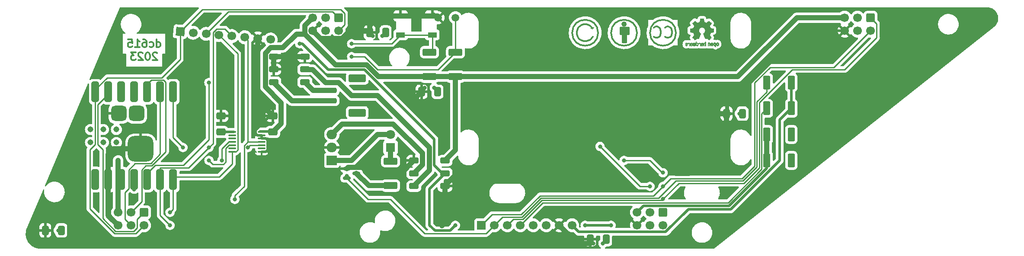
<source format=gbl>
%TF.GenerationSoftware,KiCad,Pcbnew,6.0.10-86aedd382b~118~ubuntu22.04.1*%
%TF.CreationDate,2023-01-27T10:34:44-06:00*%
%TF.ProjectId,badge,62616467-652e-46b6-9963-61645f706362,rev?*%
%TF.SameCoordinates,Original*%
%TF.FileFunction,Copper,L2,Bot*%
%TF.FilePolarity,Positive*%
%FSLAX46Y46*%
G04 Gerber Fmt 4.6, Leading zero omitted, Abs format (unit mm)*
G04 Created by KiCad (PCBNEW 6.0.10-86aedd382b~118~ubuntu22.04.1) date 2023-01-27 10:34:44*
%MOMM*%
%LPD*%
G01*
G04 APERTURE LIST*
G04 Aperture macros list*
%AMRoundRect*
0 Rectangle with rounded corners*
0 $1 Rounding radius*
0 $2 $3 $4 $5 $6 $7 $8 $9 X,Y pos of 4 corners*
0 Add a 4 corners polygon primitive as box body*
4,1,4,$2,$3,$4,$5,$6,$7,$8,$9,$2,$3,0*
0 Add four circle primitives for the rounded corners*
1,1,$1+$1,$2,$3*
1,1,$1+$1,$4,$5*
1,1,$1+$1,$6,$7*
1,1,$1+$1,$8,$9*
0 Add four rect primitives between the rounded corners*
20,1,$1+$1,$2,$3,$4,$5,0*
20,1,$1+$1,$4,$5,$6,$7,0*
20,1,$1+$1,$6,$7,$8,$9,0*
20,1,$1+$1,$8,$9,$2,$3,0*%
%AMRotRect*
0 Rectangle, with rotation*
0 The origin of the aperture is its center*
0 $1 length*
0 $2 width*
0 $3 Rotation angle, in degrees counterclockwise*
0 Add horizontal line*
21,1,$1,$2,0,0,$3*%
G04 Aperture macros list end*
%ADD10C,0.300000*%
%TA.AperFunction,NonConductor*%
%ADD11C,0.300000*%
%TD*%
%TA.AperFunction,EtchedComponent*%
%ADD12C,0.381000*%
%TD*%
%TA.AperFunction,EtchedComponent*%
%ADD13C,0.300000*%
%TD*%
%TA.AperFunction,EtchedComponent*%
%ADD14C,0.100000*%
%TD*%
%TA.AperFunction,EtchedComponent*%
%ADD15C,0.010000*%
%TD*%
%TA.AperFunction,EtchedComponent*%
%ADD16C,0.050000*%
%TD*%
%TA.AperFunction,ComponentPad*%
%ADD17C,1.700000*%
%TD*%
%TA.AperFunction,ComponentPad*%
%ADD18RoundRect,0.250000X-0.600000X0.600000X-0.600000X-0.600000X0.600000X-0.600000X0.600000X0.600000X0*%
%TD*%
%TA.AperFunction,ComponentPad*%
%ADD19RotRect,1.700000X1.700000X355.000000*%
%TD*%
%TA.AperFunction,SMDPad,CuDef*%
%ADD20RoundRect,0.250000X0.412500X0.650000X-0.412500X0.650000X-0.412500X-0.650000X0.412500X-0.650000X0*%
%TD*%
%TA.AperFunction,ComponentPad*%
%ADD21R,1.700000X1.700000*%
%TD*%
%TA.AperFunction,SMDPad,CuDef*%
%ADD22RoundRect,0.249999X1.075001X-0.450001X1.075001X0.450001X-1.075001X0.450001X-1.075001X-0.450001X0*%
%TD*%
%TA.AperFunction,SMDPad,CuDef*%
%ADD23RoundRect,0.249999X-1.075001X0.450001X-1.075001X-0.450001X1.075001X-0.450001X1.075001X0.450001X0*%
%TD*%
%TA.AperFunction,SMDPad,CuDef*%
%ADD24RoundRect,0.250000X0.650000X-0.412500X0.650000X0.412500X-0.650000X0.412500X-0.650000X-0.412500X0*%
%TD*%
%TA.AperFunction,ComponentPad*%
%ADD25R,1.800000X1.800000*%
%TD*%
%TA.AperFunction,ComponentPad*%
%ADD26C,1.800000*%
%TD*%
%TA.AperFunction,ComponentPad*%
%ADD27C,1.500000*%
%TD*%
%TA.AperFunction,SMDPad,CuDef*%
%ADD28RoundRect,0.250000X-1.500000X0.250000X-1.500000X-0.250000X1.500000X-0.250000X1.500000X0.250000X0*%
%TD*%
%TA.AperFunction,SMDPad,CuDef*%
%ADD29RoundRect,0.250001X-1.449999X0.499999X-1.449999X-0.499999X1.449999X-0.499999X1.449999X0.499999X0*%
%TD*%
%TA.AperFunction,SMDPad,CuDef*%
%ADD30RoundRect,0.300000X0.650000X-0.300000X0.650000X0.300000X-0.650000X0.300000X-0.650000X-0.300000X0*%
%TD*%
%TA.AperFunction,SMDPad,CuDef*%
%ADD31RoundRect,0.249999X0.450001X1.075001X-0.450001X1.075001X-0.450001X-1.075001X0.450001X-1.075001X0*%
%TD*%
%TA.AperFunction,SMDPad,CuDef*%
%ADD32RoundRect,0.249999X-0.450001X-1.075001X0.450001X-1.075001X0.450001X1.075001X-0.450001X1.075001X0*%
%TD*%
%TA.AperFunction,SMDPad,CuDef*%
%ADD33RoundRect,0.150000X-0.587500X-0.150000X0.587500X-0.150000X0.587500X0.150000X-0.587500X0.150000X0*%
%TD*%
%TA.AperFunction,SMDPad,CuDef*%
%ADD34RoundRect,0.300000X-0.650000X0.300000X-0.650000X-0.300000X0.650000X-0.300000X0.650000X0.300000X0*%
%TD*%
%TA.AperFunction,ComponentPad*%
%ADD35R,2.000000X1.905000*%
%TD*%
%TA.AperFunction,ComponentPad*%
%ADD36O,2.000000X1.905000*%
%TD*%
%TA.AperFunction,SMDPad,CuDef*%
%ADD37R,1.800000X1.100000*%
%TD*%
%TA.AperFunction,SMDPad,CuDef*%
%ADD38RoundRect,0.100000X0.637500X0.100000X-0.637500X0.100000X-0.637500X-0.100000X0.637500X-0.100000X0*%
%TD*%
%TA.AperFunction,SMDPad,CuDef*%
%ADD39RoundRect,0.375000X-0.375000X1.625000X-0.375000X-1.625000X0.375000X-1.625000X0.375000X1.625000X0*%
%TD*%
%TA.AperFunction,ComponentPad*%
%ADD40RoundRect,0.750000X0.750000X-0.750000X0.750000X0.750000X-0.750000X0.750000X-0.750000X-0.750000X0*%
%TD*%
%TA.AperFunction,SMDPad,CuDef*%
%ADD41C,1.143000*%
%TD*%
%TA.AperFunction,HeatsinkPad*%
%ADD42RoundRect,1.250000X1.250000X1.250000X-1.250000X1.250000X-1.250000X-1.250000X1.250000X-1.250000X0*%
%TD*%
%TA.AperFunction,ViaPad*%
%ADD43C,0.800000*%
%TD*%
%TA.AperFunction,Conductor*%
%ADD44C,0.250000*%
%TD*%
%TA.AperFunction,Conductor*%
%ADD45C,1.000000*%
%TD*%
%TA.AperFunction,Conductor*%
%ADD46C,0.500000*%
%TD*%
G04 APERTURE END LIST*
D10*
D11*
X73584285Y-66718571D02*
X73584285Y-65218571D01*
X73584285Y-66647142D02*
X73727142Y-66718571D01*
X74012857Y-66718571D01*
X74155714Y-66647142D01*
X74227142Y-66575714D01*
X74298571Y-66432857D01*
X74298571Y-66004285D01*
X74227142Y-65861428D01*
X74155714Y-65790000D01*
X74012857Y-65718571D01*
X73727142Y-65718571D01*
X73584285Y-65790000D01*
X72227142Y-66647142D02*
X72370000Y-66718571D01*
X72655714Y-66718571D01*
X72798571Y-66647142D01*
X72870000Y-66575714D01*
X72941428Y-66432857D01*
X72941428Y-66004285D01*
X72870000Y-65861428D01*
X72798571Y-65790000D01*
X72655714Y-65718571D01*
X72370000Y-65718571D01*
X72227142Y-65790000D01*
X70941428Y-65218571D02*
X71227142Y-65218571D01*
X71370000Y-65290000D01*
X71441428Y-65361428D01*
X71584285Y-65575714D01*
X71655714Y-65861428D01*
X71655714Y-66432857D01*
X71584285Y-66575714D01*
X71512857Y-66647142D01*
X71370000Y-66718571D01*
X71084285Y-66718571D01*
X70941428Y-66647142D01*
X70870000Y-66575714D01*
X70798571Y-66432857D01*
X70798571Y-66075714D01*
X70870000Y-65932857D01*
X70941428Y-65861428D01*
X71084285Y-65790000D01*
X71370000Y-65790000D01*
X71512857Y-65861428D01*
X71584285Y-65932857D01*
X71655714Y-66075714D01*
X69370000Y-66718571D02*
X70227142Y-66718571D01*
X69798571Y-66718571D02*
X69798571Y-65218571D01*
X69941428Y-65432857D01*
X70084285Y-65575714D01*
X70227142Y-65647142D01*
X68012857Y-65218571D02*
X68727142Y-65218571D01*
X68798571Y-65932857D01*
X68727142Y-65861428D01*
X68584285Y-65790000D01*
X68227142Y-65790000D01*
X68084285Y-65861428D01*
X68012857Y-65932857D01*
X67941428Y-66075714D01*
X67941428Y-66432857D01*
X68012857Y-66575714D01*
X68084285Y-66647142D01*
X68227142Y-66718571D01*
X68584285Y-66718571D01*
X68727142Y-66647142D01*
X68798571Y-66575714D01*
D10*
D11*
X73691428Y-67901428D02*
X73620000Y-67830000D01*
X73477142Y-67758571D01*
X73120000Y-67758571D01*
X72977142Y-67830000D01*
X72905714Y-67901428D01*
X72834285Y-68044285D01*
X72834285Y-68187142D01*
X72905714Y-68401428D01*
X73762857Y-69258571D01*
X72834285Y-69258571D01*
X71905714Y-67758571D02*
X71762857Y-67758571D01*
X71620000Y-67830000D01*
X71548571Y-67901428D01*
X71477142Y-68044285D01*
X71405714Y-68330000D01*
X71405714Y-68687142D01*
X71477142Y-68972857D01*
X71548571Y-69115714D01*
X71620000Y-69187142D01*
X71762857Y-69258571D01*
X71905714Y-69258571D01*
X72048571Y-69187142D01*
X72120000Y-69115714D01*
X72191428Y-68972857D01*
X72262857Y-68687142D01*
X72262857Y-68330000D01*
X72191428Y-68044285D01*
X72120000Y-67901428D01*
X72048571Y-67830000D01*
X71905714Y-67758571D01*
X70834285Y-67901428D02*
X70762857Y-67830000D01*
X70620000Y-67758571D01*
X70262857Y-67758571D01*
X70120000Y-67830000D01*
X70048571Y-67901428D01*
X69977142Y-68044285D01*
X69977142Y-68187142D01*
X70048571Y-68401428D01*
X70905714Y-69258571D01*
X69977142Y-69258571D01*
X69477142Y-67758571D02*
X68548571Y-67758571D01*
X69048571Y-68330000D01*
X68834285Y-68330000D01*
X68691428Y-68401428D01*
X68620000Y-68472857D01*
X68548571Y-68615714D01*
X68548571Y-68972857D01*
X68620000Y-69115714D01*
X68691428Y-69187142D01*
X68834285Y-69258571D01*
X69262857Y-69258571D01*
X69405714Y-69187142D01*
X69477142Y-69115714D01*
D10*
%TO.C,CC*%
D11*
X173139047Y-64689574D02*
X173243809Y-64794336D01*
X173558095Y-64899098D01*
X173767619Y-64899098D01*
X174081904Y-64794336D01*
X174291428Y-64584812D01*
X174396190Y-64375288D01*
X174500952Y-63956240D01*
X174500952Y-63641955D01*
X174396190Y-63222907D01*
X174291428Y-63013383D01*
X174081904Y-62803860D01*
X173767619Y-62699098D01*
X173558095Y-62699098D01*
X173243809Y-62803860D01*
X173139047Y-62908621D01*
X170939047Y-64689574D02*
X171043809Y-64794336D01*
X171358095Y-64899098D01*
X171567619Y-64899098D01*
X171881904Y-64794336D01*
X172091428Y-64584812D01*
X172196190Y-64375288D01*
X172300952Y-63956240D01*
X172300952Y-63641955D01*
X172196190Y-63222907D01*
X172091428Y-63013383D01*
X171881904Y-62803860D01*
X171567619Y-62699098D01*
X171358095Y-62699098D01*
X171043809Y-62803860D01*
X170939047Y-62908621D01*
D12*
%TO.C,CC-BY*%
X165000940Y-65704720D02*
X164800280Y-65704720D01*
X164398960Y-62903100D02*
X164398960Y-64104520D01*
X165399720Y-65704720D02*
X164899340Y-65704720D01*
X164398960Y-64104520D02*
X165900100Y-64104520D01*
X165399720Y-64203580D02*
X165399720Y-65704720D01*
X165801040Y-63202820D02*
X164500560Y-63202820D01*
X165900100Y-62903100D02*
X164398960Y-62903100D01*
X165100000Y-64203580D02*
X165100000Y-65504060D01*
X165900100Y-64104520D02*
X165900100Y-62903100D01*
X164800280Y-65704720D02*
X164800280Y-64104520D01*
X164599620Y-63505080D02*
X165801040Y-63505080D01*
X165100000Y-62003940D02*
X165100000Y-62402720D01*
X165900100Y-63804800D02*
X164599620Y-63804800D01*
D13*
X167640000Y-63903860D02*
G75*
G03*
X167640000Y-63903860I-2540000J0D01*
G01*
D12*
X165415666Y-62204600D02*
G75*
G03*
X165415666Y-62204600I-315666J0D01*
G01*
%TO.C,CC-SA*%
D14*
X158649724Y-62734136D02*
X158818308Y-62931522D01*
X158452338Y-62565552D01*
X158649724Y-62734136D01*
D13*
%TO.C,CC*%
X175260000Y-63903860D02*
G75*
G03*
X175260000Y-63903860I-2540000J0D01*
G01*
%TO.C,OSHW1*%
G36*
X180453933Y-61146231D02*
G01*
X180529856Y-61146725D01*
X180584491Y-61147995D01*
X180621500Y-61150407D01*
X180644547Y-61154327D01*
X180657296Y-61160122D01*
X180663411Y-61168159D01*
X180666556Y-61178803D01*
X180666646Y-61179185D01*
X180671814Y-61204207D01*
X180681209Y-61252541D01*
X180693867Y-61319120D01*
X180708825Y-61398874D01*
X180725119Y-61486735D01*
X180726448Y-61493924D01*
X180742691Y-61579200D01*
X180757805Y-61654102D01*
X180770808Y-61714079D01*
X180780715Y-61754577D01*
X180786544Y-61771044D01*
X180786575Y-61771070D01*
X180804943Y-61780180D01*
X180842640Y-61795317D01*
X180891543Y-61813218D01*
X180894297Y-61814190D01*
X180956817Y-61837819D01*
X181029543Y-61867455D01*
X181097294Y-61896922D01*
X181208703Y-61947486D01*
X181455399Y-61779020D01*
X181472775Y-61767171D01*
X181547202Y-61716807D01*
X181613614Y-61672472D01*
X181668039Y-61636776D01*
X181706506Y-61612331D01*
X181725042Y-61601749D01*
X181737743Y-61604175D01*
X181766579Y-61622970D01*
X181811143Y-61660190D01*
X181872670Y-61716880D01*
X181952398Y-61794087D01*
X181959532Y-61801115D01*
X182022796Y-61864082D01*
X182078990Y-61921128D01*
X182124677Y-61968677D01*
X182156414Y-62003157D01*
X182170764Y-62020991D01*
X182170810Y-62021077D01*
X182172633Y-62034655D01*
X182165910Y-62056680D01*
X182148946Y-62090164D01*
X182120044Y-62138121D01*
X182077508Y-62203564D01*
X182019644Y-62289505D01*
X182009783Y-62304011D01*
X181959913Y-62377495D01*
X181915905Y-62442547D01*
X181880380Y-62495277D01*
X181855959Y-62531796D01*
X181845264Y-62548216D01*
X181844458Y-62551694D01*
X181849518Y-62577645D01*
X181864677Y-62620019D01*
X181887463Y-62671588D01*
X181918429Y-62739030D01*
X181953004Y-62819055D01*
X181982366Y-62891489D01*
X181989645Y-62910237D01*
X182008710Y-62958106D01*
X182022715Y-62991456D01*
X182029041Y-63003974D01*
X182036025Y-63004910D01*
X182067413Y-63010321D01*
X182118787Y-63019666D01*
X182184802Y-63031929D01*
X182260113Y-63046092D01*
X182339375Y-63061140D01*
X182417243Y-63076055D01*
X182488370Y-63089821D01*
X182547412Y-63101422D01*
X182589022Y-63109840D01*
X182607857Y-63114059D01*
X182610980Y-63115249D01*
X182618591Y-63121665D01*
X182624254Y-63135325D01*
X182628251Y-63159859D01*
X182630866Y-63198898D01*
X182632384Y-63256073D01*
X182633086Y-63335014D01*
X182633257Y-63439352D01*
X182633257Y-63756659D01*
X182557057Y-63771699D01*
X182547840Y-63773502D01*
X182498891Y-63782840D01*
X182431205Y-63795529D01*
X182352478Y-63810133D01*
X182270400Y-63825215D01*
X182238078Y-63831282D01*
X182165855Y-63846041D01*
X182105666Y-63859997D01*
X182063040Y-63871812D01*
X182043510Y-63880147D01*
X182034660Y-63893765D01*
X182018548Y-63929798D01*
X182002065Y-63976432D01*
X181996263Y-63993894D01*
X181974906Y-64051218D01*
X181947359Y-64119061D01*
X181918107Y-64186215D01*
X181902463Y-64221290D01*
X181880174Y-64273682D01*
X181864857Y-64312918D01*
X181859162Y-64332423D01*
X181859478Y-64333896D01*
X181870281Y-64354589D01*
X181894638Y-64394525D01*
X181930081Y-64449832D01*
X181974136Y-64516641D01*
X182024332Y-64591080D01*
X182189501Y-64833483D01*
X181972503Y-65050843D01*
X181951516Y-65071759D01*
X181887342Y-65134365D01*
X181829990Y-65188355D01*
X181782820Y-65230686D01*
X181749192Y-65258317D01*
X181732467Y-65268203D01*
X181714303Y-65260681D01*
X181676265Y-65239087D01*
X181622726Y-65206011D01*
X181557884Y-65164051D01*
X181485940Y-65115803D01*
X181415275Y-65068151D01*
X181351526Y-65026188D01*
X181299513Y-64993025D01*
X181263279Y-64971238D01*
X181246867Y-64963403D01*
X181245905Y-64963474D01*
X181224103Y-64971198D01*
X181185440Y-64989183D01*
X181137612Y-65013873D01*
X181137110Y-65014144D01*
X181073587Y-65045959D01*
X181030060Y-65061502D01*
X181003052Y-65061545D01*
X180989090Y-65046860D01*
X180983180Y-65032404D01*
X180967229Y-64993691D01*
X180942660Y-64934176D01*
X180910779Y-64857025D01*
X180872893Y-64765401D01*
X180830310Y-64662467D01*
X180784337Y-64551386D01*
X180742667Y-64450332D01*
X180700268Y-64346640D01*
X180662756Y-64253979D01*
X180631388Y-64175502D01*
X180607425Y-64114360D01*
X180592123Y-64073703D01*
X180586743Y-64056685D01*
X180597018Y-64041079D01*
X180625563Y-64015022D01*
X180665971Y-63984747D01*
X180762979Y-63905544D01*
X180849793Y-63804335D01*
X180913322Y-63692976D01*
X180953177Y-63574753D01*
X180968965Y-63452955D01*
X180960296Y-63330870D01*
X180926778Y-63211785D01*
X180868021Y-63098989D01*
X180783632Y-62995771D01*
X180739631Y-62955573D01*
X180634211Y-62884498D01*
X180521410Y-62838161D01*
X180404525Y-62815459D01*
X180286853Y-62815288D01*
X180171690Y-62836547D01*
X180062335Y-62878130D01*
X179962083Y-62938936D01*
X179874233Y-63017861D01*
X179802080Y-63113801D01*
X179748922Y-63225655D01*
X179718057Y-63352317D01*
X179712392Y-63413367D01*
X179720185Y-63545636D01*
X179755284Y-63671126D01*
X179816649Y-63787619D01*
X179903243Y-63892899D01*
X180014029Y-63984747D01*
X180052931Y-64013790D01*
X180082104Y-64040132D01*
X180093257Y-64056660D01*
X180088810Y-64071069D01*
X180074378Y-64109675D01*
X180051173Y-64169061D01*
X180020452Y-64246075D01*
X179983474Y-64337563D01*
X179941496Y-64440376D01*
X179895778Y-64551362D01*
X179854178Y-64651932D01*
X179811222Y-64755807D01*
X179772829Y-64848679D01*
X179740305Y-64927385D01*
X179714958Y-64988759D01*
X179698095Y-65029639D01*
X179691025Y-65046860D01*
X179690943Y-65047064D01*
X179676798Y-65061605D01*
X179649659Y-65061439D01*
X179606023Y-65045787D01*
X179542388Y-65013873D01*
X179537379Y-65011186D01*
X179490125Y-64987010D01*
X179452811Y-64969897D01*
X179433133Y-64963403D01*
X179417005Y-64971078D01*
X179380959Y-64992731D01*
X179329092Y-65025788D01*
X179265445Y-65067670D01*
X179194060Y-65115803D01*
X179123724Y-65162991D01*
X179058670Y-65205127D01*
X179004820Y-65238438D01*
X178966374Y-65260329D01*
X178947534Y-65268203D01*
X178944325Y-65267203D01*
X178921954Y-65251444D01*
X178883733Y-65218893D01*
X178833021Y-65172593D01*
X178773181Y-65115586D01*
X178707571Y-65050918D01*
X178490648Y-64833632D01*
X178659601Y-64585113D01*
X178828553Y-64336593D01*
X178777183Y-64225455D01*
X178777031Y-64225126D01*
X178746183Y-64154278D01*
X178714661Y-64075383D01*
X178689266Y-64005460D01*
X178685423Y-63994182D01*
X178666047Y-63941827D01*
X178648574Y-63901143D01*
X178636388Y-63880147D01*
X178631426Y-63877182D01*
X178601634Y-63867235D01*
X178551047Y-63854365D01*
X178485194Y-63839913D01*
X178409600Y-63825215D01*
X178386957Y-63821070D01*
X178305038Y-63805976D01*
X178228600Y-63791759D01*
X178165337Y-63779855D01*
X178122943Y-63771699D01*
X178046743Y-63756659D01*
X178046743Y-63439352D01*
X178046760Y-63400336D01*
X178047082Y-63305152D01*
X178048033Y-63234115D01*
X178049896Y-63183594D01*
X178052955Y-63149958D01*
X178057494Y-63129578D01*
X178063795Y-63118822D01*
X178072143Y-63114059D01*
X178080224Y-63112130D01*
X178113172Y-63105305D01*
X178165736Y-63094882D01*
X178232569Y-63081878D01*
X178308328Y-63067309D01*
X178387665Y-63052193D01*
X178465237Y-63037545D01*
X178535698Y-63024383D01*
X178593702Y-63013723D01*
X178633904Y-63006581D01*
X178650959Y-63003974D01*
X178652112Y-63002401D01*
X178661385Y-62981979D01*
X178677432Y-62942905D01*
X178697635Y-62891489D01*
X178725672Y-62822213D01*
X178760186Y-62742150D01*
X178792538Y-62671588D01*
X178799952Y-62655749D01*
X178820755Y-62606153D01*
X178833219Y-62567898D01*
X178834863Y-62548216D01*
X178834015Y-62546822D01*
X178820548Y-62526280D01*
X178793850Y-62486376D01*
X178756539Y-62431000D01*
X178711234Y-62364037D01*
X178660552Y-62289377D01*
X178603445Y-62204552D01*
X178560607Y-62138660D01*
X178531460Y-62090338D01*
X178514317Y-62056593D01*
X178507495Y-62034432D01*
X178509306Y-62020862D01*
X178509915Y-62019844D01*
X178526297Y-62000070D01*
X178559695Y-61964035D01*
X178606671Y-61915311D01*
X178663786Y-61857472D01*
X178727603Y-61794087D01*
X178793802Y-61729765D01*
X178858648Y-61669307D01*
X178906299Y-61628515D01*
X178937990Y-61606344D01*
X178954958Y-61601749D01*
X178957175Y-61602781D01*
X178980524Y-61616697D01*
X179022912Y-61643890D01*
X179080369Y-61681749D01*
X179148923Y-61727663D01*
X179224601Y-61779020D01*
X179471298Y-61947486D01*
X179582706Y-61896922D01*
X179585943Y-61895457D01*
X179654343Y-61865825D01*
X179726907Y-61836353D01*
X179788457Y-61813218D01*
X179788729Y-61813122D01*
X179837595Y-61795227D01*
X179875212Y-61780113D01*
X179893457Y-61771044D01*
X179893752Y-61770715D01*
X179899946Y-61752142D01*
X179910139Y-61709905D01*
X179923348Y-61648556D01*
X179938590Y-61572649D01*
X179954881Y-61486735D01*
X179955449Y-61483656D01*
X179971713Y-61395988D01*
X179986608Y-61316601D01*
X179999171Y-61250561D01*
X180008438Y-61202939D01*
X180013444Y-61178803D01*
X180013764Y-61177465D01*
X180017060Y-61167133D01*
X180023738Y-61159366D01*
X180037462Y-61153800D01*
X180061895Y-61150067D01*
X180100702Y-61147802D01*
X180157546Y-61146638D01*
X180236090Y-61146208D01*
X180340000Y-61146146D01*
X180353056Y-61146146D01*
X180453933Y-61146231D01*
G37*
D15*
X180453933Y-61146231D02*
X180529856Y-61146725D01*
X180584491Y-61147995D01*
X180621500Y-61150407D01*
X180644547Y-61154327D01*
X180657296Y-61160122D01*
X180663411Y-61168159D01*
X180666556Y-61178803D01*
X180666646Y-61179185D01*
X180671814Y-61204207D01*
X180681209Y-61252541D01*
X180693867Y-61319120D01*
X180708825Y-61398874D01*
X180725119Y-61486735D01*
X180726448Y-61493924D01*
X180742691Y-61579200D01*
X180757805Y-61654102D01*
X180770808Y-61714079D01*
X180780715Y-61754577D01*
X180786544Y-61771044D01*
X180786575Y-61771070D01*
X180804943Y-61780180D01*
X180842640Y-61795317D01*
X180891543Y-61813218D01*
X180894297Y-61814190D01*
X180956817Y-61837819D01*
X181029543Y-61867455D01*
X181097294Y-61896922D01*
X181208703Y-61947486D01*
X181455399Y-61779020D01*
X181472775Y-61767171D01*
X181547202Y-61716807D01*
X181613614Y-61672472D01*
X181668039Y-61636776D01*
X181706506Y-61612331D01*
X181725042Y-61601749D01*
X181737743Y-61604175D01*
X181766579Y-61622970D01*
X181811143Y-61660190D01*
X181872670Y-61716880D01*
X181952398Y-61794087D01*
X181959532Y-61801115D01*
X182022796Y-61864082D01*
X182078990Y-61921128D01*
X182124677Y-61968677D01*
X182156414Y-62003157D01*
X182170764Y-62020991D01*
X182170810Y-62021077D01*
X182172633Y-62034655D01*
X182165910Y-62056680D01*
X182148946Y-62090164D01*
X182120044Y-62138121D01*
X182077508Y-62203564D01*
X182019644Y-62289505D01*
X182009783Y-62304011D01*
X181959913Y-62377495D01*
X181915905Y-62442547D01*
X181880380Y-62495277D01*
X181855959Y-62531796D01*
X181845264Y-62548216D01*
X181844458Y-62551694D01*
X181849518Y-62577645D01*
X181864677Y-62620019D01*
X181887463Y-62671588D01*
X181918429Y-62739030D01*
X181953004Y-62819055D01*
X181982366Y-62891489D01*
X181989645Y-62910237D01*
X182008710Y-62958106D01*
X182022715Y-62991456D01*
X182029041Y-63003974D01*
X182036025Y-63004910D01*
X182067413Y-63010321D01*
X182118787Y-63019666D01*
X182184802Y-63031929D01*
X182260113Y-63046092D01*
X182339375Y-63061140D01*
X182417243Y-63076055D01*
X182488370Y-63089821D01*
X182547412Y-63101422D01*
X182589022Y-63109840D01*
X182607857Y-63114059D01*
X182610980Y-63115249D01*
X182618591Y-63121665D01*
X182624254Y-63135325D01*
X182628251Y-63159859D01*
X182630866Y-63198898D01*
X182632384Y-63256073D01*
X182633086Y-63335014D01*
X182633257Y-63439352D01*
X182633257Y-63756659D01*
X182557057Y-63771699D01*
X182547840Y-63773502D01*
X182498891Y-63782840D01*
X182431205Y-63795529D01*
X182352478Y-63810133D01*
X182270400Y-63825215D01*
X182238078Y-63831282D01*
X182165855Y-63846041D01*
X182105666Y-63859997D01*
X182063040Y-63871812D01*
X182043510Y-63880147D01*
X182034660Y-63893765D01*
X182018548Y-63929798D01*
X182002065Y-63976432D01*
X181996263Y-63993894D01*
X181974906Y-64051218D01*
X181947359Y-64119061D01*
X181918107Y-64186215D01*
X181902463Y-64221290D01*
X181880174Y-64273682D01*
X181864857Y-64312918D01*
X181859162Y-64332423D01*
X181859478Y-64333896D01*
X181870281Y-64354589D01*
X181894638Y-64394525D01*
X181930081Y-64449832D01*
X181974136Y-64516641D01*
X182024332Y-64591080D01*
X182189501Y-64833483D01*
X181972503Y-65050843D01*
X181951516Y-65071759D01*
X181887342Y-65134365D01*
X181829990Y-65188355D01*
X181782820Y-65230686D01*
X181749192Y-65258317D01*
X181732467Y-65268203D01*
X181714303Y-65260681D01*
X181676265Y-65239087D01*
X181622726Y-65206011D01*
X181557884Y-65164051D01*
X181485940Y-65115803D01*
X181415275Y-65068151D01*
X181351526Y-65026188D01*
X181299513Y-64993025D01*
X181263279Y-64971238D01*
X181246867Y-64963403D01*
X181245905Y-64963474D01*
X181224103Y-64971198D01*
X181185440Y-64989183D01*
X181137612Y-65013873D01*
X181137110Y-65014144D01*
X181073587Y-65045959D01*
X181030060Y-65061502D01*
X181003052Y-65061545D01*
X180989090Y-65046860D01*
X180983180Y-65032404D01*
X180967229Y-64993691D01*
X180942660Y-64934176D01*
X180910779Y-64857025D01*
X180872893Y-64765401D01*
X180830310Y-64662467D01*
X180784337Y-64551386D01*
X180742667Y-64450332D01*
X180700268Y-64346640D01*
X180662756Y-64253979D01*
X180631388Y-64175502D01*
X180607425Y-64114360D01*
X180592123Y-64073703D01*
X180586743Y-64056685D01*
X180597018Y-64041079D01*
X180625563Y-64015022D01*
X180665971Y-63984747D01*
X180762979Y-63905544D01*
X180849793Y-63804335D01*
X180913322Y-63692976D01*
X180953177Y-63574753D01*
X180968965Y-63452955D01*
X180960296Y-63330870D01*
X180926778Y-63211785D01*
X180868021Y-63098989D01*
X180783632Y-62995771D01*
X180739631Y-62955573D01*
X180634211Y-62884498D01*
X180521410Y-62838161D01*
X180404525Y-62815459D01*
X180286853Y-62815288D01*
X180171690Y-62836547D01*
X180062335Y-62878130D01*
X179962083Y-62938936D01*
X179874233Y-63017861D01*
X179802080Y-63113801D01*
X179748922Y-63225655D01*
X179718057Y-63352317D01*
X179712392Y-63413367D01*
X179720185Y-63545636D01*
X179755284Y-63671126D01*
X179816649Y-63787619D01*
X179903243Y-63892899D01*
X180014029Y-63984747D01*
X180052931Y-64013790D01*
X180082104Y-64040132D01*
X180093257Y-64056660D01*
X180088810Y-64071069D01*
X180074378Y-64109675D01*
X180051173Y-64169061D01*
X180020452Y-64246075D01*
X179983474Y-64337563D01*
X179941496Y-64440376D01*
X179895778Y-64551362D01*
X179854178Y-64651932D01*
X179811222Y-64755807D01*
X179772829Y-64848679D01*
X179740305Y-64927385D01*
X179714958Y-64988759D01*
X179698095Y-65029639D01*
X179691025Y-65046860D01*
X179690943Y-65047064D01*
X179676798Y-65061605D01*
X179649659Y-65061439D01*
X179606023Y-65045787D01*
X179542388Y-65013873D01*
X179537379Y-65011186D01*
X179490125Y-64987010D01*
X179452811Y-64969897D01*
X179433133Y-64963403D01*
X179417005Y-64971078D01*
X179380959Y-64992731D01*
X179329092Y-65025788D01*
X179265445Y-65067670D01*
X179194060Y-65115803D01*
X179123724Y-65162991D01*
X179058670Y-65205127D01*
X179004820Y-65238438D01*
X178966374Y-65260329D01*
X178947534Y-65268203D01*
X178944325Y-65267203D01*
X178921954Y-65251444D01*
X178883733Y-65218893D01*
X178833021Y-65172593D01*
X178773181Y-65115586D01*
X178707571Y-65050918D01*
X178490648Y-64833632D01*
X178659601Y-64585113D01*
X178828553Y-64336593D01*
X178777183Y-64225455D01*
X178777031Y-64225126D01*
X178746183Y-64154278D01*
X178714661Y-64075383D01*
X178689266Y-64005460D01*
X178685423Y-63994182D01*
X178666047Y-63941827D01*
X178648574Y-63901143D01*
X178636388Y-63880147D01*
X178631426Y-63877182D01*
X178601634Y-63867235D01*
X178551047Y-63854365D01*
X178485194Y-63839913D01*
X178409600Y-63825215D01*
X178386957Y-63821070D01*
X178305038Y-63805976D01*
X178228600Y-63791759D01*
X178165337Y-63779855D01*
X178122943Y-63771699D01*
X178046743Y-63756659D01*
X178046743Y-63439352D01*
X178046760Y-63400336D01*
X178047082Y-63305152D01*
X178048033Y-63234115D01*
X178049896Y-63183594D01*
X178052955Y-63149958D01*
X178057494Y-63129578D01*
X178063795Y-63118822D01*
X178072143Y-63114059D01*
X178080224Y-63112130D01*
X178113172Y-63105305D01*
X178165736Y-63094882D01*
X178232569Y-63081878D01*
X178308328Y-63067309D01*
X178387665Y-63052193D01*
X178465237Y-63037545D01*
X178535698Y-63024383D01*
X178593702Y-63013723D01*
X178633904Y-63006581D01*
X178650959Y-63003974D01*
X178652112Y-63002401D01*
X178661385Y-62981979D01*
X178677432Y-62942905D01*
X178697635Y-62891489D01*
X178725672Y-62822213D01*
X178760186Y-62742150D01*
X178792538Y-62671588D01*
X178799952Y-62655749D01*
X178820755Y-62606153D01*
X178833219Y-62567898D01*
X178834863Y-62548216D01*
X178834015Y-62546822D01*
X178820548Y-62526280D01*
X178793850Y-62486376D01*
X178756539Y-62431000D01*
X178711234Y-62364037D01*
X178660552Y-62289377D01*
X178603445Y-62204552D01*
X178560607Y-62138660D01*
X178531460Y-62090338D01*
X178514317Y-62056593D01*
X178507495Y-62034432D01*
X178509306Y-62020862D01*
X178509915Y-62019844D01*
X178526297Y-62000070D01*
X178559695Y-61964035D01*
X178606671Y-61915311D01*
X178663786Y-61857472D01*
X178727603Y-61794087D01*
X178793802Y-61729765D01*
X178858648Y-61669307D01*
X178906299Y-61628515D01*
X178937990Y-61606344D01*
X178954958Y-61601749D01*
X178957175Y-61602781D01*
X178980524Y-61616697D01*
X179022912Y-61643890D01*
X179080369Y-61681749D01*
X179148923Y-61727663D01*
X179224601Y-61779020D01*
X179471298Y-61947486D01*
X179582706Y-61896922D01*
X179585943Y-61895457D01*
X179654343Y-61865825D01*
X179726907Y-61836353D01*
X179788457Y-61813218D01*
X179788729Y-61813122D01*
X179837595Y-61795227D01*
X179875212Y-61780113D01*
X179893457Y-61771044D01*
X179893752Y-61770715D01*
X179899946Y-61752142D01*
X179910139Y-61709905D01*
X179923348Y-61648556D01*
X179938590Y-61572649D01*
X179954881Y-61486735D01*
X179955449Y-61483656D01*
X179971713Y-61395988D01*
X179986608Y-61316601D01*
X179999171Y-61250561D01*
X180008438Y-61202939D01*
X180013444Y-61178803D01*
X180013764Y-61177465D01*
X180017060Y-61167133D01*
X180023738Y-61159366D01*
X180037462Y-61153800D01*
X180061895Y-61150067D01*
X180100702Y-61147802D01*
X180157546Y-61146638D01*
X180236090Y-61146208D01*
X180340000Y-61146146D01*
X180353056Y-61146146D01*
X180453933Y-61146231D01*
G36*
X178307495Y-65850080D02*
G01*
X178338599Y-65857981D01*
X178367559Y-65877677D01*
X178404831Y-65914344D01*
X178428801Y-65940238D01*
X178453770Y-65973857D01*
X178465031Y-66005366D01*
X178467657Y-66045345D01*
X178467657Y-66110777D01*
X178423035Y-66087702D01*
X178387673Y-66059584D01*
X178363451Y-66021708D01*
X178359291Y-66011411D01*
X178327594Y-65971497D01*
X178283554Y-65951484D01*
X178235531Y-65953432D01*
X178191886Y-65979403D01*
X178173420Y-66000495D01*
X178162663Y-66027479D01*
X178174178Y-66051494D01*
X178209981Y-66075651D01*
X178272090Y-66103059D01*
X178281515Y-66106845D01*
X178338058Y-66131619D01*
X178386580Y-66156049D01*
X178417451Y-66175346D01*
X178448371Y-66209813D01*
X178468927Y-66264817D01*
X178466744Y-66323843D01*
X178442424Y-66379705D01*
X178396568Y-66425215D01*
X178359438Y-66444587D01*
X178287711Y-66458152D01*
X178247852Y-66456322D01*
X178210953Y-66446428D01*
X178196797Y-66425666D01*
X178202091Y-66391473D01*
X178203631Y-66386952D01*
X178215842Y-66362976D01*
X178236174Y-66353902D01*
X178274908Y-66354509D01*
X178302257Y-66355334D01*
X178334257Y-66348252D01*
X178356182Y-66327079D01*
X178368670Y-66301012D01*
X178370062Y-66273705D01*
X178369998Y-66273545D01*
X178353807Y-66258790D01*
X178319155Y-66237317D01*
X178274321Y-66213318D01*
X178227582Y-66190985D01*
X178187217Y-66174512D01*
X178161504Y-66168089D01*
X178157679Y-66174378D01*
X178152864Y-66203975D01*
X178149566Y-66252307D01*
X178148343Y-66313232D01*
X178148058Y-66355402D01*
X178146718Y-66408513D01*
X178144528Y-66444885D01*
X178141769Y-66458374D01*
X178127344Y-66453841D01*
X178098226Y-66441530D01*
X178061257Y-66424686D01*
X178061257Y-66208581D01*
X178061493Y-66153187D01*
X178063729Y-66069067D01*
X178069423Y-66006660D01*
X178079903Y-65961218D01*
X178096497Y-65927993D01*
X178120531Y-65902238D01*
X178153333Y-65879204D01*
X178195124Y-65860195D01*
X178272287Y-65848774D01*
X178307495Y-65850080D01*
G37*
X178307495Y-65850080D02*
X178338599Y-65857981D01*
X178367559Y-65877677D01*
X178404831Y-65914344D01*
X178428801Y-65940238D01*
X178453770Y-65973857D01*
X178465031Y-66005366D01*
X178467657Y-66045345D01*
X178467657Y-66110777D01*
X178423035Y-66087702D01*
X178387673Y-66059584D01*
X178363451Y-66021708D01*
X178359291Y-66011411D01*
X178327594Y-65971497D01*
X178283554Y-65951484D01*
X178235531Y-65953432D01*
X178191886Y-65979403D01*
X178173420Y-66000495D01*
X178162663Y-66027479D01*
X178174178Y-66051494D01*
X178209981Y-66075651D01*
X178272090Y-66103059D01*
X178281515Y-66106845D01*
X178338058Y-66131619D01*
X178386580Y-66156049D01*
X178417451Y-66175346D01*
X178448371Y-66209813D01*
X178468927Y-66264817D01*
X178466744Y-66323843D01*
X178442424Y-66379705D01*
X178396568Y-66425215D01*
X178359438Y-66444587D01*
X178287711Y-66458152D01*
X178247852Y-66456322D01*
X178210953Y-66446428D01*
X178196797Y-66425666D01*
X178202091Y-66391473D01*
X178203631Y-66386952D01*
X178215842Y-66362976D01*
X178236174Y-66353902D01*
X178274908Y-66354509D01*
X178302257Y-66355334D01*
X178334257Y-66348252D01*
X178356182Y-66327079D01*
X178368670Y-66301012D01*
X178370062Y-66273705D01*
X178369998Y-66273545D01*
X178353807Y-66258790D01*
X178319155Y-66237317D01*
X178274321Y-66213318D01*
X178227582Y-66190985D01*
X178187217Y-66174512D01*
X178161504Y-66168089D01*
X178157679Y-66174378D01*
X178152864Y-66203975D01*
X178149566Y-66252307D01*
X178148343Y-66313232D01*
X178148058Y-66355402D01*
X178146718Y-66408513D01*
X178144528Y-66444885D01*
X178141769Y-66458374D01*
X178127344Y-66453841D01*
X178098226Y-66441530D01*
X178061257Y-66424686D01*
X178061257Y-66208581D01*
X178061493Y-66153187D01*
X178063729Y-66069067D01*
X178069423Y-66006660D01*
X178079903Y-65961218D01*
X178096497Y-65927993D01*
X178120531Y-65902238D01*
X178153333Y-65879204D01*
X178195124Y-65860195D01*
X178272287Y-65848774D01*
X178307495Y-65850080D01*
G36*
X177822829Y-65854957D02*
G01*
X177882753Y-65877215D01*
X177907673Y-65893940D01*
X177932910Y-65917903D01*
X177950912Y-65948386D01*
X177962858Y-65989883D01*
X177969930Y-66046892D01*
X177973308Y-66123907D01*
X177974171Y-66225425D01*
X177974002Y-66277887D01*
X177973153Y-66349575D01*
X177971711Y-66406785D01*
X177969814Y-66444669D01*
X177967597Y-66458374D01*
X177953172Y-66453841D01*
X177924054Y-66441530D01*
X177923181Y-66441132D01*
X177908060Y-66433216D01*
X177897891Y-66422355D01*
X177891691Y-66403331D01*
X177888478Y-66370929D01*
X177887270Y-66319931D01*
X177887086Y-66245121D01*
X177886714Y-66197664D01*
X177882750Y-66108475D01*
X177873673Y-66043147D01*
X177858524Y-65998253D01*
X177836345Y-65970367D01*
X177806175Y-65956063D01*
X177801990Y-65955066D01*
X177745480Y-65954287D01*
X177701410Y-65979604D01*
X177670972Y-66030362D01*
X177665544Y-66045035D01*
X177653171Y-66077509D01*
X177646905Y-66092432D01*
X177634036Y-66090376D01*
X177605933Y-66079217D01*
X177579721Y-66060787D01*
X177567771Y-66025958D01*
X177571336Y-66001011D01*
X177593235Y-65950407D01*
X177628644Y-65902988D01*
X177670052Y-65870194D01*
X177687400Y-65862612D01*
X177753089Y-65849936D01*
X177822829Y-65854957D01*
G37*
X177822829Y-65854957D02*
X177882753Y-65877215D01*
X177907673Y-65893940D01*
X177932910Y-65917903D01*
X177950912Y-65948386D01*
X177962858Y-65989883D01*
X177969930Y-66046892D01*
X177973308Y-66123907D01*
X177974171Y-66225425D01*
X177974002Y-66277887D01*
X177973153Y-66349575D01*
X177971711Y-66406785D01*
X177969814Y-66444669D01*
X177967597Y-66458374D01*
X177953172Y-66453841D01*
X177924054Y-66441530D01*
X177923181Y-66441132D01*
X177908060Y-66433216D01*
X177897891Y-66422355D01*
X177891691Y-66403331D01*
X177888478Y-66370929D01*
X177887270Y-66319931D01*
X177887086Y-66245121D01*
X177886714Y-66197664D01*
X177882750Y-66108475D01*
X177873673Y-66043147D01*
X177858524Y-65998253D01*
X177836345Y-65970367D01*
X177806175Y-65956063D01*
X177801990Y-65955066D01*
X177745480Y-65954287D01*
X177701410Y-65979604D01*
X177670972Y-66030362D01*
X177665544Y-66045035D01*
X177653171Y-66077509D01*
X177646905Y-66092432D01*
X177634036Y-66090376D01*
X177605933Y-66079217D01*
X177579721Y-66060787D01*
X177567771Y-66025958D01*
X177571336Y-66001011D01*
X177593235Y-65950407D01*
X177628644Y-65902988D01*
X177670052Y-65870194D01*
X177687400Y-65862612D01*
X177753089Y-65849936D01*
X177822829Y-65854957D01*
G36*
X181771020Y-65821682D02*
G01*
X181838810Y-65853540D01*
X181894366Y-65908630D01*
X181905881Y-65925876D01*
X181915432Y-65945422D01*
X181922206Y-65970058D01*
X181926819Y-66004571D01*
X181929888Y-66053749D01*
X181932029Y-66122379D01*
X181933859Y-66215249D01*
X181938404Y-66472867D01*
X181900225Y-66458351D01*
X181865268Y-66445016D01*
X181839097Y-66432183D01*
X181822013Y-66415640D01*
X181812086Y-66390325D01*
X181807386Y-66351176D01*
X181805982Y-66293128D01*
X181805943Y-66211121D01*
X181805744Y-66145755D01*
X181804559Y-66083033D01*
X181801729Y-66040194D01*
X181796609Y-66012080D01*
X181788553Y-65993535D01*
X181776914Y-65979403D01*
X181748303Y-65959460D01*
X181700239Y-65951943D01*
X181652688Y-65970939D01*
X181649550Y-65973371D01*
X181639769Y-65984608D01*
X181632553Y-66002630D01*
X181627299Y-66031886D01*
X181623402Y-66076822D01*
X181620256Y-66141888D01*
X181617257Y-66231530D01*
X181610000Y-66471557D01*
X181548314Y-66443904D01*
X181486629Y-66416251D01*
X181486629Y-66197106D01*
X181486884Y-66137571D01*
X181489086Y-66054752D01*
X181494661Y-65993087D01*
X181504941Y-65947608D01*
X181521258Y-65913344D01*
X181544943Y-65885326D01*
X181577328Y-65858583D01*
X181623907Y-65831640D01*
X181697287Y-65814051D01*
X181771020Y-65821682D01*
G37*
X181771020Y-65821682D02*
X181838810Y-65853540D01*
X181894366Y-65908630D01*
X181905881Y-65925876D01*
X181915432Y-65945422D01*
X181922206Y-65970058D01*
X181926819Y-66004571D01*
X181929888Y-66053749D01*
X181932029Y-66122379D01*
X181933859Y-66215249D01*
X181938404Y-66472867D01*
X181900225Y-66458351D01*
X181865268Y-66445016D01*
X181839097Y-66432183D01*
X181822013Y-66415640D01*
X181812086Y-66390325D01*
X181807386Y-66351176D01*
X181805982Y-66293128D01*
X181805943Y-66211121D01*
X181805744Y-66145755D01*
X181804559Y-66083033D01*
X181801729Y-66040194D01*
X181796609Y-66012080D01*
X181788553Y-65993535D01*
X181776914Y-65979403D01*
X181748303Y-65959460D01*
X181700239Y-65951943D01*
X181652688Y-65970939D01*
X181649550Y-65973371D01*
X181639769Y-65984608D01*
X181632553Y-66002630D01*
X181627299Y-66031886D01*
X181623402Y-66076822D01*
X181620256Y-66141888D01*
X181617257Y-66231530D01*
X181610000Y-66471557D01*
X181548314Y-66443904D01*
X181486629Y-66416251D01*
X181486629Y-66197106D01*
X181486884Y-66137571D01*
X181489086Y-66054752D01*
X181494661Y-65993087D01*
X181504941Y-65947608D01*
X181521258Y-65913344D01*
X181544943Y-65885326D01*
X181577328Y-65858583D01*
X181623907Y-65831640D01*
X181697287Y-65814051D01*
X181771020Y-65821682D01*
G36*
X181018543Y-65653304D02*
G01*
X181065714Y-65673202D01*
X181065714Y-66070369D01*
X181065519Y-66173358D01*
X181064998Y-66266001D01*
X181064199Y-66344560D01*
X181063172Y-66405299D01*
X181061963Y-66444483D01*
X181060623Y-66458374D01*
X181060099Y-66458328D01*
X181042287Y-66453280D01*
X181009823Y-66442440D01*
X180964114Y-66426506D01*
X180964114Y-66222033D01*
X180963824Y-66141692D01*
X180962474Y-66083422D01*
X180959369Y-66043769D01*
X180953812Y-66017478D01*
X180945107Y-65999296D01*
X180932556Y-65983967D01*
X180923999Y-65975815D01*
X180877728Y-65953235D01*
X180826728Y-65955235D01*
X180779993Y-65981933D01*
X180773189Y-65988558D01*
X180762293Y-66002316D01*
X180754836Y-66020502D01*
X180750169Y-66048037D01*
X180747642Y-66089841D01*
X180746602Y-66150833D01*
X180746400Y-66235933D01*
X180746303Y-66279094D01*
X180745674Y-66350084D01*
X180744556Y-66406936D01*
X180743063Y-66444688D01*
X180741309Y-66458374D01*
X180740785Y-66458328D01*
X180722973Y-66453280D01*
X180690509Y-66442440D01*
X180644800Y-66426506D01*
X180644823Y-66221097D01*
X180644857Y-66202811D01*
X180646778Y-66107486D01*
X180652678Y-66035403D01*
X180664001Y-65981673D01*
X180682187Y-65941409D01*
X180708679Y-65909721D01*
X180744918Y-65881721D01*
X180780263Y-65864193D01*
X180836773Y-65850645D01*
X180892356Y-65849875D01*
X180935086Y-65863055D01*
X180938298Y-65864875D01*
X180948205Y-65864680D01*
X180954975Y-65849432D01*
X180959861Y-65814473D01*
X180964114Y-65755149D01*
X180971371Y-65633407D01*
X181018543Y-65653304D01*
G37*
X181018543Y-65653304D02*
X181065714Y-65673202D01*
X181065714Y-66070369D01*
X181065519Y-66173358D01*
X181064998Y-66266001D01*
X181064199Y-66344560D01*
X181063172Y-66405299D01*
X181061963Y-66444483D01*
X181060623Y-66458374D01*
X181060099Y-66458328D01*
X181042287Y-66453280D01*
X181009823Y-66442440D01*
X180964114Y-66426506D01*
X180964114Y-66222033D01*
X180963824Y-66141692D01*
X180962474Y-66083422D01*
X180959369Y-66043769D01*
X180953812Y-66017478D01*
X180945107Y-65999296D01*
X180932556Y-65983967D01*
X180923999Y-65975815D01*
X180877728Y-65953235D01*
X180826728Y-65955235D01*
X180779993Y-65981933D01*
X180773189Y-65988558D01*
X180762293Y-66002316D01*
X180754836Y-66020502D01*
X180750169Y-66048037D01*
X180747642Y-66089841D01*
X180746602Y-66150833D01*
X180746400Y-66235933D01*
X180746303Y-66279094D01*
X180745674Y-66350084D01*
X180744556Y-66406936D01*
X180743063Y-66444688D01*
X180741309Y-66458374D01*
X180740785Y-66458328D01*
X180722973Y-66453280D01*
X180690509Y-66442440D01*
X180644800Y-66426506D01*
X180644823Y-66221097D01*
X180644857Y-66202811D01*
X180646778Y-66107486D01*
X180652678Y-66035403D01*
X180664001Y-65981673D01*
X180682187Y-65941409D01*
X180708679Y-65909721D01*
X180744918Y-65881721D01*
X180780263Y-65864193D01*
X180836773Y-65850645D01*
X180892356Y-65849875D01*
X180935086Y-65863055D01*
X180938298Y-65864875D01*
X180948205Y-65864680D01*
X180954975Y-65849432D01*
X180959861Y-65814473D01*
X180964114Y-65755149D01*
X180971371Y-65633407D01*
X181018543Y-65653304D01*
G36*
X178993941Y-65853142D02*
G01*
X179025774Y-65865618D01*
X179062743Y-65882462D01*
X179062743Y-66369056D01*
X179016812Y-66414987D01*
X179006320Y-66425287D01*
X178977255Y-66448180D01*
X178947943Y-66455595D01*
X178904326Y-66452181D01*
X178886568Y-66449974D01*
X178840767Y-66445305D01*
X178808743Y-66443445D01*
X178799244Y-66443729D01*
X178760274Y-66446808D01*
X178713160Y-66452181D01*
X178698085Y-66454028D01*
X178660110Y-66454753D01*
X178632325Y-66443289D01*
X178600674Y-66414987D01*
X178554743Y-66369056D01*
X178554743Y-66108915D01*
X178555101Y-66032040D01*
X178556216Y-65958746D01*
X178557952Y-65900710D01*
X178560167Y-65862523D01*
X178562721Y-65848774D01*
X178563256Y-65848811D01*
X178581808Y-65855653D01*
X178613153Y-65870728D01*
X178655608Y-65892682D01*
X178659604Y-66121100D01*
X178663600Y-66349517D01*
X178750686Y-66349517D01*
X178754657Y-66099146D01*
X178755916Y-66031087D01*
X178757718Y-65958342D01*
X178759671Y-65900590D01*
X178761612Y-65862508D01*
X178763377Y-65848774D01*
X178763885Y-65848822D01*
X178781482Y-65853875D01*
X178813834Y-65864709D01*
X178859543Y-65880643D01*
X178859765Y-66100566D01*
X178859988Y-66138769D01*
X178861531Y-66213006D01*
X178864292Y-66275005D01*
X178867977Y-66319168D01*
X178872292Y-66339901D01*
X178887732Y-66350991D01*
X178919241Y-66354416D01*
X178953886Y-66349517D01*
X178957857Y-66099146D01*
X178959278Y-66035523D01*
X178962225Y-65960216D01*
X178966079Y-65901146D01*
X178970542Y-65862578D01*
X178975317Y-65848774D01*
X178993941Y-65853142D01*
G37*
X178993941Y-65853142D02*
X179025774Y-65865618D01*
X179062743Y-65882462D01*
X179062743Y-66369056D01*
X179016812Y-66414987D01*
X179006320Y-66425287D01*
X178977255Y-66448180D01*
X178947943Y-66455595D01*
X178904326Y-66452181D01*
X178886568Y-66449974D01*
X178840767Y-66445305D01*
X178808743Y-66443445D01*
X178799244Y-66443729D01*
X178760274Y-66446808D01*
X178713160Y-66452181D01*
X178698085Y-66454028D01*
X178660110Y-66454753D01*
X178632325Y-66443289D01*
X178600674Y-66414987D01*
X178554743Y-66369056D01*
X178554743Y-66108915D01*
X178555101Y-66032040D01*
X178556216Y-65958746D01*
X178557952Y-65900710D01*
X178560167Y-65862523D01*
X178562721Y-65848774D01*
X178563256Y-65848811D01*
X178581808Y-65855653D01*
X178613153Y-65870728D01*
X178655608Y-65892682D01*
X178659604Y-66121100D01*
X178663600Y-66349517D01*
X178750686Y-66349517D01*
X178754657Y-66099146D01*
X178755916Y-66031087D01*
X178757718Y-65958342D01*
X178759671Y-65900590D01*
X178761612Y-65862508D01*
X178763377Y-65848774D01*
X178763885Y-65848822D01*
X178781482Y-65853875D01*
X178813834Y-65864709D01*
X178859543Y-65880643D01*
X178859765Y-66100566D01*
X178859988Y-66138769D01*
X178861531Y-66213006D01*
X178864292Y-66275005D01*
X178867977Y-66319168D01*
X178872292Y-66339901D01*
X178887732Y-66350991D01*
X178919241Y-66354416D01*
X178953886Y-66349517D01*
X178957857Y-66099146D01*
X178959278Y-66035523D01*
X178962225Y-65960216D01*
X178966079Y-65901146D01*
X178970542Y-65862578D01*
X178975317Y-65848774D01*
X178993941Y-65853142D01*
G36*
X183605701Y-66154795D02*
G01*
X183604914Y-66224979D01*
X183602210Y-66273882D01*
X183596606Y-66308038D01*
X183587119Y-66333984D01*
X183572768Y-66358257D01*
X183569237Y-66363293D01*
X183531878Y-66403003D01*
X183489311Y-66432952D01*
X183467452Y-66442670D01*
X183388908Y-66458880D01*
X183311231Y-66448395D01*
X183239645Y-66412567D01*
X183179374Y-66352747D01*
X183174286Y-66344733D01*
X183157730Y-66298202D01*
X183146573Y-66233412D01*
X183141160Y-66158587D01*
X183141768Y-66089373D01*
X183288248Y-66089373D01*
X183289402Y-66185259D01*
X183289866Y-66191429D01*
X183296629Y-66244338D01*
X183308671Y-66277889D01*
X183329005Y-66300876D01*
X183363097Y-66322408D01*
X183396814Y-66323540D01*
X183431543Y-66298717D01*
X183437584Y-66292185D01*
X183449417Y-66272639D01*
X183456404Y-66244246D01*
X183459727Y-66200290D01*
X183460571Y-66134052D01*
X183459125Y-66072010D01*
X183451907Y-66012902D01*
X183437006Y-65975546D01*
X183412636Y-65956012D01*
X183377008Y-65950374D01*
X183363440Y-65951495D01*
X183325430Y-65972054D01*
X183300312Y-66018159D01*
X183288248Y-66089373D01*
X183141768Y-66089373D01*
X183141833Y-66081956D01*
X183148937Y-66011742D01*
X183162815Y-65956172D01*
X183180649Y-65919161D01*
X183230855Y-65861593D01*
X183298885Y-65825822D01*
X183382158Y-65813525D01*
X183404398Y-65814191D01*
X183469891Y-65827807D01*
X183523687Y-65862109D01*
X183573057Y-65921198D01*
X183575995Y-65925582D01*
X183589287Y-65949159D01*
X183597932Y-65975809D01*
X183602904Y-66012019D01*
X183605174Y-66064273D01*
X183605678Y-66134052D01*
X183605714Y-66139060D01*
X183605701Y-66154795D01*
G37*
X183605701Y-66154795D02*
X183604914Y-66224979D01*
X183602210Y-66273882D01*
X183596606Y-66308038D01*
X183587119Y-66333984D01*
X183572768Y-66358257D01*
X183569237Y-66363293D01*
X183531878Y-66403003D01*
X183489311Y-66432952D01*
X183467452Y-66442670D01*
X183388908Y-66458880D01*
X183311231Y-66448395D01*
X183239645Y-66412567D01*
X183179374Y-66352747D01*
X183174286Y-66344733D01*
X183157730Y-66298202D01*
X183146573Y-66233412D01*
X183141160Y-66158587D01*
X183141768Y-66089373D01*
X183288248Y-66089373D01*
X183289402Y-66185259D01*
X183289866Y-66191429D01*
X183296629Y-66244338D01*
X183308671Y-66277889D01*
X183329005Y-66300876D01*
X183363097Y-66322408D01*
X183396814Y-66323540D01*
X183431543Y-66298717D01*
X183437584Y-66292185D01*
X183449417Y-66272639D01*
X183456404Y-66244246D01*
X183459727Y-66200290D01*
X183460571Y-66134052D01*
X183459125Y-66072010D01*
X183451907Y-66012902D01*
X183437006Y-65975546D01*
X183412636Y-65956012D01*
X183377008Y-65950374D01*
X183363440Y-65951495D01*
X183325430Y-65972054D01*
X183300312Y-66018159D01*
X183288248Y-66089373D01*
X183141768Y-66089373D01*
X183141833Y-66081956D01*
X183148937Y-66011742D01*
X183162815Y-65956172D01*
X183180649Y-65919161D01*
X183230855Y-65861593D01*
X183298885Y-65825822D01*
X183382158Y-65813525D01*
X183404398Y-65814191D01*
X183469891Y-65827807D01*
X183523687Y-65862109D01*
X183573057Y-65921198D01*
X183575995Y-65925582D01*
X183589287Y-65949159D01*
X183597932Y-65975809D01*
X183602904Y-66012019D01*
X183605174Y-66064273D01*
X183605678Y-66134052D01*
X183605714Y-66139060D01*
X183605701Y-66154795D01*
G36*
X179947691Y-65870327D02*
G01*
X179952273Y-65872863D01*
X179989704Y-65901917D01*
X180023170Y-65939270D01*
X180029007Y-65947712D01*
X180040165Y-65967413D01*
X180048136Y-65990795D01*
X180053618Y-66022927D01*
X180057307Y-66068879D01*
X180059899Y-66133719D01*
X180062092Y-66222517D01*
X180062402Y-66237529D01*
X180063400Y-66334859D01*
X180061994Y-66403794D01*
X180058164Y-66444808D01*
X180051889Y-66458374D01*
X180032898Y-66454312D01*
X180000638Y-66442004D01*
X179993041Y-66438405D01*
X179981176Y-66430258D01*
X179972994Y-66416864D01*
X179967643Y-66393468D01*
X179964269Y-66355315D01*
X179962019Y-66297650D01*
X179960040Y-66215717D01*
X179959498Y-66191767D01*
X179957403Y-66116126D01*
X179954683Y-66063188D01*
X179950515Y-66027935D01*
X179944079Y-66005347D01*
X179934550Y-65990404D01*
X179921106Y-65978087D01*
X179881305Y-65956494D01*
X179832341Y-65952336D01*
X179788529Y-65968859D01*
X179757008Y-66003070D01*
X179744914Y-66051974D01*
X179744578Y-66065267D01*
X179737972Y-66089332D01*
X179718470Y-66093004D01*
X179680283Y-66078673D01*
X179671438Y-66074077D01*
X179647534Y-66047046D01*
X179647061Y-66006854D01*
X179669836Y-65951269D01*
X179690727Y-65920977D01*
X179744142Y-65877944D01*
X179810074Y-65853615D01*
X179880574Y-65850303D01*
X179947691Y-65870327D01*
G37*
X179947691Y-65870327D02*
X179952273Y-65872863D01*
X179989704Y-65901917D01*
X180023170Y-65939270D01*
X180029007Y-65947712D01*
X180040165Y-65967413D01*
X180048136Y-65990795D01*
X180053618Y-66022927D01*
X180057307Y-66068879D01*
X180059899Y-66133719D01*
X180062092Y-66222517D01*
X180062402Y-66237529D01*
X180063400Y-66334859D01*
X180061994Y-66403794D01*
X180058164Y-66444808D01*
X180051889Y-66458374D01*
X180032898Y-66454312D01*
X180000638Y-66442004D01*
X179993041Y-66438405D01*
X179981176Y-66430258D01*
X179972994Y-66416864D01*
X179967643Y-66393468D01*
X179964269Y-66355315D01*
X179962019Y-66297650D01*
X179960040Y-66215717D01*
X179959498Y-66191767D01*
X179957403Y-66116126D01*
X179954683Y-66063188D01*
X179950515Y-66027935D01*
X179944079Y-66005347D01*
X179934550Y-65990404D01*
X179921106Y-65978087D01*
X179881305Y-65956494D01*
X179832341Y-65952336D01*
X179788529Y-65968859D01*
X179757008Y-66003070D01*
X179744914Y-66051974D01*
X179744578Y-66065267D01*
X179737972Y-66089332D01*
X179718470Y-66093004D01*
X179680283Y-66078673D01*
X179671438Y-66074077D01*
X179647534Y-66047046D01*
X179647061Y-66006854D01*
X179669836Y-65951269D01*
X179690727Y-65920977D01*
X179744142Y-65877944D01*
X179810074Y-65853615D01*
X179880574Y-65850303D01*
X179947691Y-65870327D01*
G36*
X183051252Y-66316860D02*
G01*
X183051651Y-66349199D01*
X183052929Y-66457315D01*
X183053185Y-66540046D01*
X183051634Y-66600286D01*
X183047490Y-66640933D01*
X183039964Y-66664883D01*
X183028271Y-66675031D01*
X183011624Y-66674274D01*
X182989236Y-66665508D01*
X182960321Y-66651629D01*
X182954142Y-66648668D01*
X182928413Y-66634171D01*
X182914976Y-66616925D01*
X182909834Y-66588168D01*
X182908990Y-66539143D01*
X182908952Y-66451117D01*
X182818276Y-66451117D01*
X182762498Y-66448675D01*
X182718640Y-66438768D01*
X182682218Y-66418746D01*
X182679503Y-66416789D01*
X182642546Y-66383729D01*
X182616826Y-66343791D01*
X182600606Y-66291517D01*
X182592148Y-66221448D01*
X182590083Y-66142290D01*
X182734857Y-66142290D01*
X182734882Y-66155557D01*
X182736261Y-66215444D01*
X182740687Y-66254592D01*
X182749461Y-66280013D01*
X182763886Y-66298717D01*
X182764784Y-66299610D01*
X182800237Y-66323812D01*
X182834596Y-66321427D01*
X182873403Y-66292120D01*
X182882895Y-66282104D01*
X182896876Y-66261568D01*
X182904760Y-66234857D01*
X182908245Y-66194359D01*
X182909029Y-66132463D01*
X182908350Y-66094990D01*
X182900983Y-66026840D01*
X182884168Y-65982190D01*
X182856234Y-65957786D01*
X182815509Y-65950374D01*
X182798350Y-65951954D01*
X182768660Y-65967626D01*
X182749031Y-66002551D01*
X182738188Y-66059761D01*
X182734857Y-66142290D01*
X182590083Y-66142290D01*
X182589714Y-66128127D01*
X182590253Y-66060029D01*
X182592707Y-66008447D01*
X182598158Y-65972676D01*
X182607686Y-65945875D01*
X182622371Y-65921198D01*
X182635852Y-65902340D01*
X182684799Y-65851428D01*
X182740256Y-65823778D01*
X182809928Y-65815025D01*
X182889664Y-65823750D01*
X182958595Y-65855045D01*
X183013113Y-65910241D01*
X183017223Y-65916084D01*
X183026808Y-65931613D01*
X183034151Y-65949358D01*
X183039612Y-65973150D01*
X183043550Y-66006818D01*
X183046323Y-66054193D01*
X183048292Y-66119105D01*
X183048528Y-66132463D01*
X183049815Y-66205384D01*
X183051252Y-66316860D01*
G37*
X183051252Y-66316860D02*
X183051651Y-66349199D01*
X183052929Y-66457315D01*
X183053185Y-66540046D01*
X183051634Y-66600286D01*
X183047490Y-66640933D01*
X183039964Y-66664883D01*
X183028271Y-66675031D01*
X183011624Y-66674274D01*
X182989236Y-66665508D01*
X182960321Y-66651629D01*
X182954142Y-66648668D01*
X182928413Y-66634171D01*
X182914976Y-66616925D01*
X182909834Y-66588168D01*
X182908990Y-66539143D01*
X182908952Y-66451117D01*
X182818276Y-66451117D01*
X182762498Y-66448675D01*
X182718640Y-66438768D01*
X182682218Y-66418746D01*
X182679503Y-66416789D01*
X182642546Y-66383729D01*
X182616826Y-66343791D01*
X182600606Y-66291517D01*
X182592148Y-66221448D01*
X182590083Y-66142290D01*
X182734857Y-66142290D01*
X182734882Y-66155557D01*
X182736261Y-66215444D01*
X182740687Y-66254592D01*
X182749461Y-66280013D01*
X182763886Y-66298717D01*
X182764784Y-66299610D01*
X182800237Y-66323812D01*
X182834596Y-66321427D01*
X182873403Y-66292120D01*
X182882895Y-66282104D01*
X182896876Y-66261568D01*
X182904760Y-66234857D01*
X182908245Y-66194359D01*
X182909029Y-66132463D01*
X182908350Y-66094990D01*
X182900983Y-66026840D01*
X182884168Y-65982190D01*
X182856234Y-65957786D01*
X182815509Y-65950374D01*
X182798350Y-65951954D01*
X182768660Y-65967626D01*
X182749031Y-66002551D01*
X182738188Y-66059761D01*
X182734857Y-66142290D01*
X182590083Y-66142290D01*
X182589714Y-66128127D01*
X182590253Y-66060029D01*
X182592707Y-66008447D01*
X182598158Y-65972676D01*
X182607686Y-65945875D01*
X182622371Y-65921198D01*
X182635852Y-65902340D01*
X182684799Y-65851428D01*
X182740256Y-65823778D01*
X182809928Y-65815025D01*
X182889664Y-65823750D01*
X182958595Y-65855045D01*
X183013113Y-65910241D01*
X183017223Y-65916084D01*
X183026808Y-65931613D01*
X183034151Y-65949358D01*
X183039612Y-65973150D01*
X183043550Y-66006818D01*
X183046323Y-66054193D01*
X183048292Y-66119105D01*
X183048528Y-66132463D01*
X183049815Y-66205384D01*
X183051252Y-66316860D01*
G36*
X177480307Y-66195165D02*
G01*
X177476762Y-66271381D01*
X177467483Y-66327154D01*
X177450375Y-66368473D01*
X177423344Y-66401327D01*
X177384292Y-66431706D01*
X177359445Y-66445520D01*
X177319615Y-66454825D01*
X177263665Y-66454090D01*
X177232385Y-66451143D01*
X177194653Y-66442143D01*
X177164494Y-66422580D01*
X177129408Y-66386127D01*
X177124720Y-66380803D01*
X177093177Y-66339829D01*
X177078128Y-66304143D01*
X177074286Y-66261826D01*
X177074286Y-66199639D01*
X177117742Y-66216042D01*
X177149424Y-66235216D01*
X177176962Y-66280207D01*
X177182711Y-66294612D01*
X177214855Y-66335406D01*
X177258611Y-66355941D01*
X177306254Y-66354095D01*
X177350057Y-66327746D01*
X177365111Y-66311315D01*
X177378763Y-66286527D01*
X177374493Y-66264004D01*
X177349916Y-66240824D01*
X177302651Y-66214062D01*
X177230314Y-66180794D01*
X177081543Y-66115676D01*
X177077595Y-66051168D01*
X177079079Y-66010080D01*
X177176010Y-66010080D01*
X177183368Y-66035517D01*
X177216848Y-66062674D01*
X177277614Y-66093574D01*
X177287669Y-66098050D01*
X177335751Y-66118877D01*
X177371726Y-66133525D01*
X177388444Y-66139060D01*
X177390977Y-66134986D01*
X177391993Y-66110107D01*
X177388369Y-66070117D01*
X177379242Y-66031012D01*
X177350773Y-65981744D01*
X177309678Y-65953982D01*
X177260590Y-65950224D01*
X177208144Y-65972969D01*
X177193609Y-65984341D01*
X177176010Y-66010080D01*
X177079079Y-66010080D01*
X177079338Y-66002924D01*
X177101281Y-65941956D01*
X177128979Y-65908357D01*
X177186405Y-65870826D01*
X177254527Y-65851866D01*
X177324947Y-65853367D01*
X177389267Y-65877215D01*
X177403426Y-65886373D01*
X177435904Y-65914709D01*
X177458116Y-65950555D01*
X177471804Y-65999244D01*
X177478715Y-66066109D01*
X177479628Y-66110107D01*
X177480590Y-66156482D01*
X177480307Y-66195165D01*
G37*
X177480307Y-66195165D02*
X177476762Y-66271381D01*
X177467483Y-66327154D01*
X177450375Y-66368473D01*
X177423344Y-66401327D01*
X177384292Y-66431706D01*
X177359445Y-66445520D01*
X177319615Y-66454825D01*
X177263665Y-66454090D01*
X177232385Y-66451143D01*
X177194653Y-66442143D01*
X177164494Y-66422580D01*
X177129408Y-66386127D01*
X177124720Y-66380803D01*
X177093177Y-66339829D01*
X177078128Y-66304143D01*
X177074286Y-66261826D01*
X177074286Y-66199639D01*
X177117742Y-66216042D01*
X177149424Y-66235216D01*
X177176962Y-66280207D01*
X177182711Y-66294612D01*
X177214855Y-66335406D01*
X177258611Y-66355941D01*
X177306254Y-66354095D01*
X177350057Y-66327746D01*
X177365111Y-66311315D01*
X177378763Y-66286527D01*
X177374493Y-66264004D01*
X177349916Y-66240824D01*
X177302651Y-66214062D01*
X177230314Y-66180794D01*
X177081543Y-66115676D01*
X177077595Y-66051168D01*
X177079079Y-66010080D01*
X177176010Y-66010080D01*
X177183368Y-66035517D01*
X177216848Y-66062674D01*
X177277614Y-66093574D01*
X177287669Y-66098050D01*
X177335751Y-66118877D01*
X177371726Y-66133525D01*
X177388444Y-66139060D01*
X177390977Y-66134986D01*
X177391993Y-66110107D01*
X177388369Y-66070117D01*
X177379242Y-66031012D01*
X177350773Y-65981744D01*
X177309678Y-65953982D01*
X177260590Y-65950224D01*
X177208144Y-65972969D01*
X177193609Y-65984341D01*
X177176010Y-66010080D01*
X177079079Y-66010080D01*
X177079338Y-66002924D01*
X177101281Y-65941956D01*
X177128979Y-65908357D01*
X177186405Y-65870826D01*
X177254527Y-65851866D01*
X177324947Y-65853367D01*
X177389267Y-65877215D01*
X177403426Y-65886373D01*
X177435904Y-65914709D01*
X177458116Y-65950555D01*
X177471804Y-65999244D01*
X177478715Y-66066109D01*
X177479628Y-66110107D01*
X177480590Y-66156482D01*
X177480307Y-66195165D01*
G36*
X182497684Y-66207938D02*
G01*
X182495078Y-66231247D01*
X182475660Y-66314212D01*
X182440573Y-66377308D01*
X182387212Y-66425668D01*
X182384196Y-66427664D01*
X182316362Y-66456045D01*
X182245535Y-66458571D01*
X182177289Y-66436957D01*
X182117196Y-66392922D01*
X182070829Y-66328182D01*
X182070050Y-66326621D01*
X182054643Y-66286418D01*
X182043357Y-66240726D01*
X182037370Y-66197832D01*
X182037861Y-66166020D01*
X182046007Y-66153574D01*
X182053244Y-66154331D01*
X182087851Y-66168095D01*
X182127078Y-66193406D01*
X182160448Y-66222705D01*
X182177483Y-66248432D01*
X182195192Y-66283331D01*
X182231485Y-66315072D01*
X182273630Y-66327746D01*
X182289077Y-66324081D01*
X182319569Y-66305634D01*
X182346128Y-66280026D01*
X182357486Y-66256794D01*
X182357482Y-66256708D01*
X182344596Y-66246039D01*
X182310241Y-66226793D01*
X182259593Y-66201673D01*
X182197829Y-66173384D01*
X182197489Y-66173234D01*
X182130388Y-66143358D01*
X182085411Y-66121833D01*
X182058145Y-66105297D01*
X182044178Y-66090391D01*
X182039097Y-66073753D01*
X182038490Y-66052022D01*
X182042712Y-66010873D01*
X182186000Y-66010873D01*
X182200791Y-66023809D01*
X182237644Y-66043193D01*
X182238725Y-66043741D01*
X182282205Y-66064447D01*
X182321102Y-66080965D01*
X182345778Y-66087953D01*
X182355676Y-66078613D01*
X182357486Y-66046608D01*
X182349966Y-66006775D01*
X182323897Y-65970577D01*
X182286154Y-65951810D01*
X182244077Y-65953705D01*
X182205005Y-65979492D01*
X182189647Y-65997311D01*
X182186000Y-66010873D01*
X182042712Y-66010873D01*
X182043833Y-65999946D01*
X182070251Y-65929195D01*
X182114473Y-65873595D01*
X182171697Y-65835099D01*
X182237120Y-65815657D01*
X182305937Y-65817219D01*
X182373347Y-65841738D01*
X182434544Y-65891162D01*
X182468450Y-65940072D01*
X182492806Y-66009887D01*
X182496767Y-66046608D01*
X182502299Y-66097915D01*
X182497684Y-66207938D01*
G37*
X182497684Y-66207938D02*
X182495078Y-66231247D01*
X182475660Y-66314212D01*
X182440573Y-66377308D01*
X182387212Y-66425668D01*
X182384196Y-66427664D01*
X182316362Y-66456045D01*
X182245535Y-66458571D01*
X182177289Y-66436957D01*
X182117196Y-66392922D01*
X182070829Y-66328182D01*
X182070050Y-66326621D01*
X182054643Y-66286418D01*
X182043357Y-66240726D01*
X182037370Y-66197832D01*
X182037861Y-66166020D01*
X182046007Y-66153574D01*
X182053244Y-66154331D01*
X182087851Y-66168095D01*
X182127078Y-66193406D01*
X182160448Y-66222705D01*
X182177483Y-66248432D01*
X182195192Y-66283331D01*
X182231485Y-66315072D01*
X182273630Y-66327746D01*
X182289077Y-66324081D01*
X182319569Y-66305634D01*
X182346128Y-66280026D01*
X182357486Y-66256794D01*
X182357482Y-66256708D01*
X182344596Y-66246039D01*
X182310241Y-66226793D01*
X182259593Y-66201673D01*
X182197829Y-66173384D01*
X182197489Y-66173234D01*
X182130388Y-66143358D01*
X182085411Y-66121833D01*
X182058145Y-66105297D01*
X182044178Y-66090391D01*
X182039097Y-66073753D01*
X182038490Y-66052022D01*
X182042712Y-66010873D01*
X182186000Y-66010873D01*
X182200791Y-66023809D01*
X182237644Y-66043193D01*
X182238725Y-66043741D01*
X182282205Y-66064447D01*
X182321102Y-66080965D01*
X182345778Y-66087953D01*
X182355676Y-66078613D01*
X182357486Y-66046608D01*
X182349966Y-66006775D01*
X182323897Y-65970577D01*
X182286154Y-65951810D01*
X182244077Y-65953705D01*
X182205005Y-65979492D01*
X182189647Y-65997311D01*
X182186000Y-66010873D01*
X182042712Y-66010873D01*
X182043833Y-65999946D01*
X182070251Y-65929195D01*
X182114473Y-65873595D01*
X182171697Y-65835099D01*
X182237120Y-65815657D01*
X182305937Y-65817219D01*
X182373347Y-65841738D01*
X182434544Y-65891162D01*
X182468450Y-65940072D01*
X182492806Y-66009887D01*
X182496767Y-66046608D01*
X182502299Y-66097915D01*
X182497684Y-66207938D01*
G36*
X180429483Y-65864429D02*
G01*
X180479376Y-65893521D01*
X180501325Y-65916187D01*
X180543504Y-65983942D01*
X180557714Y-66057810D01*
X180557714Y-66108630D01*
X180510999Y-66088988D01*
X180478692Y-66069168D01*
X180453231Y-66028020D01*
X180450616Y-66019535D01*
X180422478Y-65976311D01*
X180380067Y-65952963D01*
X180331370Y-65951960D01*
X180284373Y-65975774D01*
X180277357Y-65981916D01*
X180253893Y-66008605D01*
X180250019Y-66031874D01*
X180267768Y-66054722D01*
X180309179Y-66080147D01*
X180376286Y-66111148D01*
X180380824Y-66113112D01*
X180455322Y-66147850D01*
X180506203Y-66178623D01*
X180537525Y-66209348D01*
X180553343Y-66243942D01*
X180557714Y-66286322D01*
X180551986Y-66333306D01*
X180523062Y-66393445D01*
X180472178Y-66436648D01*
X180435374Y-66449619D01*
X180383434Y-66456716D01*
X180332999Y-66455200D01*
X180296983Y-66444492D01*
X180293158Y-66441826D01*
X180282998Y-66423197D01*
X180290048Y-66390365D01*
X180302297Y-66364595D01*
X180321939Y-66353866D01*
X180359191Y-66354399D01*
X180410908Y-66351322D01*
X180444701Y-66330072D01*
X180456114Y-66290737D01*
X180456104Y-66289607D01*
X180449187Y-66266773D01*
X180425659Y-66245823D01*
X180379914Y-66221675D01*
X180317704Y-66192601D01*
X180276499Y-66176785D01*
X180252712Y-66177804D01*
X180241597Y-66198697D01*
X180238408Y-66242501D01*
X180238400Y-66312253D01*
X180238044Y-66355312D01*
X180236413Y-66408486D01*
X180233761Y-66444882D01*
X180230422Y-66458374D01*
X180229530Y-66458283D01*
X180210237Y-66450970D01*
X180178284Y-66435538D01*
X180134124Y-66412702D01*
X180139371Y-66206938D01*
X180139736Y-66193292D01*
X180143904Y-66097511D01*
X180151268Y-66025322D01*
X180163330Y-65971918D01*
X180181593Y-65932493D01*
X180207560Y-65902240D01*
X180242733Y-65876353D01*
X180243384Y-65875947D01*
X180300256Y-65854828D01*
X180366033Y-65851260D01*
X180429483Y-65864429D01*
G37*
X180429483Y-65864429D02*
X180479376Y-65893521D01*
X180501325Y-65916187D01*
X180543504Y-65983942D01*
X180557714Y-66057810D01*
X180557714Y-66108630D01*
X180510999Y-66088988D01*
X180478692Y-66069168D01*
X180453231Y-66028020D01*
X180450616Y-66019535D01*
X180422478Y-65976311D01*
X180380067Y-65952963D01*
X180331370Y-65951960D01*
X180284373Y-65975774D01*
X180277357Y-65981916D01*
X180253893Y-66008605D01*
X180250019Y-66031874D01*
X180267768Y-66054722D01*
X180309179Y-66080147D01*
X180376286Y-66111148D01*
X180380824Y-66113112D01*
X180455322Y-66147850D01*
X180506203Y-66178623D01*
X180537525Y-66209348D01*
X180553343Y-66243942D01*
X180557714Y-66286322D01*
X180551986Y-66333306D01*
X180523062Y-66393445D01*
X180472178Y-66436648D01*
X180435374Y-66449619D01*
X180383434Y-66456716D01*
X180332999Y-66455200D01*
X180296983Y-66444492D01*
X180293158Y-66441826D01*
X180282998Y-66423197D01*
X180290048Y-66390365D01*
X180302297Y-66364595D01*
X180321939Y-66353866D01*
X180359191Y-66354399D01*
X180410908Y-66351322D01*
X180444701Y-66330072D01*
X180456114Y-66290737D01*
X180456104Y-66289607D01*
X180449187Y-66266773D01*
X180425659Y-66245823D01*
X180379914Y-66221675D01*
X180317704Y-66192601D01*
X180276499Y-66176785D01*
X180252712Y-66177804D01*
X180241597Y-66198697D01*
X180238408Y-66242501D01*
X180238400Y-66312253D01*
X180238044Y-66355312D01*
X180236413Y-66408486D01*
X180233761Y-66444882D01*
X180230422Y-66458374D01*
X180229530Y-66458283D01*
X180210237Y-66450970D01*
X180178284Y-66435538D01*
X180134124Y-66412702D01*
X180139371Y-66206938D01*
X180139736Y-66193292D01*
X180143904Y-66097511D01*
X180151268Y-66025322D01*
X180163330Y-65971918D01*
X180181593Y-65932493D01*
X180207560Y-65902240D01*
X180242733Y-65876353D01*
X180243384Y-65875947D01*
X180300256Y-65854828D01*
X180366033Y-65851260D01*
X180429483Y-65864429D01*
G36*
X179569537Y-66210173D02*
G01*
X179561345Y-66287322D01*
X179543519Y-66345136D01*
X179513975Y-66389282D01*
X179470625Y-66425428D01*
X179429332Y-66446323D01*
X179359987Y-66457950D01*
X179290736Y-66445237D01*
X179228145Y-66409805D01*
X179178779Y-66353278D01*
X179172818Y-66342855D01*
X179164945Y-66324593D01*
X179159106Y-66301289D01*
X179154999Y-66268945D01*
X179152325Y-66223564D01*
X179150781Y-66161147D01*
X179150734Y-66155608D01*
X179251429Y-66155608D01*
X179251772Y-66208437D01*
X179253942Y-66256222D01*
X179259307Y-66287069D01*
X179269217Y-66307795D01*
X179285021Y-66325216D01*
X179288724Y-66328565D01*
X179336299Y-66353279D01*
X179386635Y-66350750D01*
X179433517Y-66321148D01*
X179447477Y-66305813D01*
X179459160Y-66285482D01*
X179465686Y-66257374D01*
X179468524Y-66214410D01*
X179469143Y-66149507D01*
X179468837Y-66099982D01*
X179466722Y-66051642D01*
X179461390Y-66020447D01*
X179451460Y-65999507D01*
X179435550Y-65981933D01*
X179426204Y-65974019D01*
X179377776Y-65952703D01*
X179327040Y-65956058D01*
X179282987Y-65983967D01*
X179273504Y-65995033D01*
X179261939Y-66015869D01*
X179255252Y-66044966D01*
X179252173Y-66089241D01*
X179251429Y-66155608D01*
X179150734Y-66155608D01*
X179150067Y-66077697D01*
X179149883Y-65969218D01*
X179149829Y-65632461D01*
X179197000Y-65652222D01*
X179209472Y-65657630D01*
X179229324Y-65669845D01*
X179240687Y-65688342D01*
X179246933Y-65720689D01*
X179251429Y-65774453D01*
X179255535Y-65822726D01*
X179260963Y-65854417D01*
X179268739Y-65866243D01*
X179280457Y-65863072D01*
X179310318Y-65851927D01*
X179363684Y-65849164D01*
X179421093Y-65859485D01*
X179470625Y-65881721D01*
X179497876Y-65902303D01*
X179532865Y-65942460D01*
X179555274Y-65993946D01*
X179567190Y-66062428D01*
X179570542Y-66149507D01*
X179570698Y-66153574D01*
X179569537Y-66210173D01*
G37*
X179569537Y-66210173D02*
X179561345Y-66287322D01*
X179543519Y-66345136D01*
X179513975Y-66389282D01*
X179470625Y-66425428D01*
X179429332Y-66446323D01*
X179359987Y-66457950D01*
X179290736Y-66445237D01*
X179228145Y-66409805D01*
X179178779Y-66353278D01*
X179172818Y-66342855D01*
X179164945Y-66324593D01*
X179159106Y-66301289D01*
X179154999Y-66268945D01*
X179152325Y-66223564D01*
X179150781Y-66161147D01*
X179150734Y-66155608D01*
X179251429Y-66155608D01*
X179251772Y-66208437D01*
X179253942Y-66256222D01*
X179259307Y-66287069D01*
X179269217Y-66307795D01*
X179285021Y-66325216D01*
X179288724Y-66328565D01*
X179336299Y-66353279D01*
X179386635Y-66350750D01*
X179433517Y-66321148D01*
X179447477Y-66305813D01*
X179459160Y-66285482D01*
X179465686Y-66257374D01*
X179468524Y-66214410D01*
X179469143Y-66149507D01*
X179468837Y-66099982D01*
X179466722Y-66051642D01*
X179461390Y-66020447D01*
X179451460Y-65999507D01*
X179435550Y-65981933D01*
X179426204Y-65974019D01*
X179377776Y-65952703D01*
X179327040Y-65956058D01*
X179282987Y-65983967D01*
X179273504Y-65995033D01*
X179261939Y-66015869D01*
X179255252Y-66044966D01*
X179252173Y-66089241D01*
X179251429Y-66155608D01*
X179150734Y-66155608D01*
X179150067Y-66077697D01*
X179149883Y-65969218D01*
X179149829Y-65632461D01*
X179197000Y-65652222D01*
X179209472Y-65657630D01*
X179229324Y-65669845D01*
X179240687Y-65688342D01*
X179246933Y-65720689D01*
X179251429Y-65774453D01*
X179255535Y-65822726D01*
X179260963Y-65854417D01*
X179268739Y-65866243D01*
X179280457Y-65863072D01*
X179310318Y-65851927D01*
X179363684Y-65849164D01*
X179421093Y-65859485D01*
X179470625Y-65881721D01*
X179497876Y-65902303D01*
X179532865Y-65942460D01*
X179555274Y-65993946D01*
X179567190Y-66062428D01*
X179570542Y-66149507D01*
X179570698Y-66153574D01*
X179569537Y-66210173D01*
D13*
%TO.C,CC-SA*%
X155846126Y-63645080D02*
X155906724Y-63392672D01*
X158452338Y-65242168D02*
X158231009Y-65377799D01*
X157991188Y-62330584D02*
X158231009Y-62429921D01*
X157738780Y-65537734D02*
X157480000Y-65558100D01*
X156968812Y-62330584D02*
X157221220Y-62269986D01*
X156310276Y-65073584D02*
X156141692Y-64876198D01*
X156507662Y-62565552D02*
X156728991Y-62429921D01*
X157991188Y-65477136D02*
X157738780Y-65537734D01*
X155906724Y-64415048D02*
X155846126Y-64162640D01*
X156141692Y-64876198D02*
X156006061Y-64654869D01*
X156728991Y-65377799D02*
X156507662Y-65242168D01*
X155846126Y-64162640D02*
X155825760Y-63903860D01*
X157221220Y-65537734D02*
X156968812Y-65477136D01*
X156507662Y-65242168D02*
X156310276Y-65073584D01*
X156968812Y-65477136D02*
X156728991Y-65377799D01*
X156006061Y-64654869D02*
X155906724Y-64415048D01*
X156310276Y-62734136D02*
X156507662Y-62565552D01*
X158818308Y-64876198D02*
X158649724Y-65073584D01*
X156141692Y-62931522D02*
X156310276Y-62734136D01*
X157480000Y-62249620D02*
X157738780Y-62269986D01*
X158452338Y-62565552D02*
X158649724Y-62734136D01*
X158649724Y-62734136D02*
X158818308Y-62931522D01*
X158231009Y-62429921D02*
X158452338Y-62565552D01*
X155825760Y-63903860D02*
X155846126Y-63645080D01*
X158649724Y-65073584D02*
X158452338Y-65242168D01*
X157480000Y-65558100D02*
X157221220Y-65537734D01*
X156728991Y-62429921D02*
X156968812Y-62330584D01*
X158953939Y-64654869D02*
X158818308Y-64876198D01*
X157221220Y-62269986D02*
X157480000Y-62249620D01*
X156006061Y-63152851D02*
X156141692Y-62931522D01*
X155906724Y-63392672D02*
X156006061Y-63152851D01*
X158231009Y-65377799D02*
X157991188Y-65477136D01*
X157738780Y-62269986D02*
X157991188Y-62330584D01*
X160020000Y-63903860D02*
G75*
G03*
X160020000Y-63903860I-2540000J0D01*
G01*
G36*
X158938241Y-63163523D02*
G01*
X158501896Y-63011545D01*
X158818308Y-62931522D01*
X159168194Y-62804571D01*
X158938241Y-63163523D01*
G37*
D16*
X158938241Y-63163523D02*
X158501896Y-63011545D01*
X158818308Y-62931522D01*
X159168194Y-62804571D01*
X158938241Y-63163523D01*
D14*
X158649724Y-62734136D02*
X158818308Y-62931522D01*
X158452338Y-62565552D01*
X158649724Y-62734136D01*
%TD*%
D17*
%TO.P,J1,6,GND*%
%TO.N,GND*%
X104140000Y-63500000D03*
%TO.P,J1,5,3V3*%
%TO.N,+3V3*%
X104140000Y-60960000D03*
%TO.P,J1,4,SCL*%
%TO.N,/SCL*%
X106680000Y-63500000D03*
%TO.P,J1,3,SDA*%
%TO.N,/SDA*%
X106680000Y-60960000D03*
%TO.P,J1,2,GPIO2*%
%TO.N,/GPIO2{slash}BUSY*%
X109220000Y-63500000D03*
D18*
%TO.P,J1,1,GPIO1*%
%TO.N,/GPIO1{slash}DC*%
X109220000Y-60960000D03*
%TD*%
%TO.P,J1,1,GPIO1*%
%TO.N,/GPIO1{slash}DC*%
X213360000Y-60960000D03*
D17*
%TO.P,J1,2,GPIO2*%
%TO.N,/GPIO2{slash}BUSY*%
X213360000Y-63500000D03*
%TO.P,J1,3,SDA*%
%TO.N,/SDA*%
X210820000Y-60960000D03*
%TO.P,J1,4,SCL*%
%TO.N,/SCL*%
X210820000Y-63500000D03*
%TO.P,J1,5,3V3*%
%TO.N,+3V3*%
X208280000Y-60960000D03*
%TO.P,J1,6,GND*%
%TO.N,GND*%
X208280000Y-63500000D03*
%TD*%
D19*
%TO.P,U2,1,BUSY*%
%TO.N,/GPIO2{slash}BUSY*%
X78200000Y-63676945D03*
D17*
%TO.P,U2,2,~{RESET}*%
%TO.N,/RESET{slash}LED*%
X80730335Y-63898321D03*
%TO.P,U2,3,DATA/~{CMD}*%
%TO.N,/GPIO1{slash}DC*%
X83260669Y-64119696D03*
%TO.P,U2,4,~{CS}*%
%TO.N,/CS{slash}OE*%
X85791004Y-64341072D03*
%TO.P,U2,5,SCLK*%
%TO.N,/SCLK*%
X88321338Y-64562447D03*
%TO.P,U2,6,SDI/MOSI*%
%TO.N,/MOSI*%
X90851673Y-64783823D03*
%TO.P,U2,7,GND*%
%TO.N,GND*%
X93382007Y-65005199D03*
%TO.P,U2,8,VCC*%
%TO.N,Net-(R6-Pad1)*%
X95912342Y-65226574D03*
%TD*%
D20*
%TO.P,C3,2*%
%TO.N,GND*%
X125437500Y-75460000D03*
%TO.P,C3,1*%
%TO.N,+5V*%
X128562500Y-75460000D03*
%TD*%
D18*
%TO.P,J1,1,GPIO1*%
%TO.N,/GPIO1{slash}DC*%
X71120000Y-99060000D03*
D17*
%TO.P,J1,2,GPIO2*%
%TO.N,/GPIO2{slash}BUSY*%
X71120000Y-101600000D03*
%TO.P,J1,3,SDA*%
%TO.N,/SDA*%
X68580000Y-99060000D03*
%TO.P,J1,4,SCL*%
%TO.N,/SCL*%
X68580000Y-101600000D03*
%TO.P,J1,5,3V3*%
%TO.N,+3V3*%
X66040000Y-99060000D03*
%TO.P,J1,6,GND*%
%TO.N,GND*%
X66040000Y-101600000D03*
%TD*%
D21*
%TO.P,U2,1,BUSY*%
%TO.N,/GPIO2{slash}BUSY*%
X137160000Y-101600000D03*
D17*
%TO.P,U2,2,~{RESET}*%
%TO.N,/RESET{slash}LED*%
X139700000Y-101600000D03*
%TO.P,U2,3,DATA/~{CMD}*%
%TO.N,/GPIO1{slash}DC*%
X142240000Y-101600000D03*
%TO.P,U2,4,~{CS}*%
%TO.N,/CS{slash}OE*%
X144780000Y-101600000D03*
%TO.P,U2,5,SCLK*%
%TO.N,/SCLK*%
X147320000Y-101600000D03*
%TO.P,U2,6,SDI/MOSI*%
%TO.N,/MOSI*%
X149860000Y-101600000D03*
%TO.P,U2,7,GND*%
%TO.N,GND*%
X152400000Y-101600000D03*
%TO.P,U2,8,VCC*%
%TO.N,Net-(R6-Pad1)*%
X154940000Y-101600000D03*
%TD*%
D18*
%TO.P,J1,1,GPIO1*%
%TO.N,/GPIO1{slash}DC*%
X172720000Y-99060000D03*
D17*
%TO.P,J1,2,GPIO2*%
%TO.N,/GPIO2{slash}BUSY*%
X172720000Y-101600000D03*
%TO.P,J1,3,SDA*%
%TO.N,/SDA*%
X170180000Y-99060000D03*
%TO.P,J1,4,SCL*%
%TO.N,/SCL*%
X170180000Y-101600000D03*
%TO.P,J1,5,3V3*%
%TO.N,+3V3*%
X167640000Y-99060000D03*
%TO.P,J1,6,GND*%
%TO.N,GND*%
X167640000Y-101600000D03*
%TD*%
D22*
%TO.P,R3,2*%
%TO.N,/MISO{slash}Vbutton1*%
X127000000Y-67707064D03*
%TO.P,R3,1*%
%TO.N,+3V3*%
X127000000Y-72507064D03*
%TD*%
D23*
%TO.P,R11,1*%
%TO.N,Net-(D6-Pad1)*%
X119380000Y-89040000D03*
%TO.P,R11,2*%
%TO.N,Net-(Q1-Pad3)*%
X119380000Y-93840000D03*
%TD*%
D24*
%TO.P,C41,1*%
%TO.N,+3V3*%
X96350000Y-83305000D03*
%TO.P,C41,2*%
%TO.N,GND*%
X96350000Y-80180000D03*
%TD*%
D25*
%TO.P,D6,1,K*%
%TO.N,Net-(D6-Pad1)*%
X119380000Y-86360000D03*
D26*
%TO.P,D6,2,A*%
%TO.N,+5V*%
X119380000Y-83820000D03*
%TD*%
D20*
%TO.P,C1,1*%
%TO.N,+5V*%
X54902500Y-102600000D03*
%TO.P,C1,2*%
%TO.N,GND*%
X51777500Y-102600000D03*
%TD*%
%TO.P,C4,1*%
%TO.N,+5V*%
X161582500Y-104340000D03*
%TO.P,C4,2*%
%TO.N,GND*%
X158457500Y-104340000D03*
%TD*%
D27*
%TO.P,R2,1*%
%TO.N,/Vdark*%
X132080000Y-60953212D03*
%TO.P,R2,2*%
%TO.N,GND*%
X128680000Y-60953212D03*
%TD*%
D28*
%TO.P,BT1,1,+*%
%TO.N,Net-(BT1-Pad1)*%
X107124214Y-75200000D03*
%TO.P,BT1,2,-*%
%TO.N,Net-(BT1-Pad2)*%
X107124214Y-77200000D03*
D29*
%TO.P,BT1,MP*%
%TO.N,N/C*%
X112874214Y-72850000D03*
X112874214Y-79550000D03*
%TD*%
D20*
%TO.P,C2,1*%
%TO.N,+5V*%
X118402500Y-63850000D03*
%TO.P,C2,2*%
%TO.N,GND*%
X115277500Y-63850000D03*
%TD*%
D30*
%TO.P,SW1,1,A*%
%TO.N,Net-(BT1-Pad1)*%
X102620000Y-73580000D03*
%TO.P,SW1,2,B*%
%TO.N,/BAT+*%
X102620000Y-71080000D03*
%TO.P,SW1,3,C*%
%TO.N,GND*%
X102620000Y-68580000D03*
%TO.P,SW1,4,A*%
%TO.N,Net-(BT1-Pad2)*%
X96520000Y-73580000D03*
%TO.P,SW1,5,B*%
%TO.N,GND*%
X96520000Y-71080000D03*
%TO.P,SW1,6,C*%
X96520000Y-68580000D03*
%TD*%
D31*
%TO.P,R6,1*%
%TO.N,Net-(R6-Pad1)*%
X197840000Y-78700000D03*
%TO.P,R6,2*%
%TO.N,/CS{slash}OE*%
X193040000Y-78700000D03*
%TD*%
D32*
%TO.P,R4,1*%
%TO.N,+3V3*%
X193040000Y-88900000D03*
%TO.P,R4,2*%
%TO.N,/SCL*%
X197840000Y-88900000D03*
%TD*%
D33*
%TO.P,Q1,1,G*%
%TO.N,/RESET{slash}LED*%
X110822500Y-92390000D03*
%TO.P,Q1,2,S*%
%TO.N,GND*%
X110822500Y-90490000D03*
%TO.P,Q1,3,D*%
%TO.N,Net-(Q1-Pad3)*%
X112697500Y-91440000D03*
%TD*%
D34*
%TO.P,SW3,1,A*%
%TO.N,GND*%
X123950000Y-88940000D03*
%TO.P,SW3,2,B*%
%TO.N,Net-(SW3-Pad2)*%
X123950000Y-91440000D03*
%TO.P,SW3,3,C*%
%TO.N,/BAT+*%
X123950000Y-93940000D03*
%TO.P,SW3,4,A*%
%TO.N,+3V3*%
X130050000Y-88940000D03*
%TO.P,SW3,5,B*%
%TO.N,Net-(R6-Pad1)*%
X130050000Y-91440000D03*
%TO.P,SW3,6,C*%
%TO.N,GND*%
X130050000Y-93940000D03*
%TD*%
D35*
%TO.P,U3,1,OUT*%
%TO.N,+5V*%
X107885000Y-88900000D03*
D36*
%TO.P,U3,2,GND*%
%TO.N,GND*%
X107885000Y-86360000D03*
%TO.P,U3,3,IN*%
%TO.N,Net-(SW3-Pad2)*%
X107885000Y-83820000D03*
%TD*%
D20*
%TO.P,C5,1*%
%TO.N,+5V*%
X188286805Y-79742363D03*
%TO.P,C5,2*%
%TO.N,GND*%
X185161805Y-79742363D03*
%TD*%
D37*
%TO.P,SW2,1,1*%
%TO.N,GND*%
X121360000Y-60610000D03*
X127560000Y-60610000D03*
%TO.P,SW2,2,2*%
%TO.N,/MISO{slash}Vbutton1*%
X127560000Y-64310000D03*
X121360000Y-64310000D03*
%TD*%
D38*
%TO.P,U4,1,VCCA*%
%TO.N,+3V3*%
X94132500Y-83310000D03*
%TO.P,U4,2,A1*%
%TO.N,GND*%
X94132500Y-83960000D03*
%TO.P,U4,3,A2*%
X94132500Y-84610000D03*
%TO.P,U4,4,A3*%
%TO.N,/MOSI*%
X94132500Y-85260000D03*
%TO.P,U4,5,A4*%
%TO.N,/SCLK*%
X94132500Y-85910000D03*
%TO.P,U4,6*%
%TO.N,N/C*%
X94132500Y-86560000D03*
%TO.P,U4,7,GND*%
%TO.N,GND*%
X94132500Y-87210000D03*
%TO.P,U4,8,OE*%
%TO.N,/CS{slash}OE*%
X88407500Y-87210000D03*
%TO.P,U4,9*%
%TO.N,N/C*%
X88407500Y-86560000D03*
%TO.P,U4,10,B4*%
%TO.N,Net-(D1-Pad2)*%
X88407500Y-85910000D03*
%TO.P,U4,11,B3*%
%TO.N,Net-(D1-Pad1)*%
X88407500Y-85260000D03*
%TO.P,U4,12,B2*%
%TO.N,unconnected-(U4-Pad12)*%
X88407500Y-84610000D03*
%TO.P,U4,13,B1*%
%TO.N,unconnected-(U4-Pad13)*%
X88407500Y-83960000D03*
%TO.P,U4,14,VCCB*%
%TO.N,+5V*%
X88407500Y-83310000D03*
%TD*%
D24*
%TO.P,C42,1*%
%TO.N,+5V*%
X86190000Y-83305000D03*
%TO.P,C42,2*%
%TO.N,GND*%
X86190000Y-80180000D03*
%TD*%
D39*
%TO.P,U1,1,G2_A0_D0*%
%TO.N,/GPIO2{slash}BUSY*%
X61580490Y-75475780D03*
%TO.P,U1,2,G3_A1_D1*%
%TO.N,/GPIO1{slash}DC*%
X64120490Y-75475780D03*
%TO.P,U1,3,G4_A2_D2*%
%TO.N,/Vdark*%
X66660490Y-75475780D03*
%TO.P,U1,4,G5_A3_D3*%
%TO.N,/Vmeasure*%
X69200490Y-75475780D03*
%TO.P,U1,5,G6_SDA_D4*%
%TO.N,/SDA*%
X71740490Y-75475780D03*
%TO.P,U1,6,G7_SCL_D5*%
%TO.N,/SCL*%
X74280490Y-75475780D03*
%TO.P,U1,7,G21_TX_D6*%
%TO.N,/RESET{slash}LED*%
X76820490Y-75475780D03*
%TO.P,U1,8,G20_RX_D7*%
%TO.N,/CS{slash}OE*%
X76820490Y-92640340D03*
%TO.P,U1,9,G8_SCK_D8*%
%TO.N,/SCLK*%
X74280490Y-92640340D03*
%TO.P,U1,10,G9_MISO_D9*%
%TO.N,/MISO{slash}Vbutton1*%
X71740490Y-92640340D03*
%TO.P,U1,11,G10_MOSI_D10*%
%TO.N,/MOSI*%
X69200490Y-92640340D03*
%TO.P,U1,12,3V3*%
%TO.N,+3V3*%
X66660490Y-92640340D03*
%TO.P,U1,13,GND*%
%TO.N,GND*%
X64120490Y-92640340D03*
%TO.P,U1,14,5V*%
%TO.N,unconnected-(U1-Pad14)*%
X61580490Y-92640340D03*
D40*
%TO.P,U1,15,BAT+*%
%TO.N,/BAT+*%
X69679266Y-79714877D03*
%TO.P,U1,16,BAT-*%
%TO.N,GND*%
X66169266Y-79714877D03*
D41*
%TO.P,U1,17,MTDI*%
%TO.N,unconnected-(U1-Pad17)*%
X60630123Y-82841463D03*
%TO.P,U1,18,MTDO*%
%TO.N,unconnected-(U1-Pad18)*%
X60630123Y-85381463D03*
%TO.P,U1,19,EN*%
%TO.N,unconnected-(U1-Pad19)*%
X63170123Y-82841463D03*
%TO.P,U1,20,GND*%
%TO.N,unconnected-(U1-Pad20)*%
X63170123Y-85381463D03*
%TO.P,U1,21,MTMS*%
%TO.N,unconnected-(U1-Pad21)*%
X65710310Y-82841463D03*
%TO.P,U1,22,MTCK*%
%TO.N,unconnected-(U1-Pad22)*%
X65710310Y-85381463D03*
D42*
%TO.P,U1,GND*%
%TO.N,GND*%
X70470010Y-86659629D03*
%TD*%
D22*
%TO.P,R1,2*%
%TO.N,/Vdark*%
X132080000Y-67707064D03*
%TO.P,R1,1*%
%TO.N,+3V3*%
X132080000Y-72507064D03*
%TD*%
D32*
%TO.P,R5,1*%
%TO.N,+3V3*%
X193040000Y-83820000D03*
%TO.P,R5,2*%
%TO.N,/SDA*%
X197840000Y-83820000D03*
%TD*%
D31*
%TO.P,R7,1*%
%TO.N,Net-(R6-Pad1)*%
X197840000Y-73660000D03*
%TO.P,R7,2*%
%TO.N,/RESET{slash}LED*%
X193040000Y-73660000D03*
%TD*%
D43*
%TO.N,GND*%
X175260000Y-91440000D03*
X124460000Y-78740000D03*
%TO.N,/MISO{slash}Vbutton1*%
X111760000Y-66040000D03*
%TO.N,/Vdark*%
X111760000Y-68580000D03*
%TO.N,Net-(R6-Pad1)*%
X101600000Y-66040000D03*
%TO.N,GND*%
X96520000Y-68580000D03*
%TO.N,/SCLK*%
X91440000Y-86360000D03*
X83820000Y-86360000D03*
%TO.N,/MOSI*%
X88900000Y-96520000D03*
X69200490Y-94539500D03*
%TO.N,/BAT+*%
X102620000Y-71080000D03*
%TO.N,/RESET{slash}LED*%
X78740000Y-86360000D03*
%TO.N,Net-(D1-Pad1)*%
X86360000Y-88900000D03*
%TO.N,Net-(D1-Pad2)*%
X83820000Y-88900000D03*
%TO.N,/MISO{slash}Vbutton1*%
X83820000Y-73660000D03*
%TO.N,/Vdark*%
X66660490Y-75475780D03*
%TO.N,/RESET{slash}LED*%
X76820490Y-73975780D03*
%TO.N,/SCLK*%
X76200000Y-101600000D03*
%TO.N,+3V3*%
X193040000Y-83820000D03*
X96350000Y-83305000D03*
X66040000Y-88900000D03*
%TO.N,GND*%
X86190000Y-80180000D03*
X126069647Y-74640353D03*
X159070000Y-105140000D03*
X52390000Y-102600000D03*
X96350000Y-80180000D03*
X132080000Y-91440000D03*
X185774305Y-79742363D03*
X123950000Y-88940000D03*
X110822500Y-90490000D03*
X129440000Y-101700000D03*
X115890000Y-64500000D03*
%TO.N,/SCL*%
X74280490Y-73975780D03*
X172720000Y-91300240D03*
X165100000Y-88900000D03*
X197840000Y-88900000D03*
%TO.N,/SDA*%
X71740490Y-73975780D03*
X170180000Y-93980000D03*
X197840000Y-83820000D03*
X160396462Y-86165898D03*
%TO.N,/CS{slash}OE*%
X76200000Y-99060000D03*
%TO.N,+5V*%
X54340000Y-102600000D03*
X187674305Y-79742363D03*
X86190000Y-83305000D03*
X127950000Y-74660000D03*
X162560000Y-101600000D03*
X160970000Y-105140000D03*
X117790000Y-64500000D03*
X157480000Y-101600000D03*
%TO.N,/RESET{slash}LED*%
X110822500Y-91941000D03*
%TO.N,/GPIO2{slash}BUSY*%
X172720000Y-93980000D03*
%TO.N,/GPIO1{slash}DC*%
X172720000Y-96460500D03*
X64120490Y-73975780D03*
%TO.N,/Vmeasure*%
X69200490Y-73975780D03*
%TO.N,Net-(R6-Pad1)*%
X132080000Y-101600000D03*
%TD*%
D44*
%TO.N,/GPIO2{slash}BUSY*%
X78200000Y-63676945D02*
X78200000Y-69120000D01*
X78200000Y-69120000D02*
X74619220Y-72700780D01*
X74619220Y-72700780D02*
X63905541Y-72700780D01*
X63905541Y-72700780D02*
X61580490Y-75025831D01*
X61580490Y-75025831D02*
X61580490Y-75975780D01*
%TO.N,/GPIO1{slash}DC*%
X64120490Y-75475780D02*
X64120490Y-75925729D01*
X64120490Y-75925729D02*
X62030490Y-78015729D01*
X62030490Y-78015729D02*
X62030490Y-85799510D01*
X69755000Y-100425000D02*
X71120000Y-99060000D01*
X62030490Y-85799510D02*
X63045490Y-86814510D01*
X63045490Y-86814510D02*
X63045490Y-100267191D01*
X63045490Y-100267191D02*
X65553299Y-102775000D01*
X69755000Y-102086701D02*
X69755000Y-100425000D01*
X65553299Y-102775000D02*
X69066701Y-102775000D01*
X69066701Y-102775000D02*
X69755000Y-102086701D01*
%TO.N,/GPIO2{slash}BUSY*%
X109220000Y-63500000D02*
X110395000Y-62325000D01*
X110395000Y-62325000D02*
X110395000Y-60121827D01*
X82541945Y-59335000D02*
X78200000Y-63676945D01*
X110395000Y-60121827D02*
X109608173Y-59335000D01*
X109608173Y-59335000D02*
X82541945Y-59335000D01*
%TO.N,/GPIO1{slash}DC*%
X109220000Y-60960000D02*
X108045000Y-59785000D01*
X108045000Y-59785000D02*
X87595365Y-59785000D01*
X87595365Y-59785000D02*
X83260669Y-64119696D01*
D45*
%TO.N,GND*%
X124460000Y-78740000D02*
X124460000Y-76437500D01*
X124460000Y-76437500D02*
X125437500Y-75460000D01*
D46*
X125437500Y-75460000D02*
X126069647Y-74827853D01*
X126069647Y-74827853D02*
X126069647Y-74640353D01*
D44*
%TO.N,/RESET{slash}LED*%
X78740000Y-86360000D02*
X76820490Y-84440490D01*
X76820490Y-84440490D02*
X76820490Y-75975780D01*
X126085000Y-103225000D02*
X138075000Y-103225000D01*
X110856637Y-92390000D02*
X114986637Y-96520000D01*
X114986637Y-96520000D02*
X119380000Y-96520000D01*
X119380000Y-96520000D02*
X126085000Y-103225000D01*
X138075000Y-103225000D02*
X139700000Y-101600000D01*
D45*
%TO.N,Net-(Q1-Pad3)*%
X112697500Y-91440000D02*
X115097500Y-93840000D01*
X115097500Y-93840000D02*
X119380000Y-93840000D01*
%TO.N,GND*%
X132080000Y-91440000D02*
X132080000Y-91774214D01*
X132080000Y-91774214D02*
X130050000Y-93804214D01*
X130050000Y-93804214D02*
X130050000Y-101090000D01*
X130050000Y-101090000D02*
X129440000Y-101700000D01*
X132080000Y-91440000D02*
X133636000Y-92996000D01*
X133636000Y-92996000D02*
X151336183Y-92996000D01*
X151336183Y-92996000D02*
X164589820Y-79742363D01*
X164589820Y-79742363D02*
X185161805Y-79742363D01*
D44*
%TO.N,/SCL*%
X165100000Y-88900000D02*
X170180000Y-88900000D01*
X170180000Y-88900000D02*
X172580240Y-91300240D01*
X172580240Y-91300240D02*
X172720000Y-91300240D01*
%TO.N,/SDA*%
X168210564Y-93980000D02*
X170180000Y-93980000D01*
X160396462Y-86165898D02*
X168210564Y-93980000D01*
D46*
%TO.N,+5V*%
X157480000Y-101600000D02*
X162560000Y-101600000D01*
D44*
%TO.N,/GPIO2{slash}BUSY*%
X172720000Y-93980000D02*
X170865000Y-95835000D01*
X170865000Y-95835000D02*
X148635812Y-95835000D01*
X148635812Y-95835000D02*
X144945812Y-99525000D01*
X139235000Y-99525000D02*
X137160000Y-101600000D01*
X144945812Y-99525000D02*
X139235000Y-99525000D01*
%TO.N,/RESET{slash}LED*%
X139700000Y-101600000D02*
X141325000Y-99975000D01*
X141325000Y-99975000D02*
X145132208Y-99975000D01*
X145132208Y-99975000D02*
X148822208Y-96285000D01*
X148822208Y-96285000D02*
X171870195Y-96285000D01*
X171870195Y-96285000D02*
X175234195Y-92921000D01*
X175234195Y-92921000D02*
X188382604Y-92921000D01*
X188382604Y-92921000D02*
X191115000Y-90188604D01*
X191115000Y-90188604D02*
X191115000Y-77410431D01*
X191115000Y-77410431D02*
X193040000Y-75485431D01*
X193040000Y-75485431D02*
X193040000Y-73660000D01*
%TO.N,/GPIO1{slash}DC*%
X172720000Y-96460500D02*
X172720000Y-96520000D01*
X172720000Y-96520000D02*
X172505000Y-96735000D01*
X143415000Y-100425000D02*
X142240000Y-101600000D01*
X172505000Y-96735000D02*
X149008604Y-96735000D01*
X149008604Y-96735000D02*
X145318604Y-100425000D01*
X145318604Y-100425000D02*
X143415000Y-100425000D01*
%TO.N,/CS{slash}OE*%
X144780000Y-101600000D02*
X149195000Y-97185000D01*
X149195000Y-97185000D02*
X185466828Y-97185000D01*
X185466828Y-97185000D02*
X192015000Y-90636828D01*
X192015000Y-90636828D02*
X192015000Y-79725000D01*
X192015000Y-79725000D02*
X193040000Y-78700000D01*
D45*
%TO.N,GND*%
X185161805Y-79742363D02*
X185161805Y-84078195D01*
X185161805Y-84078195D02*
X177800000Y-91440000D01*
X177800000Y-91440000D02*
X175260000Y-91440000D01*
D44*
%TO.N,/GPIO1{slash}DC*%
X172720000Y-96460500D02*
X175809500Y-93371000D01*
X175809500Y-93371000D02*
X188569000Y-93371000D01*
X214535000Y-62135000D02*
X213360000Y-60960000D01*
X188569000Y-93371000D02*
X191565000Y-90375000D01*
X191565000Y-90375000D02*
X191565000Y-77596827D01*
X191565000Y-77596827D02*
X198041827Y-71120000D01*
X198041827Y-71120000D02*
X208280000Y-71120000D01*
X208280000Y-71120000D02*
X214535000Y-64865000D01*
X214535000Y-64865000D02*
X214535000Y-62135000D01*
%TO.N,/GPIO2{slash}BUSY*%
X172720000Y-93980000D02*
X174229000Y-92471000D01*
X174229000Y-92471000D02*
X188196208Y-92471000D01*
X188196208Y-92471000D02*
X190665000Y-90002208D01*
X190665000Y-90002208D02*
X190665000Y-73696827D01*
X190665000Y-73696827D02*
X193691827Y-70670000D01*
X193691827Y-70670000D02*
X206190000Y-70670000D01*
X206190000Y-70670000D02*
X213360000Y-63500000D01*
%TO.N,/MISO{slash}Vbutton1*%
X121360000Y-64310000D02*
X119630000Y-66040000D01*
X119630000Y-66040000D02*
X111760000Y-66040000D01*
X127560000Y-64310000D02*
X121360000Y-64310000D01*
X127560000Y-67147064D02*
X127560000Y-64310000D01*
%TO.N,/Vdark*%
X111760000Y-68580000D02*
X114300000Y-68580000D01*
X114300000Y-68580000D02*
X116840000Y-71120000D01*
X116840000Y-71120000D02*
X128667064Y-71120000D01*
X128667064Y-71120000D02*
X132080000Y-67707064D01*
X132080000Y-67707064D02*
X132080000Y-60953212D01*
%TO.N,/MISO{slash}Vbutton1*%
X73331056Y-89865340D02*
X71740490Y-91455906D01*
X83820000Y-73660000D02*
X83820000Y-84845305D01*
X83820000Y-84845305D02*
X78799965Y-89865340D01*
X78799965Y-89865340D02*
X73331056Y-89865340D01*
D45*
%TO.N,+3V3*%
X102590000Y-64142032D02*
X108617968Y-70170000D01*
X108617968Y-70170000D02*
X114693502Y-70170000D01*
X117030566Y-72507064D02*
X127000000Y-72507064D01*
X114693502Y-70170000D02*
X117030566Y-72507064D01*
D46*
%TO.N,Net-(R6-Pad1)*%
X101600000Y-66040000D02*
X102090660Y-66040000D01*
X102090660Y-66040000D02*
X107170660Y-71120000D01*
X107170660Y-71120000D02*
X114300000Y-71120000D01*
X114300000Y-71120000D02*
X127950000Y-84770000D01*
X127950000Y-84770000D02*
X127950000Y-89850000D01*
X127950000Y-89850000D02*
X129540000Y-91440000D01*
D45*
%TO.N,+3V3*%
X102590000Y-64142032D02*
X100957968Y-64142032D01*
X100957968Y-64142032D02*
X98323426Y-66776574D01*
X95959212Y-66776574D02*
X94870000Y-67865786D01*
X98323426Y-66776574D02*
X95959212Y-66776574D01*
X94870000Y-67865786D02*
X94870000Y-74550000D01*
X94870000Y-74550000D02*
X97950000Y-77630000D01*
X97950000Y-77630000D02*
X97950000Y-81705000D01*
X97950000Y-81705000D02*
X96350000Y-83305000D01*
%TO.N,/BAT+*%
X104140000Y-71120000D02*
X106680000Y-73660000D01*
X102660000Y-71120000D02*
X104140000Y-71120000D01*
X116840000Y-76200000D02*
X127000000Y-86360000D01*
X127000000Y-86360000D02*
X127000000Y-90890000D01*
X106680000Y-73660000D02*
X109220000Y-73660000D01*
X109220000Y-73660000D02*
X111760000Y-76200000D01*
X127000000Y-90890000D02*
X123950000Y-93940000D01*
X111760000Y-76200000D02*
X116840000Y-76200000D01*
D44*
%TO.N,/MOSI*%
X88900000Y-96520000D02*
X88900000Y-95795000D01*
X88900000Y-95795000D02*
X90715000Y-93980000D01*
X90715000Y-93980000D02*
X90715000Y-85985000D01*
X90715000Y-85985000D02*
X91440000Y-85260000D01*
X90851673Y-64783823D02*
X91440000Y-65372150D01*
X91440000Y-65372150D02*
X91440000Y-85260000D01*
X91440000Y-85260000D02*
X93443959Y-85260000D01*
D45*
%TO.N,GND*%
X104140000Y-63500000D02*
X105690000Y-65050000D01*
X105690000Y-65050000D02*
X109862032Y-65050000D01*
X109862032Y-65050000D02*
X111412032Y-63500000D01*
X111412032Y-63500000D02*
X114927500Y-63500000D01*
X114927500Y-63500000D02*
X115277500Y-63850000D01*
X127560000Y-60610000D02*
X128617108Y-60610000D01*
X128617108Y-60610000D02*
X128820160Y-60813052D01*
X121360000Y-60610000D02*
X127560000Y-60610000D01*
X115277500Y-63850000D02*
X115277500Y-62522500D01*
X115277500Y-62522500D02*
X117190000Y-60610000D01*
X117190000Y-60610000D02*
X121360000Y-60610000D01*
%TO.N,+3V3*%
X132080000Y-72507064D02*
X187392217Y-72507064D01*
X187392217Y-72507064D02*
X198939281Y-60960000D01*
X198939281Y-60960000D02*
X208280000Y-60960000D01*
X132080000Y-72507064D02*
X127000000Y-72507064D01*
X132080000Y-86910000D02*
X132080000Y-72507064D01*
X130050000Y-88940000D02*
X132080000Y-86910000D01*
%TO.N,Net-(SW3-Pad2)*%
X123950000Y-91440000D02*
X125600000Y-89790000D01*
X125600000Y-89790000D02*
X125600000Y-87500000D01*
X125600000Y-87500000D02*
X119884695Y-81784695D01*
X119884695Y-81784695D02*
X109920305Y-81784695D01*
X109920305Y-81784695D02*
X107885000Y-83820000D01*
%TO.N,GND*%
X96520000Y-68580000D02*
X96520000Y-71080000D01*
X93382007Y-65005199D02*
X93382007Y-77212007D01*
X93382007Y-77212007D02*
X96350000Y-80180000D01*
%TO.N,+3V3*%
X102590000Y-64142032D02*
X102590000Y-62510000D01*
X102590000Y-62510000D02*
X104140000Y-60960000D01*
%TO.N,GND*%
X96520000Y-68580000D02*
X102620000Y-68580000D01*
%TO.N,Net-(BT1-Pad1)*%
X107124214Y-75200000D02*
X104240000Y-75200000D01*
X104240000Y-75200000D02*
X102620000Y-73580000D01*
%TO.N,Net-(BT1-Pad2)*%
X96440000Y-73580000D02*
X100060000Y-77200000D01*
X100060000Y-77200000D02*
X107124214Y-77200000D01*
D44*
%TO.N,/SCLK*%
X91440000Y-86360000D02*
X91890000Y-85910000D01*
X91890000Y-85910000D02*
X94132500Y-85910000D01*
X83820000Y-86360000D02*
X79864660Y-90315340D01*
%TO.N,Net-(D1-Pad2)*%
X83820000Y-88900000D02*
X84545000Y-89625000D01*
X86660305Y-89625000D02*
X87085000Y-89200305D01*
X84545000Y-89625000D02*
X86660305Y-89625000D01*
X87085000Y-89200305D02*
X87085000Y-86543959D01*
X87085000Y-86543959D02*
X87718959Y-85910000D01*
X87718959Y-85910000D02*
X88407500Y-85910000D01*
%TO.N,Net-(D1-Pad1)*%
X86360000Y-88900000D02*
X86360000Y-86618959D01*
X86360000Y-86618959D02*
X87718959Y-85260000D01*
X87718959Y-85260000D02*
X88407500Y-85260000D01*
%TO.N,/SCLK*%
X88321338Y-64562447D02*
X86924963Y-63166072D01*
X86924963Y-63166072D02*
X85304303Y-63166072D01*
X85304303Y-63166072D02*
X84616004Y-63854371D01*
X84616004Y-63854371D02*
X84616004Y-85563996D01*
X84616004Y-85563996D02*
X83820000Y-86360000D01*
X79864660Y-90315340D02*
X74280490Y-90315340D01*
X74280490Y-90315340D02*
X74280490Y-92640340D01*
%TO.N,/SCL*%
X74280490Y-75475780D02*
X74280490Y-87643114D01*
X74280490Y-87643114D02*
X72438975Y-89484629D01*
X72438975Y-89484629D02*
X69366252Y-89484629D01*
X69366252Y-89484629D02*
X68125490Y-90725391D01*
X68125490Y-90725391D02*
X68125490Y-94434510D01*
X68125490Y-94434510D02*
X67405000Y-95155000D01*
X67405000Y-95155000D02*
X67405000Y-100425000D01*
X67405000Y-100425000D02*
X68580000Y-101600000D01*
%TO.N,/SDA*%
X71740490Y-73975780D02*
X72565490Y-73150780D01*
X72565490Y-73150780D02*
X74945439Y-73150780D01*
X72625371Y-89934629D02*
X71456252Y-89934629D01*
X74945439Y-73150780D02*
X75355490Y-73560831D01*
X75355490Y-73560831D02*
X75355490Y-87204510D01*
X75355490Y-87204510D02*
X72625371Y-89934629D01*
X71456252Y-89934629D02*
X70665490Y-90725391D01*
X70665490Y-90725391D02*
X70665490Y-96974510D01*
X70665490Y-96974510D02*
X68580000Y-99060000D01*
D45*
%TO.N,+5V*%
X119380000Y-83820000D02*
X116840000Y-83820000D01*
X111760000Y-88900000D02*
X107885000Y-88900000D01*
X116840000Y-83820000D02*
X111760000Y-88900000D01*
D44*
%TO.N,/RESET{slash}LED*%
X110822500Y-91941000D02*
X110822500Y-92390000D01*
D46*
%TO.N,GND*%
X94132500Y-87210000D02*
X94997817Y-87210000D01*
X94997817Y-87210000D02*
X95320000Y-86887817D01*
X95320000Y-86887817D02*
X95320000Y-84932183D01*
X95320000Y-84932183D02*
X94997817Y-84610000D01*
X94997817Y-84610000D02*
X94132500Y-84610000D01*
D44*
%TO.N,/CS{slash}OE*%
X88407500Y-87210000D02*
X89096041Y-87210000D01*
X89096041Y-87210000D02*
X89470000Y-86836041D01*
X89470000Y-68020068D02*
X85791004Y-64341072D01*
X89470000Y-86836041D02*
X89470000Y-83683959D01*
X89470000Y-83683959D02*
X89421041Y-83635000D01*
X89421041Y-83635000D02*
X89470000Y-83586041D01*
X89470000Y-83586041D02*
X89470000Y-68020068D01*
X76820490Y-92140340D02*
X85838410Y-92140340D01*
X85838410Y-92140340D02*
X88407500Y-89571250D01*
X88407500Y-89571250D02*
X88407500Y-87210000D01*
D45*
%TO.N,+3V3*%
X66040000Y-88900000D02*
X66040000Y-99060000D01*
D44*
%TO.N,/CS{slash}OE*%
X76200000Y-99060000D02*
X76820490Y-98439510D01*
X76820490Y-98439510D02*
X76820490Y-92640340D01*
%TO.N,/SCLK*%
X74280490Y-92140340D02*
X74280490Y-99680490D01*
X74280490Y-99680490D02*
X76200000Y-101600000D01*
D46*
%TO.N,+3V3*%
X96305000Y-83260000D02*
X93810000Y-83260000D01*
X185705000Y-97760000D02*
X193040000Y-90425000D01*
X168940000Y-97760000D02*
X185705000Y-97760000D01*
X167640000Y-99060000D02*
X168940000Y-97760000D01*
D45*
X193040000Y-83820000D02*
X193040000Y-88900000D01*
D46*
X193040000Y-90425000D02*
X193040000Y-88900000D01*
%TO.N,GND*%
X185774305Y-79742363D02*
X185420000Y-79388058D01*
D45*
X64120490Y-99680490D02*
X66040000Y-101600000D01*
D46*
X94132500Y-84610000D02*
X94132500Y-83960000D01*
D45*
X115640000Y-90240000D02*
X116840000Y-91440000D01*
D46*
X92945000Y-82982183D02*
X95747183Y-80180000D01*
D45*
X155940000Y-105140000D02*
X158457500Y-105140000D01*
D46*
X185420000Y-78128655D02*
X200048655Y-63500000D01*
D45*
X64120490Y-92640340D02*
X64120490Y-99680490D01*
X121450000Y-91440000D02*
X123950000Y-88940000D01*
X70470010Y-86659629D02*
X65193116Y-86659629D01*
X65193116Y-86659629D02*
X64120490Y-87732255D01*
X152400000Y-101600000D02*
X155940000Y-105140000D01*
D46*
X94132500Y-83960000D02*
X93267183Y-83960000D01*
X92945000Y-83637817D02*
X92945000Y-82982183D01*
D45*
X110822500Y-90490000D02*
X111072500Y-90240000D01*
D46*
X185420000Y-79388058D02*
X185420000Y-78128655D01*
D45*
X111072500Y-90240000D02*
X115640000Y-90240000D01*
D46*
X93267183Y-83960000D02*
X92945000Y-83637817D01*
D45*
X116840000Y-91440000D02*
X121450000Y-91440000D01*
D46*
X200048655Y-63500000D02*
X208280000Y-63500000D01*
D45*
X64120490Y-87732255D02*
X64120490Y-92140340D01*
D46*
%TO.N,+5V*%
X86190000Y-83305000D02*
X88730000Y-83305000D01*
D44*
%TO.N,/GPIO2{slash}BUSY*%
X69495000Y-103225000D02*
X71120000Y-101600000D01*
X61580490Y-75475780D02*
X61580490Y-85739510D01*
X60505490Y-86814510D02*
X60505490Y-98363587D01*
X60505490Y-98363587D02*
X65366903Y-103225000D01*
X65366903Y-103225000D02*
X69495000Y-103225000D01*
X61580490Y-85739510D02*
X60505490Y-86814510D01*
D45*
%TO.N,Net-(D6-Pad1)*%
X119380000Y-89040000D02*
X119380000Y-86360000D01*
D46*
%TO.N,Net-(R6-Pad1)*%
X127000000Y-101600000D02*
X127000000Y-94490000D01*
X173258478Y-102900000D02*
X156240000Y-102900000D01*
X197840000Y-73660000D02*
X197840000Y-78700000D01*
X131030000Y-102650000D02*
X128050000Y-102650000D01*
X197840000Y-78700000D02*
X195580000Y-80960000D01*
X128050000Y-102650000D02*
X127000000Y-101600000D01*
X177698478Y-98460000D02*
X173258478Y-102900000D01*
X127000000Y-94490000D02*
X130050000Y-91440000D01*
X195580000Y-88874950D02*
X185994950Y-98460000D01*
X195580000Y-80960000D02*
X195580000Y-88874950D01*
X185994950Y-98460000D02*
X177698478Y-98460000D01*
X132080000Y-101600000D02*
X131030000Y-102650000D01*
X156240000Y-102900000D02*
X154940000Y-101600000D01*
%TD*%
%TA.AperFunction,Conductor*%
%TO.N,GND*%
G36*
X60260886Y-73837454D02*
G01*
X60308975Y-73889685D01*
X60321990Y-73945456D01*
X60321991Y-75598021D01*
X60321991Y-77162622D01*
X60328060Y-77239751D01*
X60376128Y-77419142D01*
X60460443Y-77584619D01*
X60464596Y-77589748D01*
X60464599Y-77589752D01*
X60505785Y-77640612D01*
X60577320Y-77728950D01*
X60582451Y-77733105D01*
X60716518Y-77841671D01*
X60716522Y-77841674D01*
X60721651Y-77845827D01*
X60727529Y-77848822D01*
X60727532Y-77848824D01*
X60787781Y-77879522D01*
X60878194Y-77925590D01*
X60929808Y-77974337D01*
X60946990Y-78037856D01*
X60946990Y-81649724D01*
X60926988Y-81717845D01*
X60873332Y-81764338D01*
X60796410Y-81773303D01*
X60743497Y-81762778D01*
X60737722Y-81762702D01*
X60737718Y-81762702D01*
X60638761Y-81761407D01*
X60545024Y-81760180D01*
X60539327Y-81761159D01*
X60539326Y-81761159D01*
X60355098Y-81792815D01*
X60349401Y-81793794D01*
X60163179Y-81862495D01*
X59992595Y-81963981D01*
X59843362Y-82094855D01*
X59839787Y-82099390D01*
X59839786Y-82099391D01*
X59826924Y-82115706D01*
X59720478Y-82250733D01*
X59717789Y-82255844D01*
X59717787Y-82255847D01*
X59671112Y-82344561D01*
X59628058Y-82426394D01*
X59569198Y-82615956D01*
X59545868Y-82813071D01*
X59558850Y-83011136D01*
X59607709Y-83203519D01*
X59690808Y-83383776D01*
X59805366Y-83545872D01*
X59809508Y-83549907D01*
X59836784Y-83576478D01*
X59947545Y-83684376D01*
X60112584Y-83794652D01*
X60117887Y-83796930D01*
X60117890Y-83796932D01*
X60146666Y-83809295D01*
X60294955Y-83873005D01*
X60366028Y-83889087D01*
X60482914Y-83915536D01*
X60482919Y-83915537D01*
X60488551Y-83916811D01*
X60494322Y-83917038D01*
X60494324Y-83917038D01*
X60553385Y-83919358D01*
X60686888Y-83924604D01*
X60754753Y-83914764D01*
X60802910Y-83907782D01*
X60873196Y-83917802D01*
X60926907Y-83964232D01*
X60946990Y-84032478D01*
X60946990Y-84189724D01*
X60926988Y-84257845D01*
X60873332Y-84304338D01*
X60796410Y-84313303D01*
X60743497Y-84302778D01*
X60737722Y-84302702D01*
X60737718Y-84302702D01*
X60638761Y-84301407D01*
X60545024Y-84300180D01*
X60539327Y-84301159D01*
X60539326Y-84301159D01*
X60430655Y-84319832D01*
X60349401Y-84333794D01*
X60163179Y-84402495D01*
X59992595Y-84503981D01*
X59843362Y-84634855D01*
X59839787Y-84639390D01*
X59839786Y-84639391D01*
X59826924Y-84655706D01*
X59720478Y-84790733D01*
X59717789Y-84795844D01*
X59717787Y-84795847D01*
X59672119Y-84882648D01*
X59628058Y-84966394D01*
X59569198Y-85155956D01*
X59545868Y-85353071D01*
X59558850Y-85551136D01*
X59607709Y-85743519D01*
X59690808Y-85923776D01*
X59805366Y-86085872D01*
X59947545Y-86224376D01*
X59952349Y-86227586D01*
X59973264Y-86241561D01*
X60018792Y-86296038D01*
X60027640Y-86366481D01*
X59998155Y-86426393D01*
X59998989Y-86426999D01*
X59995478Y-86431831D01*
X59995109Y-86432582D01*
X59988904Y-86439189D01*
X59985085Y-86446135D01*
X59985083Y-86446138D01*
X59979142Y-86456944D01*
X59968291Y-86473463D01*
X59955876Y-86489469D01*
X59952731Y-86496738D01*
X59952728Y-86496742D01*
X59938316Y-86530047D01*
X59933099Y-86540697D01*
X59911795Y-86579450D01*
X59909824Y-86587125D01*
X59909824Y-86587126D01*
X59906757Y-86599072D01*
X59900353Y-86617776D01*
X59900023Y-86618540D01*
X59892309Y-86636365D01*
X59891070Y-86644188D01*
X59891067Y-86644198D01*
X59885391Y-86680034D01*
X59882985Y-86691654D01*
X59879676Y-86704543D01*
X59871990Y-86734480D01*
X59871990Y-86754734D01*
X59870439Y-86774444D01*
X59867270Y-86794453D01*
X59868016Y-86802345D01*
X59871431Y-86838471D01*
X59871990Y-86850329D01*
X59871990Y-98284820D01*
X59871463Y-98296003D01*
X59869788Y-98303496D01*
X59870037Y-98311422D01*
X59870037Y-98311423D01*
X59871928Y-98371573D01*
X59871990Y-98375532D01*
X59871990Y-98403443D01*
X59872487Y-98407377D01*
X59872487Y-98407378D01*
X59872495Y-98407443D01*
X59873428Y-98419280D01*
X59874817Y-98463476D01*
X59880468Y-98482926D01*
X59884477Y-98502287D01*
X59887016Y-98522384D01*
X59889935Y-98529755D01*
X59889935Y-98529757D01*
X59903294Y-98563499D01*
X59907139Y-98574729D01*
X59912824Y-98594297D01*
X59919472Y-98617180D01*
X59923505Y-98623999D01*
X59923507Y-98624004D01*
X59929783Y-98634615D01*
X59938478Y-98652363D01*
X59945938Y-98671204D01*
X59950600Y-98677620D01*
X59950600Y-98677621D01*
X59971926Y-98706974D01*
X59978442Y-98716894D01*
X59992570Y-98740782D01*
X60000948Y-98754949D01*
X60015269Y-98769270D01*
X60028109Y-98784303D01*
X60040018Y-98800694D01*
X60074095Y-98828885D01*
X60082874Y-98836875D01*
X64863246Y-103617247D01*
X64870790Y-103625537D01*
X64874903Y-103632018D01*
X64880680Y-103637443D01*
X64924570Y-103678658D01*
X64927397Y-103681398D01*
X64947133Y-103701134D01*
X64950323Y-103703608D01*
X64959350Y-103711318D01*
X64991582Y-103741586D01*
X65002761Y-103747732D01*
X65009335Y-103751346D01*
X65025859Y-103762199D01*
X65041862Y-103774613D01*
X65082442Y-103792174D01*
X65093076Y-103797383D01*
X65131843Y-103818695D01*
X65139520Y-103820666D01*
X65139525Y-103820668D01*
X65151461Y-103823732D01*
X65170169Y-103830137D01*
X65188758Y-103838181D01*
X65196586Y-103839421D01*
X65196593Y-103839423D01*
X65232427Y-103845099D01*
X65244047Y-103847505D01*
X65275862Y-103855673D01*
X65286873Y-103858500D01*
X65307127Y-103858500D01*
X65326837Y-103860051D01*
X65346846Y-103863220D01*
X65354738Y-103862474D01*
X65373483Y-103860702D01*
X65390865Y-103859059D01*
X65402722Y-103858500D01*
X69416233Y-103858500D01*
X69427416Y-103859027D01*
X69434909Y-103860702D01*
X69442835Y-103860453D01*
X69442836Y-103860453D01*
X69502986Y-103858562D01*
X69506945Y-103858500D01*
X69534856Y-103858500D01*
X69538791Y-103858003D01*
X69538856Y-103857995D01*
X69550693Y-103857062D01*
X69582951Y-103856048D01*
X69586970Y-103855922D01*
X69594889Y-103855673D01*
X69614343Y-103850021D01*
X69633700Y-103846013D01*
X69645930Y-103844468D01*
X69645931Y-103844468D01*
X69653797Y-103843474D01*
X69661168Y-103840555D01*
X69661170Y-103840555D01*
X69694912Y-103827196D01*
X69706142Y-103823351D01*
X69740983Y-103813229D01*
X69740984Y-103813229D01*
X69748593Y-103811018D01*
X69755412Y-103806985D01*
X69755417Y-103806983D01*
X69766028Y-103800707D01*
X69783776Y-103792012D01*
X69802617Y-103784552D01*
X69816818Y-103774235D01*
X69838387Y-103758564D01*
X69848307Y-103752048D01*
X69879535Y-103733580D01*
X69879538Y-103733578D01*
X69886362Y-103729542D01*
X69900683Y-103715221D01*
X69915717Y-103702380D01*
X69917432Y-103701134D01*
X69932107Y-103690472D01*
X69960298Y-103656395D01*
X69968288Y-103647616D01*
X70664549Y-102951355D01*
X70726861Y-102917329D01*
X70778762Y-102916979D01*
X70958597Y-102953567D01*
X70963772Y-102953757D01*
X70963774Y-102953757D01*
X71176673Y-102961564D01*
X71176677Y-102961564D01*
X71181837Y-102961753D01*
X71186957Y-102961097D01*
X71186959Y-102961097D01*
X71275668Y-102949733D01*
X113347822Y-102949733D01*
X113347975Y-102954121D01*
X113347975Y-102954127D01*
X113354531Y-103141852D01*
X113357625Y-103230458D01*
X113358387Y-103234781D01*
X113358388Y-103234788D01*
X113382164Y-103369624D01*
X113406402Y-103507087D01*
X113493203Y-103774235D01*
X113495131Y-103778188D01*
X113495133Y-103778193D01*
X113535376Y-103860702D01*
X113616340Y-104026702D01*
X113618795Y-104030341D01*
X113618798Y-104030347D01*
X113656337Y-104086000D01*
X113773415Y-104259576D01*
X113961371Y-104468322D01*
X114176550Y-104648879D01*
X114414764Y-104797731D01*
X114671375Y-104911982D01*
X114941390Y-104989407D01*
X114945740Y-104990018D01*
X114945743Y-104990019D01*
X115048690Y-105004487D01*
X115219552Y-105028500D01*
X115430146Y-105028500D01*
X115432332Y-105028347D01*
X115432336Y-105028347D01*
X115635827Y-105014118D01*
X115635832Y-105014117D01*
X115640212Y-105013811D01*
X115914970Y-104955409D01*
X115919099Y-104953906D01*
X115919103Y-104953905D01*
X116174781Y-104860846D01*
X116174785Y-104860844D01*
X116178926Y-104859337D01*
X116426942Y-104727464D01*
X116531896Y-104651211D01*
X116650629Y-104564947D01*
X116650632Y-104564944D01*
X116654192Y-104562358D01*
X116856252Y-104367231D01*
X117029188Y-104145882D01*
X117031384Y-104142078D01*
X117031389Y-104142071D01*
X117167435Y-103906431D01*
X117169636Y-103902619D01*
X117274862Y-103642176D01*
X117287924Y-103589786D01*
X117341753Y-103373893D01*
X117341754Y-103373888D01*
X117342817Y-103369624D01*
X117349757Y-103303598D01*
X117371719Y-103094636D01*
X117371719Y-103094633D01*
X117372178Y-103090267D01*
X117372025Y-103085873D01*
X117362529Y-102813939D01*
X117362528Y-102813933D01*
X117362375Y-102809542D01*
X117355962Y-102773173D01*
X117345412Y-102713337D01*
X117353282Y-102642778D01*
X117398049Y-102587674D01*
X117465501Y-102565521D01*
X117520747Y-102576351D01*
X117634241Y-102626882D01*
X117904256Y-102704307D01*
X117908606Y-102704918D01*
X117908609Y-102704919D01*
X117991953Y-102716632D01*
X118182418Y-102743400D01*
X118393012Y-102743400D01*
X118395198Y-102743247D01*
X118395202Y-102743247D01*
X118598693Y-102729018D01*
X118598698Y-102729017D01*
X118603078Y-102728711D01*
X118877836Y-102670309D01*
X118881965Y-102668806D01*
X118881969Y-102668805D01*
X119137647Y-102575746D01*
X119137651Y-102575744D01*
X119141792Y-102574237D01*
X119389808Y-102442364D01*
X119425221Y-102416635D01*
X119613495Y-102279847D01*
X119613498Y-102279844D01*
X119617058Y-102277258D01*
X119620479Y-102273955D01*
X119757275Y-102141852D01*
X119819118Y-102082131D01*
X119992054Y-101860782D01*
X119994250Y-101856978D01*
X119994255Y-101856971D01*
X120130301Y-101621331D01*
X120132502Y-101617519D01*
X120237728Y-101357076D01*
X120252547Y-101297640D01*
X120304619Y-101088793D01*
X120304620Y-101088788D01*
X120305683Y-101084524D01*
X120307339Y-101068774D01*
X120334585Y-100809536D01*
X120334585Y-100809533D01*
X120335044Y-100805167D01*
X120334891Y-100800773D01*
X120325395Y-100528839D01*
X120325394Y-100528833D01*
X120325241Y-100524442D01*
X120321513Y-100503295D01*
X120285908Y-100301372D01*
X120276464Y-100247813D01*
X120189663Y-99980665D01*
X120186750Y-99974691D01*
X120132553Y-99863572D01*
X120066526Y-99728198D01*
X120064071Y-99724559D01*
X120064068Y-99724553D01*
X119977994Y-99596944D01*
X119909451Y-99495324D01*
X119721495Y-99286578D01*
X119677564Y-99249715D01*
X119628874Y-99208860D01*
X119506316Y-99106021D01*
X119268102Y-98957169D01*
X119011491Y-98842918D01*
X118741476Y-98765493D01*
X118737126Y-98764882D01*
X118737123Y-98764881D01*
X118634176Y-98750413D01*
X118463314Y-98726400D01*
X118252720Y-98726400D01*
X118250534Y-98726553D01*
X118250530Y-98726553D01*
X118047039Y-98740782D01*
X118047034Y-98740783D01*
X118042654Y-98741089D01*
X117767896Y-98799491D01*
X117763767Y-98800994D01*
X117763763Y-98800995D01*
X117508085Y-98894054D01*
X117508081Y-98894056D01*
X117503940Y-98895563D01*
X117255924Y-99027436D01*
X117252365Y-99030022D01*
X117252363Y-99030023D01*
X117048310Y-99178276D01*
X117028674Y-99192542D01*
X117025510Y-99195598D01*
X117025507Y-99195600D01*
X116969249Y-99249928D01*
X116826614Y-99387669D01*
X116742505Y-99495324D01*
X116659281Y-99601847D01*
X116653678Y-99609018D01*
X116651482Y-99612822D01*
X116651477Y-99612829D01*
X116578710Y-99738866D01*
X116513230Y-99852281D01*
X116408004Y-100112724D01*
X116406939Y-100116997D01*
X116406938Y-100116999D01*
X116344100Y-100369030D01*
X116340049Y-100385276D01*
X116339590Y-100389644D01*
X116339589Y-100389649D01*
X116311743Y-100654595D01*
X116310688Y-100664633D01*
X116310841Y-100669021D01*
X116310841Y-100669027D01*
X116319839Y-100926680D01*
X116320491Y-100945358D01*
X116321802Y-100952792D01*
X116337454Y-101041563D01*
X116329584Y-101112122D01*
X116284817Y-101167226D01*
X116217365Y-101189379D01*
X116162119Y-101178549D01*
X116052639Y-101129805D01*
X116052637Y-101129804D01*
X116048625Y-101128018D01*
X115778610Y-101050593D01*
X115774260Y-101049982D01*
X115774257Y-101049981D01*
X115671310Y-101035513D01*
X115500448Y-101011500D01*
X115289854Y-101011500D01*
X115287668Y-101011653D01*
X115287664Y-101011653D01*
X115084173Y-101025882D01*
X115084168Y-101025883D01*
X115079788Y-101026189D01*
X114805030Y-101084591D01*
X114800901Y-101086094D01*
X114800897Y-101086095D01*
X114545219Y-101179154D01*
X114545215Y-101179156D01*
X114541074Y-101180663D01*
X114293058Y-101312536D01*
X114289499Y-101315122D01*
X114289497Y-101315123D01*
X114073809Y-101471829D01*
X114065808Y-101477642D01*
X114062644Y-101480698D01*
X114062641Y-101480700D01*
X113998687Y-101542460D01*
X113863748Y-101672769D01*
X113690812Y-101894118D01*
X113688616Y-101897922D01*
X113688611Y-101897929D01*
X113584932Y-102077508D01*
X113550364Y-102137381D01*
X113445138Y-102397824D01*
X113444073Y-102402097D01*
X113444072Y-102402099D01*
X113383717Y-102644171D01*
X113377183Y-102670376D01*
X113376724Y-102674744D01*
X113376723Y-102674749D01*
X113348404Y-102944197D01*
X113347822Y-102949733D01*
X71275668Y-102949733D01*
X71398288Y-102934025D01*
X71398289Y-102934025D01*
X71403416Y-102933368D01*
X71408366Y-102931883D01*
X71612429Y-102870661D01*
X71612434Y-102870659D01*
X71617384Y-102869174D01*
X71817994Y-102770896D01*
X71999860Y-102641173D01*
X72158096Y-102483489D01*
X72167670Y-102470166D01*
X72285435Y-102306277D01*
X72288453Y-102302077D01*
X72298006Y-102282749D01*
X72385136Y-102106453D01*
X72385137Y-102106451D01*
X72387430Y-102101811D01*
X72444689Y-101913351D01*
X72450865Y-101893023D01*
X72450865Y-101893021D01*
X72452370Y-101888069D01*
X72481529Y-101666590D01*
X72482320Y-101634209D01*
X72483074Y-101603365D01*
X72483074Y-101603361D01*
X72483156Y-101600000D01*
X72464852Y-101377361D01*
X72410431Y-101160702D01*
X72321354Y-100955840D01*
X72228795Y-100812765D01*
X72202822Y-100772617D01*
X72202820Y-100772614D01*
X72200014Y-100768277D01*
X72049670Y-100603051D01*
X72007006Y-100569357D01*
X71965944Y-100511441D01*
X71962712Y-100440518D01*
X71998337Y-100379107D01*
X72031647Y-100356376D01*
X72037007Y-100353865D01*
X72043946Y-100351550D01*
X72194348Y-100258478D01*
X72211262Y-100241535D01*
X72314134Y-100138483D01*
X72319305Y-100133303D01*
X72325873Y-100122648D01*
X72408275Y-99988968D01*
X72408276Y-99988966D01*
X72412115Y-99982738D01*
X72454881Y-99853803D01*
X72465632Y-99821389D01*
X72465632Y-99821387D01*
X72467797Y-99814861D01*
X72470551Y-99787987D01*
X72473205Y-99762077D01*
X72478500Y-99710400D01*
X72478500Y-98409600D01*
X72475678Y-98382401D01*
X72468238Y-98310692D01*
X72468237Y-98310688D01*
X72467526Y-98303834D01*
X72461183Y-98284820D01*
X72413868Y-98143002D01*
X72411550Y-98136054D01*
X72318478Y-97985652D01*
X72295218Y-97962432D01*
X72198483Y-97865866D01*
X72193303Y-97860695D01*
X72184721Y-97855405D01*
X72048968Y-97771725D01*
X72048966Y-97771724D01*
X72042738Y-97767885D01*
X71938084Y-97733173D01*
X71881389Y-97714368D01*
X71881387Y-97714368D01*
X71874861Y-97712203D01*
X71868025Y-97711503D01*
X71868022Y-97711502D01*
X71821640Y-97706750D01*
X71770400Y-97701500D01*
X71138594Y-97701500D01*
X71070473Y-97681498D01*
X71023980Y-97627842D01*
X71013876Y-97557568D01*
X71043370Y-97492988D01*
X71049499Y-97486405D01*
X71057737Y-97478167D01*
X71066027Y-97470623D01*
X71072508Y-97466510D01*
X71119149Y-97416842D01*
X71121903Y-97414001D01*
X71141624Y-97394280D01*
X71144102Y-97391085D01*
X71151808Y-97382063D01*
X71176648Y-97355611D01*
X71182076Y-97349831D01*
X71191836Y-97332078D01*
X71202689Y-97315555D01*
X71210243Y-97305816D01*
X71215103Y-97299551D01*
X71232666Y-97258967D01*
X71237873Y-97248337D01*
X71259185Y-97209570D01*
X71261156Y-97201893D01*
X71261158Y-97201888D01*
X71264222Y-97189952D01*
X71270628Y-97171240D01*
X71275523Y-97159929D01*
X71278671Y-97152655D01*
X71279911Y-97144827D01*
X71279913Y-97144820D01*
X71285589Y-97108986D01*
X71287995Y-97097366D01*
X71297018Y-97062221D01*
X71297018Y-97062220D01*
X71298990Y-97054540D01*
X71298990Y-97034286D01*
X71300541Y-97014575D01*
X71301849Y-97006320D01*
X71303710Y-96994567D01*
X71299549Y-96950548D01*
X71298990Y-96938691D01*
X71298990Y-95274840D01*
X71318992Y-95206719D01*
X71372648Y-95160226D01*
X71424990Y-95148840D01*
X72159896Y-95148839D01*
X72177332Y-95148839D01*
X72224164Y-95145154D01*
X72248707Y-95143223D01*
X72248710Y-95143223D01*
X72254461Y-95142770D01*
X72413378Y-95100188D01*
X72427478Y-95096410D01*
X72427479Y-95096410D01*
X72433852Y-95094702D01*
X72599329Y-95010387D01*
X72604458Y-95006234D01*
X72604462Y-95006231D01*
X72738529Y-94897665D01*
X72743660Y-94893510D01*
X72779700Y-94849004D01*
X72856381Y-94754312D01*
X72856384Y-94754308D01*
X72860537Y-94749179D01*
X72863535Y-94743297D01*
X72896293Y-94679004D01*
X72898223Y-94675216D01*
X72946971Y-94623601D01*
X73015886Y-94606535D01*
X73083088Y-94629436D01*
X73122757Y-94675216D01*
X73124687Y-94679004D01*
X73157446Y-94743297D01*
X73160443Y-94749179D01*
X73164596Y-94754308D01*
X73164599Y-94754312D01*
X73241280Y-94849004D01*
X73277320Y-94893510D01*
X73282451Y-94897665D01*
X73416518Y-95006231D01*
X73416522Y-95006234D01*
X73421651Y-95010387D01*
X73427529Y-95013382D01*
X73427532Y-95013384D01*
X73493555Y-95047024D01*
X73578194Y-95090150D01*
X73629808Y-95138897D01*
X73646990Y-95202416D01*
X73646990Y-99601723D01*
X73646463Y-99612906D01*
X73644788Y-99620399D01*
X73645037Y-99628325D01*
X73645037Y-99628326D01*
X73646928Y-99688476D01*
X73646990Y-99692435D01*
X73646990Y-99720346D01*
X73647487Y-99724280D01*
X73647487Y-99724281D01*
X73647495Y-99724346D01*
X73648428Y-99736183D01*
X73649817Y-99780379D01*
X73655468Y-99799829D01*
X73659477Y-99819190D01*
X73662016Y-99839287D01*
X73664935Y-99846658D01*
X73664935Y-99846660D01*
X73678294Y-99880402D01*
X73682139Y-99891632D01*
X73692155Y-99926109D01*
X73694472Y-99934083D01*
X73698505Y-99940902D01*
X73698507Y-99940907D01*
X73704783Y-99951518D01*
X73713478Y-99969266D01*
X73720938Y-99988107D01*
X73725600Y-99994523D01*
X73725600Y-99994524D01*
X73746926Y-100023877D01*
X73753442Y-100033797D01*
X73758111Y-100041691D01*
X73775948Y-100071852D01*
X73790269Y-100086173D01*
X73803109Y-100101206D01*
X73815018Y-100117597D01*
X73840265Y-100138483D01*
X73849095Y-100145788D01*
X73857874Y-100153778D01*
X75252878Y-101548783D01*
X75286904Y-101611095D01*
X75289093Y-101624706D01*
X75290114Y-101634424D01*
X75304961Y-101775681D01*
X75306458Y-101789928D01*
X75365473Y-101971556D01*
X75368776Y-101977278D01*
X75368777Y-101977279D01*
X75387468Y-102009653D01*
X75460960Y-102136944D01*
X75465378Y-102141851D01*
X75465379Y-102141852D01*
X75584325Y-102273955D01*
X75588747Y-102278866D01*
X75626800Y-102306513D01*
X75697422Y-102357823D01*
X75743248Y-102391118D01*
X75749276Y-102393802D01*
X75749278Y-102393803D01*
X75911681Y-102466109D01*
X75917712Y-102468794D01*
X76004009Y-102487137D01*
X76098056Y-102507128D01*
X76098061Y-102507128D01*
X76104513Y-102508500D01*
X76295487Y-102508500D01*
X76301939Y-102507128D01*
X76301944Y-102507128D01*
X76395991Y-102487137D01*
X76482288Y-102468794D01*
X76488319Y-102466109D01*
X76650722Y-102393803D01*
X76650724Y-102393802D01*
X76656752Y-102391118D01*
X76702579Y-102357823D01*
X76773200Y-102306513D01*
X76811253Y-102278866D01*
X76815675Y-102273955D01*
X76934621Y-102141852D01*
X76934622Y-102141851D01*
X76939040Y-102136944D01*
X77012532Y-102009653D01*
X77031223Y-101977279D01*
X77031224Y-101977278D01*
X77034527Y-101971556D01*
X77093542Y-101789928D01*
X77095040Y-101775681D01*
X77112814Y-101606565D01*
X77113504Y-101600000D01*
X77101232Y-101483240D01*
X77094232Y-101416635D01*
X77094232Y-101416633D01*
X77093542Y-101410072D01*
X77034527Y-101228444D01*
X77020793Y-101204655D01*
X76953899Y-101088793D01*
X76939040Y-101063056D01*
X76905569Y-101025882D01*
X76815675Y-100926045D01*
X76815674Y-100926044D01*
X76811253Y-100921134D01*
X76668527Y-100817437D01*
X76662094Y-100812763D01*
X76662093Y-100812762D01*
X76656752Y-100808882D01*
X76650724Y-100806198D01*
X76650722Y-100806197D01*
X76488319Y-100733891D01*
X76488318Y-100733891D01*
X76482288Y-100731206D01*
X76360331Y-100705283D01*
X76301944Y-100692872D01*
X76301939Y-100692872D01*
X76295487Y-100691500D01*
X76239594Y-100691500D01*
X76171473Y-100671498D01*
X76150499Y-100654595D01*
X75426360Y-99930456D01*
X75415397Y-99910379D01*
X75409497Y-99908768D01*
X75386492Y-99890587D01*
X74950895Y-99454990D01*
X74916869Y-99392678D01*
X74913990Y-99365895D01*
X74913990Y-95202416D01*
X74933992Y-95134295D01*
X74982786Y-95090150D01*
X75067425Y-95047024D01*
X75133448Y-95013384D01*
X75133451Y-95013382D01*
X75139329Y-95010387D01*
X75144458Y-95006234D01*
X75144462Y-95006231D01*
X75278529Y-94897665D01*
X75283660Y-94893510D01*
X75319700Y-94849004D01*
X75396381Y-94754312D01*
X75396384Y-94754308D01*
X75400537Y-94749179D01*
X75403535Y-94743297D01*
X75436293Y-94679004D01*
X75438223Y-94675216D01*
X75486971Y-94623601D01*
X75555886Y-94606535D01*
X75623088Y-94629436D01*
X75662757Y-94675216D01*
X75664687Y-94679004D01*
X75697446Y-94743297D01*
X75700443Y-94749179D01*
X75704596Y-94754308D01*
X75704599Y-94754312D01*
X75781280Y-94849004D01*
X75817320Y-94893510D01*
X75822451Y-94897665D01*
X75956518Y-95006231D01*
X75956522Y-95006234D01*
X75961651Y-95010387D01*
X75967529Y-95013382D01*
X75967532Y-95013384D01*
X76033555Y-95047024D01*
X76118194Y-95090150D01*
X76169808Y-95138897D01*
X76186990Y-95202416D01*
X76186990Y-98031936D01*
X76166988Y-98100057D01*
X76113332Y-98146550D01*
X76087189Y-98155182D01*
X75917712Y-98191206D01*
X75911682Y-98193891D01*
X75911681Y-98193891D01*
X75749278Y-98266197D01*
X75749276Y-98266198D01*
X75743248Y-98268882D01*
X75588747Y-98381134D01*
X75584326Y-98386044D01*
X75584325Y-98386045D01*
X75468649Y-98514517D01*
X75460960Y-98523056D01*
X75457659Y-98528774D01*
X75375427Y-98671204D01*
X75365473Y-98688444D01*
X75306458Y-98870072D01*
X75305768Y-98876633D01*
X75305768Y-98876635D01*
X75299432Y-98936919D01*
X75286496Y-99060000D01*
X75287186Y-99066565D01*
X75302764Y-99214778D01*
X75306458Y-99249928D01*
X75365473Y-99431556D01*
X75368776Y-99437278D01*
X75368777Y-99437279D01*
X75389069Y-99472425D01*
X75460960Y-99596944D01*
X75569224Y-99717184D01*
X75575735Y-99730751D01*
X75575841Y-99730774D01*
X75589517Y-99739426D01*
X75716136Y-99831420D01*
X75743248Y-99851118D01*
X75749276Y-99853802D01*
X75749278Y-99853803D01*
X75876351Y-99910379D01*
X75917712Y-99928794D01*
X75999953Y-99946275D01*
X76098056Y-99967128D01*
X76098061Y-99967128D01*
X76104513Y-99968500D01*
X76295487Y-99968500D01*
X76301939Y-99967128D01*
X76301944Y-99967128D01*
X76400047Y-99946275D01*
X76482288Y-99928794D01*
X76523649Y-99910379D01*
X76650722Y-99853803D01*
X76650724Y-99853802D01*
X76656752Y-99851118D01*
X76811253Y-99738866D01*
X76819011Y-99730250D01*
X76934621Y-99601852D01*
X76934625Y-99601847D01*
X76939040Y-99596944D01*
X77010931Y-99472425D01*
X77031223Y-99437279D01*
X77031224Y-99437278D01*
X77034527Y-99431556D01*
X77093542Y-99249928D01*
X77097237Y-99214778D01*
X77109049Y-99102384D01*
X77110907Y-99084706D01*
X77137920Y-99019050D01*
X77147122Y-99008782D01*
X77212737Y-98943167D01*
X77221027Y-98935623D01*
X77227508Y-98931510D01*
X77274149Y-98881842D01*
X77276903Y-98879001D01*
X77296624Y-98859280D01*
X77299102Y-98856085D01*
X77306808Y-98847063D01*
X77331648Y-98820611D01*
X77337076Y-98814831D01*
X77346836Y-98797078D01*
X77357689Y-98780555D01*
X77365243Y-98770816D01*
X77370103Y-98764551D01*
X77387666Y-98723967D01*
X77392873Y-98713337D01*
X77414185Y-98674570D01*
X77416156Y-98666893D01*
X77416158Y-98666888D01*
X77419222Y-98654952D01*
X77425628Y-98636240D01*
X77426332Y-98634615D01*
X77433671Y-98617655D01*
X77437710Y-98592158D01*
X77440587Y-98573991D01*
X77442994Y-98562370D01*
X77452018Y-98527221D01*
X77452018Y-98527220D01*
X77453990Y-98519540D01*
X77453990Y-98499279D01*
X77455541Y-98479568D01*
X77457469Y-98467395D01*
X77458709Y-98459567D01*
X77454549Y-98415556D01*
X77453990Y-98403699D01*
X77453990Y-95202416D01*
X77473992Y-95134295D01*
X77522786Y-95090150D01*
X77607425Y-95047024D01*
X77673448Y-95013384D01*
X77673451Y-95013382D01*
X77679329Y-95010387D01*
X77684458Y-95006234D01*
X77684462Y-95006231D01*
X77818529Y-94897665D01*
X77823660Y-94893510D01*
X77859700Y-94849004D01*
X77936381Y-94754312D01*
X77936384Y-94754308D01*
X77940537Y-94749179D01*
X78024852Y-94583702D01*
X78033082Y-94552987D01*
X78071426Y-94409888D01*
X78071427Y-94409884D01*
X78072920Y-94404311D01*
X78074752Y-94381032D01*
X78078797Y-94329640D01*
X78078797Y-94329631D01*
X78078990Y-94327183D01*
X78078990Y-92899840D01*
X78098992Y-92831719D01*
X78152648Y-92785226D01*
X78204990Y-92773840D01*
X85759643Y-92773840D01*
X85770826Y-92774367D01*
X85778319Y-92776042D01*
X85786245Y-92775793D01*
X85786246Y-92775793D01*
X85846396Y-92773902D01*
X85850355Y-92773840D01*
X85878266Y-92773840D01*
X85882201Y-92773343D01*
X85882266Y-92773335D01*
X85894103Y-92772402D01*
X85926361Y-92771388D01*
X85930380Y-92771262D01*
X85938299Y-92771013D01*
X85957753Y-92765361D01*
X85977110Y-92761353D01*
X85989340Y-92759808D01*
X85989341Y-92759808D01*
X85997207Y-92758814D01*
X86004578Y-92755895D01*
X86004580Y-92755895D01*
X86038322Y-92742536D01*
X86049552Y-92738691D01*
X86084393Y-92728569D01*
X86084394Y-92728569D01*
X86092003Y-92726358D01*
X86098822Y-92722325D01*
X86098827Y-92722323D01*
X86109438Y-92716047D01*
X86127186Y-92707352D01*
X86146027Y-92699892D01*
X86181797Y-92673904D01*
X86191717Y-92667388D01*
X86222945Y-92648920D01*
X86222948Y-92648918D01*
X86229772Y-92644882D01*
X86244093Y-92630561D01*
X86259127Y-92617720D01*
X86269104Y-92610471D01*
X86275517Y-92605812D01*
X86303708Y-92571735D01*
X86311698Y-92562956D01*
X88799753Y-90074902D01*
X88808039Y-90067362D01*
X88814518Y-90063250D01*
X88847007Y-90028653D01*
X88861143Y-90013599D01*
X88863898Y-90010757D01*
X88883635Y-89991020D01*
X88886115Y-89987823D01*
X88893820Y-89978801D01*
X88924086Y-89946571D01*
X88927905Y-89939625D01*
X88927907Y-89939622D01*
X88933848Y-89928816D01*
X88944699Y-89912297D01*
X88952258Y-89902551D01*
X88957114Y-89896291D01*
X88960259Y-89889022D01*
X88960262Y-89889018D01*
X88974674Y-89855713D01*
X88979891Y-89845063D01*
X89001195Y-89806310D01*
X89006233Y-89786687D01*
X89012637Y-89767984D01*
X89017533Y-89756670D01*
X89017533Y-89756669D01*
X89020681Y-89749395D01*
X89021920Y-89741572D01*
X89021923Y-89741562D01*
X89027599Y-89705726D01*
X89030005Y-89694106D01*
X89039028Y-89658961D01*
X89039028Y-89658960D01*
X89041000Y-89651280D01*
X89041000Y-89631026D01*
X89042551Y-89611315D01*
X89044480Y-89599136D01*
X89045720Y-89591307D01*
X89041559Y-89547288D01*
X89041000Y-89535431D01*
X89041000Y-88034776D01*
X89061002Y-87966655D01*
X89114658Y-87920162D01*
X89150555Y-87909854D01*
X89195663Y-87903916D01*
X89195665Y-87903916D01*
X89203850Y-87902838D01*
X89280726Y-87870995D01*
X89344248Y-87844684D01*
X89344250Y-87844683D01*
X89351876Y-87841524D01*
X89358998Y-87836059D01*
X89472436Y-87749014D01*
X89472437Y-87749013D01*
X89478987Y-87743987D01*
X89484013Y-87737437D01*
X89484016Y-87737434D01*
X89524970Y-87684061D01*
X89531969Y-87676329D01*
X89533148Y-87675472D01*
X89561329Y-87641407D01*
X89569319Y-87632626D01*
X89862258Y-87339688D01*
X89870538Y-87332153D01*
X89877018Y-87328041D01*
X89877896Y-87327106D01*
X89940417Y-87300259D01*
X90010442Y-87311963D01*
X90063024Y-87359667D01*
X90081500Y-87425353D01*
X90081500Y-93665406D01*
X90061498Y-93733527D01*
X90044595Y-93754501D01*
X89274337Y-94524758D01*
X88507747Y-95291348D01*
X88499461Y-95298888D01*
X88492982Y-95303000D01*
X88487557Y-95308777D01*
X88446357Y-95352651D01*
X88443602Y-95355493D01*
X88423865Y-95375230D01*
X88421385Y-95378427D01*
X88413682Y-95387447D01*
X88383414Y-95419679D01*
X88379595Y-95426625D01*
X88379593Y-95426628D01*
X88373652Y-95437434D01*
X88362801Y-95453953D01*
X88350386Y-95469959D01*
X88347241Y-95477228D01*
X88347238Y-95477232D01*
X88332826Y-95510537D01*
X88327609Y-95521187D01*
X88306305Y-95559940D01*
X88304334Y-95567615D01*
X88304334Y-95567616D01*
X88301267Y-95579562D01*
X88294863Y-95598266D01*
X88286819Y-95616855D01*
X88285580Y-95624678D01*
X88285577Y-95624688D01*
X88279901Y-95660524D01*
X88277495Y-95672144D01*
X88271361Y-95696036D01*
X88266500Y-95714970D01*
X88266500Y-95735224D01*
X88264949Y-95754934D01*
X88261780Y-95774943D01*
X88262526Y-95782835D01*
X88262526Y-95782837D01*
X88264799Y-95806888D01*
X88251295Y-95876589D01*
X88232994Y-95903054D01*
X88175203Y-95967238D01*
X88160960Y-95983056D01*
X88146447Y-96008193D01*
X88074610Y-96132619D01*
X88065473Y-96148444D01*
X88006458Y-96330072D01*
X88005768Y-96336633D01*
X88005768Y-96336635D01*
X87996722Y-96422702D01*
X87986496Y-96520000D01*
X88006458Y-96709928D01*
X88065473Y-96891556D01*
X88160960Y-97056944D01*
X88165378Y-97061851D01*
X88165379Y-97061852D01*
X88252149Y-97158220D01*
X88288747Y-97198866D01*
X88443248Y-97311118D01*
X88449276Y-97313802D01*
X88449278Y-97313803D01*
X88611681Y-97386109D01*
X88617712Y-97388794D01*
X88711112Y-97408647D01*
X88798056Y-97427128D01*
X88798061Y-97427128D01*
X88804513Y-97428500D01*
X88995487Y-97428500D01*
X89001939Y-97427128D01*
X89001944Y-97427128D01*
X89088888Y-97408647D01*
X89182288Y-97388794D01*
X89188319Y-97386109D01*
X89350722Y-97313803D01*
X89350724Y-97313802D01*
X89356752Y-97311118D01*
X89511253Y-97198866D01*
X89547851Y-97158220D01*
X89634621Y-97061852D01*
X89634622Y-97061851D01*
X89639040Y-97056944D01*
X89734527Y-96891556D01*
X89793542Y-96709928D01*
X89813504Y-96520000D01*
X89803278Y-96422702D01*
X89794232Y-96336635D01*
X89794232Y-96336633D01*
X89793542Y-96330072D01*
X89734527Y-96148444D01*
X89675963Y-96047009D01*
X89659226Y-95978016D01*
X89682446Y-95910924D01*
X89695988Y-95894916D01*
X91107247Y-94483657D01*
X91115537Y-94476113D01*
X91122018Y-94472000D01*
X91168659Y-94422332D01*
X91171413Y-94419491D01*
X91191135Y-94399769D01*
X91193612Y-94396576D01*
X91201317Y-94387555D01*
X91226159Y-94361100D01*
X91231586Y-94355321D01*
X91238030Y-94343599D01*
X91241346Y-94337568D01*
X91252202Y-94321041D01*
X91259757Y-94311302D01*
X91259758Y-94311300D01*
X91264614Y-94305040D01*
X91282174Y-94264460D01*
X91287391Y-94253812D01*
X91304875Y-94222009D01*
X91304876Y-94222007D01*
X91308695Y-94215060D01*
X91312597Y-94199865D01*
X91313733Y-94195438D01*
X91320137Y-94176734D01*
X91325033Y-94165420D01*
X91325033Y-94165419D01*
X91328181Y-94158145D01*
X91329420Y-94150322D01*
X91329423Y-94150312D01*
X91335099Y-94114476D01*
X91337505Y-94102856D01*
X91346528Y-94067711D01*
X91346528Y-94067710D01*
X91348500Y-94060030D01*
X91348500Y-94039776D01*
X91350051Y-94020065D01*
X91351980Y-94007886D01*
X91353220Y-94000057D01*
X91349059Y-93956038D01*
X91348500Y-93944181D01*
X91348500Y-87394500D01*
X91368502Y-87326379D01*
X91422158Y-87279886D01*
X91474500Y-87268500D01*
X91535487Y-87268500D01*
X91541939Y-87267128D01*
X91541944Y-87267128D01*
X91632303Y-87247921D01*
X91722288Y-87228794D01*
X91749508Y-87216675D01*
X91890722Y-87153803D01*
X91890724Y-87153802D01*
X91896752Y-87151118D01*
X91915770Y-87137301D01*
X91998883Y-87076915D01*
X92051253Y-87038866D01*
X92117512Y-86965278D01*
X92174621Y-86901852D01*
X92174622Y-86901851D01*
X92179040Y-86896944D01*
X92274527Y-86731556D01*
X92307342Y-86630563D01*
X92347416Y-86571958D01*
X92412813Y-86544321D01*
X92427175Y-86543500D01*
X92760501Y-86543500D01*
X92828622Y-86563502D01*
X92875115Y-86617158D01*
X92886501Y-86669499D01*
X92886501Y-86699884D01*
X92887039Y-86703969D01*
X92887039Y-86703973D01*
X92898052Y-86787629D01*
X92902162Y-86818850D01*
X92905322Y-86826478D01*
X92909860Y-86837434D01*
X92917450Y-86908023D01*
X92909860Y-86933874D01*
X92905811Y-86943649D01*
X92901572Y-86959469D01*
X92897284Y-86992040D01*
X92899495Y-87006222D01*
X92912652Y-87010000D01*
X92934431Y-87010000D01*
X93002552Y-87030002D01*
X93034391Y-87059294D01*
X93061013Y-87093987D01*
X93067563Y-87099013D01*
X93178369Y-87184038D01*
X93220236Y-87241376D01*
X93224458Y-87312247D01*
X93189694Y-87374150D01*
X93126981Y-87407431D01*
X93101665Y-87410000D01*
X92913035Y-87410000D01*
X92899264Y-87414044D01*
X92897235Y-87427583D01*
X92901572Y-87460533D01*
X92905810Y-87476348D01*
X92960753Y-87608993D01*
X92968941Y-87623176D01*
X93056344Y-87737080D01*
X93067920Y-87748656D01*
X93181824Y-87836059D01*
X93196007Y-87844247D01*
X93328650Y-87899190D01*
X93344468Y-87903428D01*
X93451066Y-87917462D01*
X93459275Y-87918000D01*
X93914385Y-87918000D01*
X93929624Y-87913525D01*
X93930829Y-87912135D01*
X93932500Y-87904452D01*
X93932500Y-87410000D01*
X93933052Y-87410000D01*
X93933053Y-87359000D01*
X93971438Y-87299275D01*
X94036019Y-87269782D01*
X94053948Y-87268500D01*
X94131833Y-87268500D01*
X94209873Y-87268499D01*
X94277992Y-87288501D01*
X94324485Y-87342156D01*
X94334590Y-87412430D01*
X94332993Y-87421282D01*
X94332500Y-87423548D01*
X94332500Y-87899884D01*
X94336975Y-87915123D01*
X94338365Y-87916328D01*
X94346048Y-87917999D01*
X94805723Y-87917999D01*
X94813935Y-87917461D01*
X94920533Y-87903428D01*
X94936348Y-87899190D01*
X95068993Y-87844247D01*
X95083176Y-87836059D01*
X95197080Y-87748656D01*
X95208656Y-87737080D01*
X95296059Y-87623176D01*
X95304247Y-87608993D01*
X95359189Y-87476351D01*
X95363428Y-87460531D01*
X95367716Y-87427960D01*
X95365505Y-87413778D01*
X95352348Y-87410000D01*
X95163337Y-87410000D01*
X95095216Y-87389998D01*
X95048723Y-87336342D01*
X95038619Y-87266068D01*
X95068113Y-87201488D01*
X95086632Y-87184038D01*
X95197436Y-87099014D01*
X95197437Y-87099013D01*
X95203987Y-87093987D01*
X95230608Y-87059295D01*
X95287946Y-87017428D01*
X95330569Y-87010000D01*
X95351965Y-87010000D01*
X95365736Y-87005956D01*
X95367765Y-86992417D01*
X95363428Y-86959467D01*
X95359190Y-86943652D01*
X95355140Y-86933874D01*
X95347550Y-86863285D01*
X95355140Y-86837434D01*
X95359678Y-86826479D01*
X95359678Y-86826478D01*
X95362838Y-86818850D01*
X95368134Y-86778620D01*
X95377962Y-86703972D01*
X95377962Y-86703971D01*
X95378500Y-86699885D01*
X95378499Y-86420116D01*
X95376315Y-86403521D01*
X95363916Y-86309337D01*
X95363916Y-86309335D01*
X95362838Y-86301150D01*
X95355411Y-86283219D01*
X95347821Y-86212630D01*
X95355411Y-86186780D01*
X95359678Y-86176480D01*
X95359679Y-86176477D01*
X95362838Y-86168850D01*
X95366113Y-86143972D01*
X95377962Y-86053972D01*
X95377962Y-86053971D01*
X95378500Y-86049885D01*
X95378499Y-85770116D01*
X95377264Y-85760730D01*
X95363916Y-85659337D01*
X95363916Y-85659335D01*
X95362838Y-85651150D01*
X95355411Y-85633219D01*
X95347821Y-85562630D01*
X95355411Y-85536780D01*
X95359678Y-85526480D01*
X95359679Y-85526477D01*
X95362838Y-85518850D01*
X95378500Y-85399885D01*
X95378499Y-85120116D01*
X95375152Y-85094686D01*
X95363916Y-85009337D01*
X95363916Y-85009335D01*
X95362838Y-85001150D01*
X95355140Y-84982565D01*
X95347550Y-84911977D01*
X95355140Y-84886126D01*
X95359189Y-84876351D01*
X95363428Y-84860531D01*
X95367716Y-84827960D01*
X95365505Y-84813778D01*
X95352348Y-84810000D01*
X95330569Y-84810000D01*
X95262448Y-84789998D01*
X95230607Y-84760705D01*
X95203987Y-84726013D01*
X95166819Y-84697493D01*
X95086631Y-84635962D01*
X95044764Y-84578624D01*
X95040542Y-84507753D01*
X95075306Y-84445850D01*
X95138019Y-84412569D01*
X95163335Y-84410000D01*
X95358072Y-84410000D01*
X95397739Y-84416407D01*
X95538611Y-84463132D01*
X95538613Y-84463132D01*
X95545139Y-84465297D01*
X95551975Y-84465997D01*
X95551978Y-84465998D01*
X95595031Y-84470409D01*
X95649600Y-84476000D01*
X97050400Y-84476000D01*
X97053646Y-84475663D01*
X97053650Y-84475663D01*
X97149308Y-84465738D01*
X97149312Y-84465737D01*
X97156166Y-84465026D01*
X97162702Y-84462845D01*
X97162704Y-84462845D01*
X97316998Y-84411368D01*
X97323946Y-84409050D01*
X97474348Y-84315978D01*
X97490119Y-84300180D01*
X97594134Y-84195983D01*
X97599305Y-84190803D01*
X97613755Y-84167361D01*
X97688275Y-84046468D01*
X97688276Y-84046466D01*
X97692115Y-84040238D01*
X97732725Y-83917802D01*
X97745632Y-83878889D01*
X97745632Y-83878887D01*
X97747797Y-83872361D01*
X97758500Y-83767900D01*
X97758500Y-83374926D01*
X97778502Y-83306805D01*
X97795404Y-83285831D01*
X98619383Y-82461851D01*
X98629527Y-82452749D01*
X98654218Y-82432897D01*
X98659025Y-82429032D01*
X98691292Y-82390578D01*
X98694472Y-82386931D01*
X98696115Y-82385119D01*
X98698309Y-82382925D01*
X98725642Y-82349651D01*
X98726348Y-82348800D01*
X98782195Y-82282244D01*
X98786154Y-82277526D01*
X98788722Y-82272856D01*
X98792103Y-82268739D01*
X98836015Y-82186842D01*
X98836624Y-82185720D01*
X98878466Y-82109611D01*
X98878468Y-82109606D01*
X98881433Y-82104213D01*
X98883044Y-82099135D01*
X98885563Y-82094437D01*
X98912753Y-82005502D01*
X98913136Y-82004272D01*
X98915293Y-81997474D01*
X98941235Y-81915694D01*
X98941828Y-81910403D01*
X98943388Y-81905302D01*
X98952795Y-81812689D01*
X98952915Y-81811569D01*
X98958500Y-81761773D01*
X98958500Y-81758244D01*
X98958555Y-81757261D01*
X98959004Y-81751556D01*
X98962752Y-81714664D01*
X98962752Y-81714661D01*
X98963374Y-81708537D01*
X98959059Y-81662888D01*
X98958500Y-81651031D01*
X98958500Y-77828924D01*
X98978502Y-77760803D01*
X99032158Y-77714310D01*
X99102432Y-77704206D01*
X99167012Y-77733700D01*
X99173595Y-77739829D01*
X99303145Y-77869379D01*
X99312247Y-77879522D01*
X99335968Y-77909025D01*
X99359157Y-77928483D01*
X99374421Y-77941291D01*
X99378069Y-77944472D01*
X99379881Y-77946115D01*
X99382075Y-77948309D01*
X99415349Y-77975642D01*
X99416147Y-77976304D01*
X99487474Y-78036154D01*
X99492144Y-78038722D01*
X99496261Y-78042103D01*
X99525792Y-78057937D01*
X99578086Y-78085977D01*
X99579245Y-78086606D01*
X99655381Y-78128462D01*
X99655389Y-78128465D01*
X99660787Y-78131433D01*
X99665869Y-78133045D01*
X99670563Y-78135562D01*
X99759531Y-78162762D01*
X99760559Y-78163082D01*
X99849306Y-78191235D01*
X99854602Y-78191829D01*
X99859698Y-78193387D01*
X99952257Y-78202790D01*
X99953393Y-78202911D01*
X99987008Y-78206681D01*
X99999730Y-78208108D01*
X99999734Y-78208108D01*
X100003227Y-78208500D01*
X100006754Y-78208500D01*
X100007739Y-78208555D01*
X100013419Y-78209002D01*
X100042825Y-78211989D01*
X100050337Y-78212752D01*
X100050339Y-78212752D01*
X100056462Y-78213374D01*
X100102108Y-78209059D01*
X100113967Y-78208500D01*
X108674614Y-78208500D01*
X108677860Y-78208163D01*
X108677864Y-78208163D01*
X108773522Y-78198238D01*
X108773526Y-78198237D01*
X108780380Y-78197526D01*
X108786916Y-78195345D01*
X108786918Y-78195345D01*
X108941212Y-78143868D01*
X108948160Y-78141550D01*
X109098562Y-78048478D01*
X109223519Y-77923303D01*
X109250506Y-77879522D01*
X109312489Y-77778968D01*
X109312490Y-77778966D01*
X109316329Y-77772738D01*
X109372011Y-77604861D01*
X109382714Y-77500400D01*
X109382714Y-76899600D01*
X109382377Y-76896350D01*
X109372452Y-76800692D01*
X109372451Y-76800688D01*
X109371740Y-76793834D01*
X109344689Y-76712751D01*
X109318082Y-76633002D01*
X109315764Y-76626054D01*
X109222692Y-76475652D01*
X109097517Y-76350695D01*
X109027043Y-76307254D01*
X108979551Y-76254483D01*
X108968127Y-76184411D01*
X108996401Y-76119288D01*
X109026856Y-76092851D01*
X109098562Y-76048478D01*
X109223519Y-75923303D01*
X109250506Y-75879522D01*
X109312489Y-75778968D01*
X109312490Y-75778966D01*
X109316329Y-75772738D01*
X109372011Y-75604861D01*
X109379067Y-75535994D01*
X109405908Y-75470266D01*
X109464023Y-75429484D01*
X109534961Y-75426596D01*
X109593506Y-75459741D01*
X111003149Y-76869384D01*
X111012251Y-76879527D01*
X111035968Y-76909025D01*
X111074446Y-76941312D01*
X111078062Y-76944467D01*
X111079888Y-76946123D01*
X111082074Y-76948309D01*
X111084454Y-76950264D01*
X111084464Y-76950273D01*
X111115268Y-76975576D01*
X111116283Y-76976418D01*
X111187474Y-77036154D01*
X111192148Y-77038723D01*
X111196261Y-77042102D01*
X111201698Y-77045017D01*
X111201699Y-77045018D01*
X111278047Y-77085955D01*
X111279177Y-77086568D01*
X111360787Y-77131433D01*
X111365869Y-77133045D01*
X111370563Y-77135562D01*
X111459531Y-77162762D01*
X111460559Y-77163082D01*
X111549306Y-77191235D01*
X111554602Y-77191829D01*
X111559698Y-77193387D01*
X111652257Y-77202790D01*
X111653393Y-77202911D01*
X111687008Y-77206681D01*
X111699730Y-77208108D01*
X111699734Y-77208108D01*
X111703227Y-77208500D01*
X111706754Y-77208500D01*
X111707739Y-77208555D01*
X111713419Y-77209002D01*
X111742825Y-77211989D01*
X111750337Y-77212752D01*
X111750339Y-77212752D01*
X111756462Y-77213374D01*
X111802108Y-77209059D01*
X111813967Y-77208500D01*
X116370075Y-77208500D01*
X116438196Y-77228502D01*
X116459170Y-77245405D01*
X119774865Y-80561100D01*
X119808891Y-80623412D01*
X119803826Y-80694227D01*
X119761279Y-80751063D01*
X119694759Y-80775874D01*
X119685770Y-80776195D01*
X114974884Y-80776195D01*
X114906763Y-80756193D01*
X114860270Y-80702537D01*
X114850166Y-80632263D01*
X114879660Y-80567683D01*
X114885711Y-80561177D01*
X114918348Y-80528483D01*
X114923519Y-80523303D01*
X114927511Y-80516827D01*
X115012489Y-80378968D01*
X115012490Y-80378966D01*
X115016329Y-80372738D01*
X115057602Y-80248303D01*
X115069846Y-80211389D01*
X115069846Y-80211387D01*
X115072011Y-80204861D01*
X115082714Y-80100400D01*
X115082714Y-78999600D01*
X115076992Y-78944449D01*
X115072452Y-78900693D01*
X115072451Y-78900689D01*
X115071740Y-78893835D01*
X115064697Y-78872723D01*
X115018082Y-78733003D01*
X115015764Y-78726055D01*
X114922692Y-78575652D01*
X114797517Y-78450695D01*
X114791286Y-78446854D01*
X114653182Y-78361725D01*
X114653180Y-78361724D01*
X114646952Y-78357885D01*
X114486468Y-78304655D01*
X114485603Y-78304368D01*
X114485601Y-78304368D01*
X114479075Y-78302203D01*
X114472239Y-78301503D01*
X114472236Y-78301502D01*
X114429183Y-78297091D01*
X114374614Y-78291500D01*
X111373814Y-78291500D01*
X111370568Y-78291837D01*
X111370564Y-78291837D01*
X111274907Y-78301762D01*
X111274903Y-78301763D01*
X111268049Y-78302474D01*
X111261513Y-78304655D01*
X111261511Y-78304655D01*
X111171483Y-78334691D01*
X111100269Y-78358450D01*
X110949866Y-78451522D01*
X110824909Y-78576697D01*
X110821069Y-78582927D01*
X110821068Y-78582928D01*
X110801797Y-78614192D01*
X110732099Y-78727262D01*
X110676417Y-78895139D01*
X110675717Y-78901975D01*
X110675716Y-78901978D01*
X110671508Y-78943055D01*
X110665714Y-78999600D01*
X110665714Y-80100400D01*
X110666051Y-80103646D01*
X110666051Y-80103650D01*
X110667711Y-80119642D01*
X110676688Y-80206165D01*
X110678869Y-80212701D01*
X110678869Y-80212703D01*
X110722942Y-80344805D01*
X110732664Y-80373945D01*
X110825736Y-80524348D01*
X110830918Y-80529521D01*
X110862474Y-80561022D01*
X110896553Y-80623304D01*
X110891550Y-80694125D01*
X110849053Y-80750997D01*
X110782554Y-80775866D01*
X110773456Y-80776195D01*
X109982148Y-80776195D01*
X109968541Y-80775458D01*
X109937043Y-80772036D01*
X109937038Y-80772036D01*
X109930917Y-80771371D01*
X109904667Y-80773668D01*
X109880917Y-80775745D01*
X109876091Y-80776074D01*
X109873619Y-80776195D01*
X109870536Y-80776195D01*
X109858567Y-80777369D01*
X109827799Y-80780385D01*
X109826486Y-80780507D01*
X109782221Y-80784380D01*
X109733892Y-80788608D01*
X109728773Y-80790095D01*
X109723472Y-80790615D01*
X109634471Y-80817486D01*
X109633338Y-80817821D01*
X109549891Y-80842065D01*
X109549887Y-80842067D01*
X109543969Y-80843786D01*
X109539237Y-80846239D01*
X109534136Y-80847779D01*
X109528693Y-80850673D01*
X109452045Y-80891426D01*
X109450879Y-80892038D01*
X109392187Y-80922462D01*
X109368379Y-80934803D01*
X109364216Y-80938126D01*
X109359509Y-80940629D01*
X109287387Y-80999450D01*
X109286531Y-81000141D01*
X109247332Y-81031433D01*
X109244828Y-81033937D01*
X109244110Y-81034579D01*
X109239777Y-81038280D01*
X109206243Y-81065630D01*
X109202316Y-81070377D01*
X109202314Y-81070379D01*
X109177018Y-81100957D01*
X109169028Y-81109737D01*
X108550486Y-81728280D01*
X107956671Y-82322095D01*
X107894359Y-82356120D01*
X107867576Y-82359000D01*
X107776598Y-82359000D01*
X107774025Y-82359212D01*
X107774014Y-82359212D01*
X107673054Y-82367513D01*
X107598063Y-82373678D01*
X107441601Y-82412979D01*
X107381809Y-82427998D01*
X107365056Y-82432206D01*
X107296877Y-82461851D01*
X107149474Y-82525943D01*
X107149471Y-82525945D01*
X107144737Y-82528003D01*
X107049382Y-82589691D01*
X106956836Y-82649562D01*
X106943023Y-82658498D01*
X106765330Y-82820186D01*
X106715656Y-82883084D01*
X106619633Y-83004670D01*
X106619630Y-83004675D01*
X106616432Y-83008724D01*
X106613939Y-83013240D01*
X106613937Y-83013243D01*
X106506003Y-83208766D01*
X106500326Y-83219050D01*
X106498602Y-83223919D01*
X106498600Y-83223923D01*
X106447277Y-83368854D01*
X106420130Y-83445515D01*
X106419223Y-83450608D01*
X106419222Y-83450611D01*
X106379076Y-83675992D01*
X106377999Y-83682037D01*
X106377936Y-83687201D01*
X106375131Y-83916811D01*
X106375064Y-83922263D01*
X106411404Y-84159744D01*
X106433345Y-84226872D01*
X106484434Y-84383183D01*
X106484437Y-84383189D01*
X106486042Y-84388101D01*
X106488429Y-84392687D01*
X106488431Y-84392691D01*
X106587449Y-84582901D01*
X106596975Y-84601200D01*
X106600085Y-84605342D01*
X106737741Y-84788682D01*
X106741223Y-84793320D01*
X106758678Y-84810000D01*
X106903770Y-84948653D01*
X106914912Y-84959301D01*
X106952351Y-84984840D01*
X106997352Y-85039751D01*
X107005523Y-85110275D01*
X106974269Y-85174022D01*
X106949790Y-85194716D01*
X106947674Y-85196085D01*
X106939502Y-85202378D01*
X106769520Y-85357050D01*
X106762494Y-85364583D01*
X106620055Y-85544944D01*
X106614350Y-85553531D01*
X106503286Y-85754722D01*
X106499056Y-85764134D01*
X106422341Y-85980768D01*
X106419707Y-85990739D01*
X106402353Y-86088163D01*
X106403813Y-86101460D01*
X106418370Y-86106000D01*
X109353096Y-86106000D01*
X109366440Y-86102082D01*
X109368427Y-86087806D01*
X109358890Y-86025485D01*
X109356501Y-86015457D01*
X109285102Y-85797012D01*
X109281105Y-85787503D01*
X109174989Y-85583656D01*
X109169495Y-85574931D01*
X109031507Y-85391148D01*
X109024664Y-85383441D01*
X108858509Y-85224661D01*
X108850502Y-85218177D01*
X108817644Y-85195763D01*
X108772641Y-85140852D01*
X108764468Y-85070328D01*
X108795722Y-85006580D01*
X108820204Y-84985884D01*
X108822635Y-84984311D01*
X108826977Y-84981502D01*
X109004670Y-84819814D01*
X109078991Y-84725707D01*
X109150367Y-84635330D01*
X109150370Y-84635325D01*
X109153568Y-84631276D01*
X109156205Y-84626500D01*
X109267177Y-84425474D01*
X109267179Y-84425470D01*
X109269674Y-84420950D01*
X109271763Y-84415053D01*
X109348144Y-84199360D01*
X109348145Y-84199356D01*
X109349870Y-84194485D01*
X109351636Y-84184572D01*
X109391095Y-83963052D01*
X109391096Y-83963046D01*
X109392001Y-83957963D01*
X109394080Y-83787813D01*
X109414912Y-83719944D01*
X109430975Y-83700259D01*
X110301134Y-82830100D01*
X110363446Y-82796074D01*
X110390229Y-82793195D01*
X116149415Y-82793195D01*
X116217536Y-82813197D01*
X116264029Y-82866853D01*
X116274133Y-82937127D01*
X116244639Y-83001707D01*
X116229053Y-83016836D01*
X116207147Y-83034703D01*
X116206224Y-83035448D01*
X116167027Y-83066738D01*
X116164523Y-83069242D01*
X116163805Y-83069884D01*
X116159472Y-83073585D01*
X116125938Y-83100935D01*
X116122011Y-83105682D01*
X116122009Y-83105684D01*
X116096713Y-83136262D01*
X116088723Y-83145042D01*
X113723104Y-85510662D01*
X111379171Y-87854595D01*
X111316859Y-87888621D01*
X111290076Y-87891500D01*
X109494435Y-87891500D01*
X109426314Y-87871498D01*
X109379821Y-87817842D01*
X109376453Y-87809730D01*
X109338767Y-87709203D01*
X109335615Y-87700795D01*
X109248261Y-87584239D01*
X109131705Y-87496885D01*
X109111317Y-87489242D01*
X109054553Y-87446599D01*
X109029854Y-87380038D01*
X109045062Y-87310689D01*
X109056666Y-87293168D01*
X109149945Y-87175056D01*
X109155650Y-87166469D01*
X109266714Y-86965278D01*
X109270944Y-86955866D01*
X109347659Y-86739232D01*
X109350293Y-86729261D01*
X109367647Y-86631837D01*
X109366187Y-86618540D01*
X109351630Y-86614000D01*
X106416904Y-86614000D01*
X106403560Y-86617918D01*
X106401573Y-86632194D01*
X106411110Y-86694515D01*
X106413499Y-86704543D01*
X106484898Y-86922988D01*
X106488895Y-86932497D01*
X106595011Y-87136344D01*
X106600500Y-87145061D01*
X106713902Y-87296099D01*
X106738807Y-87362584D01*
X106723814Y-87431980D01*
X106673684Y-87482253D01*
X106657375Y-87489732D01*
X106638295Y-87496885D01*
X106521739Y-87584239D01*
X106434385Y-87700795D01*
X106383255Y-87837184D01*
X106376500Y-87899366D01*
X106376500Y-89900634D01*
X106383255Y-89962816D01*
X106434385Y-90099205D01*
X106521739Y-90215761D01*
X106638295Y-90303115D01*
X106774684Y-90354245D01*
X106836866Y-90361000D01*
X108933134Y-90361000D01*
X108995316Y-90354245D01*
X109131705Y-90303115D01*
X109248261Y-90215761D01*
X109335615Y-90099205D01*
X109376453Y-89990270D01*
X109419095Y-89933506D01*
X109485656Y-89908806D01*
X109494435Y-89908500D01*
X109508327Y-89908500D01*
X109576448Y-89928502D01*
X109622941Y-89982158D01*
X109633045Y-90052432D01*
X109626218Y-90076571D01*
X109626318Y-90076600D01*
X109585061Y-90218605D01*
X109585101Y-90232706D01*
X109592370Y-90236000D01*
X112046878Y-90236000D01*
X112060409Y-90232027D01*
X112061544Y-90224129D01*
X112020893Y-90084210D01*
X112014647Y-90069777D01*
X111999672Y-90044456D01*
X111982212Y-89975640D01*
X112004728Y-89908309D01*
X112060072Y-89863839D01*
X112072971Y-89859319D01*
X112130414Y-89842630D01*
X112130418Y-89842628D01*
X112136336Y-89840909D01*
X112141068Y-89838456D01*
X112146169Y-89836916D01*
X112162378Y-89828298D01*
X112228260Y-89793269D01*
X112229426Y-89792657D01*
X112306453Y-89752729D01*
X112311926Y-89749892D01*
X112316089Y-89746569D01*
X112320796Y-89744066D01*
X112392918Y-89685245D01*
X112393774Y-89684554D01*
X112432973Y-89653262D01*
X112435477Y-89650758D01*
X112436195Y-89650116D01*
X112440528Y-89646415D01*
X112474062Y-89619065D01*
X112480474Y-89611315D01*
X112503287Y-89583738D01*
X112511277Y-89574958D01*
X114864381Y-87221854D01*
X117220829Y-84865405D01*
X117283141Y-84831379D01*
X117309924Y-84828500D01*
X118096431Y-84828500D01*
X118164552Y-84848502D01*
X118211045Y-84902158D01*
X118221149Y-84972432D01*
X118191655Y-85037012D01*
X118171996Y-85055326D01*
X118116739Y-85096739D01*
X118029385Y-85213295D01*
X117978255Y-85349684D01*
X117971500Y-85411866D01*
X117971500Y-87308134D01*
X117978255Y-87370316D01*
X118029385Y-87506705D01*
X118116739Y-87623261D01*
X118136571Y-87638124D01*
X118179084Y-87694983D01*
X118184109Y-87765802D01*
X118150049Y-87828095D01*
X118100881Y-87858472D01*
X117987998Y-87896133D01*
X117987996Y-87896134D01*
X117981054Y-87898450D01*
X117830651Y-87991521D01*
X117825478Y-87996703D01*
X117792405Y-88029834D01*
X117705694Y-88116697D01*
X117612885Y-88267261D01*
X117608693Y-88279901D01*
X117562522Y-88419103D01*
X117557203Y-88435138D01*
X117556503Y-88441974D01*
X117556502Y-88441977D01*
X117552091Y-88485030D01*
X117546500Y-88539599D01*
X117546501Y-89540400D01*
X117557474Y-89646167D01*
X117564406Y-89666945D01*
X117610730Y-89805792D01*
X117613450Y-89813946D01*
X117706521Y-89964349D01*
X117831697Y-90089306D01*
X117982261Y-90182115D01*
X118028332Y-90197396D01*
X118143610Y-90235632D01*
X118143612Y-90235632D01*
X118150138Y-90237797D01*
X118156974Y-90238497D01*
X118156977Y-90238498D01*
X118200030Y-90242909D01*
X118254599Y-90248500D01*
X119371321Y-90248500D01*
X120505400Y-90248499D01*
X120611167Y-90237526D01*
X120697925Y-90208581D01*
X120772002Y-90183867D01*
X120772004Y-90183866D01*
X120778946Y-90181550D01*
X120929349Y-90088479D01*
X121054306Y-89963303D01*
X121110759Y-89871719D01*
X121143275Y-89818969D01*
X121143276Y-89818967D01*
X121147115Y-89812739D01*
X121176261Y-89724867D01*
X121200632Y-89651390D01*
X121200632Y-89651388D01*
X121202797Y-89644862D01*
X121213500Y-89540401D01*
X121213499Y-88667885D01*
X122492000Y-88667885D01*
X122496475Y-88683124D01*
X122497865Y-88684329D01*
X122505548Y-88686000D01*
X123677885Y-88686000D01*
X123693124Y-88681525D01*
X123694329Y-88680135D01*
X123696000Y-88672452D01*
X123696000Y-87850116D01*
X123691525Y-87834877D01*
X123690135Y-87833672D01*
X123682452Y-87832001D01*
X123213123Y-87832001D01*
X123211286Y-87832054D01*
X123201343Y-87833477D01*
X123036780Y-87871468D01*
X123023570Y-87876120D01*
X122873055Y-87948882D01*
X122861207Y-87956343D01*
X122730540Y-88060653D01*
X122720653Y-88070540D01*
X122616343Y-88201207D01*
X122608882Y-88213055D01*
X122536120Y-88363570D01*
X122531468Y-88376780D01*
X122493477Y-88541342D01*
X122492054Y-88551277D01*
X122492000Y-88553153D01*
X122492000Y-88667885D01*
X121213499Y-88667885D01*
X121213499Y-88539600D01*
X121202526Y-88433833D01*
X121181306Y-88370230D01*
X121148867Y-88272998D01*
X121148866Y-88272996D01*
X121146550Y-88266054D01*
X121053479Y-88115651D01*
X120928303Y-87990694D01*
X120800857Y-87912135D01*
X120783969Y-87901725D01*
X120783967Y-87901724D01*
X120777739Y-87897885D01*
X120710687Y-87875645D01*
X120659266Y-87858589D01*
X120600906Y-87818158D01*
X120573669Y-87752594D01*
X120586203Y-87682712D01*
X120623368Y-87638170D01*
X120636081Y-87628642D01*
X120643261Y-87623261D01*
X120730615Y-87506705D01*
X120781745Y-87370316D01*
X120788500Y-87308134D01*
X120788500Y-85411866D01*
X120781745Y-85349684D01*
X120730615Y-85213295D01*
X120643261Y-85096739D01*
X120526705Y-85009385D01*
X120518296Y-85006233D01*
X120518295Y-85006232D01*
X120464016Y-84985884D01*
X120459804Y-84984305D01*
X120403039Y-84941664D01*
X120378339Y-84875103D01*
X120393546Y-84805754D01*
X120415093Y-84777073D01*
X120452636Y-84739660D01*
X120452640Y-84739655D01*
X120456303Y-84736005D01*
X120591458Y-84547917D01*
X120595184Y-84540379D01*
X120691784Y-84344922D01*
X120691785Y-84344920D01*
X120694078Y-84340280D01*
X120696346Y-84332815D01*
X120707559Y-84295912D01*
X120746501Y-84236548D01*
X120811355Y-84207662D01*
X120881531Y-84218424D01*
X120917212Y-84243447D01*
X122677253Y-86003487D01*
X124291221Y-87617455D01*
X124325247Y-87679767D01*
X124320182Y-87750582D01*
X124277635Y-87807418D01*
X124237625Y-87827446D01*
X124206876Y-87836475D01*
X124205671Y-87837865D01*
X124204000Y-87845548D01*
X124204000Y-89068000D01*
X124183998Y-89136121D01*
X124130342Y-89182614D01*
X124078000Y-89194000D01*
X122510116Y-89194000D01*
X122494877Y-89198475D01*
X122493672Y-89199865D01*
X122492001Y-89207548D01*
X122492001Y-89326877D01*
X122492054Y-89328714D01*
X122493477Y-89338657D01*
X122531468Y-89503220D01*
X122536120Y-89516430D01*
X122608882Y-89666945D01*
X122616343Y-89678793D01*
X122720653Y-89809460D01*
X122730540Y-89819347D01*
X122861207Y-89923657D01*
X122873055Y-89931118D01*
X123023570Y-90003880D01*
X123036780Y-90008532D01*
X123201342Y-90046523D01*
X123211277Y-90047946D01*
X123213153Y-90048000D01*
X123611576Y-90048000D01*
X123679697Y-90068002D01*
X123726190Y-90121658D01*
X123736294Y-90191932D01*
X123706800Y-90256512D01*
X123700671Y-90263095D01*
X123669171Y-90294595D01*
X123606859Y-90328621D01*
X123580076Y-90331500D01*
X123211272Y-90331500D01*
X123206485Y-90331776D01*
X123201289Y-90332976D01*
X123201286Y-90332976D01*
X123109161Y-90354245D01*
X123029748Y-90372579D01*
X122866443Y-90451524D01*
X122724687Y-90564687D01*
X122611524Y-90706443D01*
X122532579Y-90869748D01*
X122530995Y-90876609D01*
X122493348Y-91039678D01*
X122491776Y-91046485D01*
X122491500Y-91051272D01*
X122491500Y-91828728D01*
X122491776Y-91833515D01*
X122492976Y-91838711D01*
X122492976Y-91838714D01*
X122523763Y-91972064D01*
X122532579Y-92010252D01*
X122611524Y-92173557D01*
X122724687Y-92315313D01*
X122866443Y-92428476D01*
X123029748Y-92507421D01*
X123036609Y-92509005D01*
X123201286Y-92547024D01*
X123201289Y-92547024D01*
X123206485Y-92548224D01*
X123211272Y-92548500D01*
X123611076Y-92548500D01*
X123679197Y-92568502D01*
X123725690Y-92622158D01*
X123735794Y-92692432D01*
X123706300Y-92757012D01*
X123700171Y-92763595D01*
X123669171Y-92794595D01*
X123606859Y-92828621D01*
X123580076Y-92831500D01*
X123211272Y-92831500D01*
X123206485Y-92831776D01*
X123201289Y-92832976D01*
X123201286Y-92832976D01*
X123036609Y-92870995D01*
X123029748Y-92872579D01*
X122866443Y-92951524D01*
X122724687Y-93064687D01*
X122611524Y-93206443D01*
X122532579Y-93369748D01*
X122530995Y-93376609D01*
X122493165Y-93540470D01*
X122491776Y-93546485D01*
X122491500Y-93551272D01*
X122491500Y-94328728D01*
X122491776Y-94333515D01*
X122492976Y-94338711D01*
X122492976Y-94338714D01*
X122530306Y-94500407D01*
X122532579Y-94510252D01*
X122611524Y-94673557D01*
X122724687Y-94815313D01*
X122866443Y-94928476D01*
X123029748Y-95007421D01*
X123036609Y-95009005D01*
X123201286Y-95047024D01*
X123201289Y-95047024D01*
X123206485Y-95048224D01*
X123211272Y-95048500D01*
X124688728Y-95048500D01*
X124693515Y-95048224D01*
X124698711Y-95047024D01*
X124698714Y-95047024D01*
X124863391Y-95009005D01*
X124870252Y-95007421D01*
X125033557Y-94928476D01*
X125175313Y-94815313D01*
X125288476Y-94673557D01*
X125367421Y-94510252D01*
X125369694Y-94500407D01*
X125407024Y-94338714D01*
X125407024Y-94338711D01*
X125408224Y-94333515D01*
X125408500Y-94328728D01*
X125408500Y-93959925D01*
X125428502Y-93891804D01*
X125445405Y-93870830D01*
X127669379Y-91646855D01*
X127679522Y-91637753D01*
X127704218Y-91617897D01*
X127709025Y-91614032D01*
X127741320Y-91575544D01*
X127744478Y-91571925D01*
X127746124Y-91570110D01*
X127748309Y-91567925D01*
X127750264Y-91565545D01*
X127750273Y-91565535D01*
X127775549Y-91534764D01*
X127776391Y-91533749D01*
X127807692Y-91496446D01*
X127836154Y-91462526D01*
X127838723Y-91457852D01*
X127842102Y-91453739D01*
X127851213Y-91436748D01*
X127885955Y-91371953D01*
X127886584Y-91370793D01*
X127928464Y-91294614D01*
X127928465Y-91294612D01*
X127931433Y-91289213D01*
X127933045Y-91284131D01*
X127935562Y-91279437D01*
X127961166Y-91195689D01*
X128000208Y-91136396D01*
X128065113Y-91107621D01*
X128135270Y-91118504D01*
X128170754Y-91143435D01*
X128554595Y-91527276D01*
X128588621Y-91589588D01*
X128591500Y-91616371D01*
X128591500Y-91773629D01*
X128571498Y-91841750D01*
X128554595Y-91862724D01*
X126511089Y-93906230D01*
X126496677Y-93918616D01*
X126485082Y-93927149D01*
X126485077Y-93927154D01*
X126479182Y-93931492D01*
X126474443Y-93937070D01*
X126474440Y-93937073D01*
X126444965Y-93971768D01*
X126438035Y-93979284D01*
X126432340Y-93984979D01*
X126430060Y-93987861D01*
X126414719Y-94007251D01*
X126411928Y-94010655D01*
X126369981Y-94060030D01*
X126364667Y-94066285D01*
X126361339Y-94072801D01*
X126357972Y-94077850D01*
X126354805Y-94082979D01*
X126350266Y-94088716D01*
X126319345Y-94154875D01*
X126317442Y-94158769D01*
X126284231Y-94223808D01*
X126282492Y-94230916D01*
X126280393Y-94236559D01*
X126278476Y-94242322D01*
X126275378Y-94248950D01*
X126273888Y-94256112D01*
X126273888Y-94256113D01*
X126260514Y-94320412D01*
X126259544Y-94324696D01*
X126242192Y-94395610D01*
X126241500Y-94406764D01*
X126241464Y-94406762D01*
X126241225Y-94410755D01*
X126240851Y-94414947D01*
X126239360Y-94422115D01*
X126239558Y-94429432D01*
X126241454Y-94499521D01*
X126241500Y-94502928D01*
X126241500Y-101532930D01*
X126240067Y-101551880D01*
X126236801Y-101573349D01*
X126237394Y-101580641D01*
X126237394Y-101580644D01*
X126241085Y-101626018D01*
X126241500Y-101636233D01*
X126241500Y-101644293D01*
X126241925Y-101647937D01*
X126244789Y-101672507D01*
X126245222Y-101676882D01*
X126246216Y-101689095D01*
X126251140Y-101749637D01*
X126253396Y-101756601D01*
X126254587Y-101762560D01*
X126255971Y-101768415D01*
X126256818Y-101775681D01*
X126281735Y-101844327D01*
X126283152Y-101848455D01*
X126300792Y-101902905D01*
X126305649Y-101917899D01*
X126309445Y-101924154D01*
X126311951Y-101929628D01*
X126314670Y-101935058D01*
X126317167Y-101941937D01*
X126321180Y-101948057D01*
X126321180Y-101948058D01*
X126357186Y-102002976D01*
X126359523Y-102006680D01*
X126397405Y-102069107D01*
X126401121Y-102073315D01*
X126401122Y-102073316D01*
X126404803Y-102077484D01*
X126404776Y-102077508D01*
X126407429Y-102080500D01*
X126410132Y-102083733D01*
X126414144Y-102089852D01*
X126419456Y-102094884D01*
X126470383Y-102143128D01*
X126472825Y-102145506D01*
X126703724Y-102376405D01*
X126737750Y-102438717D01*
X126732685Y-102509532D01*
X126690138Y-102566368D01*
X126623618Y-102591179D01*
X126614629Y-102591500D01*
X126399594Y-102591500D01*
X126331473Y-102571498D01*
X126310499Y-102554595D01*
X119883652Y-96127747D01*
X119876112Y-96119461D01*
X119872000Y-96112982D01*
X119822348Y-96066356D01*
X119819507Y-96063602D01*
X119799770Y-96043865D01*
X119796573Y-96041385D01*
X119787551Y-96033680D01*
X119761100Y-96008841D01*
X119755321Y-96003414D01*
X119748375Y-95999595D01*
X119748372Y-95999593D01*
X119737566Y-95993652D01*
X119721047Y-95982801D01*
X119714878Y-95978016D01*
X119705041Y-95970386D01*
X119697772Y-95967241D01*
X119697768Y-95967238D01*
X119664463Y-95952826D01*
X119653813Y-95947609D01*
X119615060Y-95926305D01*
X119595437Y-95921267D01*
X119576734Y-95914863D01*
X119565420Y-95909967D01*
X119565419Y-95909967D01*
X119558145Y-95906819D01*
X119550322Y-95905580D01*
X119550312Y-95905577D01*
X119514476Y-95899901D01*
X119502856Y-95897495D01*
X119467711Y-95888472D01*
X119467710Y-95888472D01*
X119460030Y-95886500D01*
X119439776Y-95886500D01*
X119420065Y-95884949D01*
X119407886Y-95883020D01*
X119400057Y-95881780D01*
X119392165Y-95882526D01*
X119356039Y-95885941D01*
X119344181Y-95886500D01*
X115301231Y-95886500D01*
X115233110Y-95866498D01*
X115212136Y-95849595D01*
X112102318Y-92739776D01*
X112068292Y-92677464D01*
X112065801Y-92640795D01*
X112068307Y-92608958D01*
X112068307Y-92608950D01*
X112068500Y-92606502D01*
X112068500Y-92541425D01*
X112088502Y-92473304D01*
X112142158Y-92426811D01*
X112212432Y-92416707D01*
X112277012Y-92446201D01*
X112283595Y-92452330D01*
X114340649Y-94509384D01*
X114349751Y-94519527D01*
X114373468Y-94549025D01*
X114411950Y-94581315D01*
X114415562Y-94584467D01*
X114417388Y-94586123D01*
X114419575Y-94588310D01*
X114421958Y-94590267D01*
X114421963Y-94590272D01*
X114452768Y-94615576D01*
X114453752Y-94616393D01*
X114524974Y-94676154D01*
X114529647Y-94678723D01*
X114533762Y-94682103D01*
X114539191Y-94685014D01*
X114539194Y-94685016D01*
X114615680Y-94726028D01*
X114616838Y-94726657D01*
X114690654Y-94767237D01*
X114698287Y-94771433D01*
X114703365Y-94773044D01*
X114708063Y-94775563D01*
X114796998Y-94802753D01*
X114798202Y-94803128D01*
X114886806Y-94831235D01*
X114892097Y-94831828D01*
X114897198Y-94833388D01*
X114989811Y-94842795D01*
X114990931Y-94842915D01*
X115040727Y-94848500D01*
X115044256Y-94848500D01*
X115045239Y-94848555D01*
X115050926Y-94849003D01*
X115071183Y-94851060D01*
X115087836Y-94852752D01*
X115087839Y-94852752D01*
X115093963Y-94853374D01*
X115139612Y-94849059D01*
X115151469Y-94848500D01*
X117738693Y-94848500D01*
X117806814Y-94868502D01*
X117820703Y-94879685D01*
X117820772Y-94879598D01*
X117826517Y-94884135D01*
X117831697Y-94889306D01*
X117837927Y-94893146D01*
X117837928Y-94893147D01*
X117899529Y-94931118D01*
X117982261Y-94982115D01*
X118034706Y-94999510D01*
X118143610Y-95035632D01*
X118143612Y-95035632D01*
X118150138Y-95037797D01*
X118156974Y-95038497D01*
X118156977Y-95038498D01*
X118200030Y-95042909D01*
X118254599Y-95048500D01*
X119371321Y-95048500D01*
X120505400Y-95048499D01*
X120611167Y-95037526D01*
X120711944Y-95003904D01*
X120772002Y-94983867D01*
X120772004Y-94983866D01*
X120778946Y-94981550D01*
X120929349Y-94888479D01*
X120938215Y-94879598D01*
X121008230Y-94809460D01*
X121054306Y-94763303D01*
X121134317Y-94633502D01*
X121143275Y-94618969D01*
X121143276Y-94618967D01*
X121147115Y-94612739D01*
X121183441Y-94503220D01*
X121200632Y-94451390D01*
X121200632Y-94451388D01*
X121202797Y-94444862D01*
X121203947Y-94433643D01*
X121210236Y-94372253D01*
X121213500Y-94340401D01*
X121213499Y-93339600D01*
X121202526Y-93233833D01*
X121146550Y-93066054D01*
X121053479Y-92915651D01*
X120928303Y-92790694D01*
X120793088Y-92707346D01*
X120783969Y-92701725D01*
X120783967Y-92701724D01*
X120777739Y-92697885D01*
X120685793Y-92667388D01*
X120616390Y-92644368D01*
X120616388Y-92644368D01*
X120609862Y-92642203D01*
X120603026Y-92641503D01*
X120603023Y-92641502D01*
X120559970Y-92637091D01*
X120505401Y-92631500D01*
X119388679Y-92631500D01*
X118254600Y-92631501D01*
X118148833Y-92642474D01*
X118129512Y-92648920D01*
X117987998Y-92696133D01*
X117987996Y-92696134D01*
X117981054Y-92698450D01*
X117830651Y-92791521D01*
X117825478Y-92796704D01*
X117819744Y-92801248D01*
X117818418Y-92799576D01*
X117765373Y-92828598D01*
X117738487Y-92831500D01*
X115567424Y-92831500D01*
X115499303Y-92811498D01*
X115478329Y-92794595D01*
X113979468Y-91295734D01*
X113945442Y-91233422D01*
X113942951Y-91216525D01*
X113940562Y-91186169D01*
X113901356Y-91051218D01*
X113896357Y-91034012D01*
X113896356Y-91034010D01*
X113894145Y-91026399D01*
X113855010Y-90960226D01*
X113813491Y-90890020D01*
X113813489Y-90890017D01*
X113809453Y-90883193D01*
X113691807Y-90765547D01*
X113684983Y-90761511D01*
X113684980Y-90761509D01*
X113555427Y-90684892D01*
X113555428Y-90684892D01*
X113548601Y-90680855D01*
X113540990Y-90678644D01*
X113540988Y-90678643D01*
X113486107Y-90662699D01*
X113388831Y-90634438D01*
X113382426Y-90633934D01*
X113382421Y-90633933D01*
X113353958Y-90631693D01*
X113353950Y-90631693D01*
X113351502Y-90631500D01*
X113347262Y-90631500D01*
X113346989Y-90631420D01*
X113346561Y-90631403D01*
X113346565Y-90631295D01*
X113279141Y-90611498D01*
X113267287Y-90602865D01*
X113266002Y-90601809D01*
X113266000Y-90601807D01*
X113261239Y-90597897D01*
X113086937Y-90504438D01*
X112978281Y-90471218D01*
X112903700Y-90448416D01*
X112903698Y-90448416D01*
X112897802Y-90446613D01*
X112839949Y-90440736D01*
X112707166Y-90427248D01*
X112707161Y-90427248D01*
X112701038Y-90426626D01*
X112576975Y-90438354D01*
X112510271Y-90444659D01*
X112510269Y-90444659D01*
X112504138Y-90445239D01*
X112468306Y-90455921D01*
X112320507Y-90499981D01*
X112320505Y-90499982D01*
X112314604Y-90501741D01*
X112139654Y-90593982D01*
X112127996Y-90603422D01*
X112062472Y-90630746D01*
X112048705Y-90631500D01*
X112043498Y-90631500D01*
X112041050Y-90631693D01*
X112041042Y-90631693D01*
X112012579Y-90633933D01*
X112012574Y-90633934D01*
X112006169Y-90634438D01*
X111908893Y-90662699D01*
X111854012Y-90678643D01*
X111854010Y-90678644D01*
X111846399Y-90680855D01*
X111839572Y-90684892D01*
X111839573Y-90684892D01*
X111769297Y-90726453D01*
X111705158Y-90744000D01*
X109598122Y-90744000D01*
X109584591Y-90747973D01*
X109583456Y-90755871D01*
X109624107Y-90895790D01*
X109630352Y-90910221D01*
X109706911Y-91039678D01*
X109716551Y-91052104D01*
X109822896Y-91158449D01*
X109835322Y-91168089D01*
X109964779Y-91244648D01*
X109979216Y-91250895D01*
X109989901Y-91254000D01*
X110049736Y-91292214D01*
X110079412Y-91356710D01*
X110069508Y-91427013D01*
X110063867Y-91437991D01*
X109987973Y-91569444D01*
X109985932Y-91575726D01*
X109985930Y-91575730D01*
X109981928Y-91588047D01*
X109941855Y-91646653D01*
X109926234Y-91657565D01*
X109835023Y-91711507D01*
X109835019Y-91711510D01*
X109828193Y-91715547D01*
X109710547Y-91833193D01*
X109706511Y-91840017D01*
X109706509Y-91840020D01*
X109665994Y-91908528D01*
X109625855Y-91976399D01*
X109623644Y-91984010D01*
X109623643Y-91984012D01*
X109614177Y-92016594D01*
X109579438Y-92136169D01*
X109578934Y-92142574D01*
X109578933Y-92142579D01*
X109576851Y-92169034D01*
X109576500Y-92173498D01*
X109576500Y-92606502D01*
X109576693Y-92608950D01*
X109576693Y-92608958D01*
X109578468Y-92631501D01*
X109579438Y-92643831D01*
X109602242Y-92722323D01*
X109623239Y-92794595D01*
X109625855Y-92803601D01*
X109629892Y-92810427D01*
X109706509Y-92939980D01*
X109706511Y-92939983D01*
X109710547Y-92946807D01*
X109828193Y-93064453D01*
X109835017Y-93068489D01*
X109835020Y-93068491D01*
X109904928Y-93109834D01*
X109971399Y-93149145D01*
X109979010Y-93151356D01*
X109979012Y-93151357D01*
X110031231Y-93166528D01*
X110131169Y-93195562D01*
X110137574Y-93196066D01*
X110137579Y-93196067D01*
X110166042Y-93198307D01*
X110166050Y-93198307D01*
X110168498Y-93198500D01*
X110717043Y-93198500D01*
X110785164Y-93218502D01*
X110806138Y-93235405D01*
X112647176Y-95076444D01*
X114482985Y-96912253D01*
X114490525Y-96920539D01*
X114494637Y-96927018D01*
X114500414Y-96932443D01*
X114544288Y-96973643D01*
X114547130Y-96976398D01*
X114566867Y-96996135D01*
X114570064Y-96998615D01*
X114579084Y-97006318D01*
X114611316Y-97036586D01*
X114618262Y-97040405D01*
X114618265Y-97040407D01*
X114629071Y-97046348D01*
X114645590Y-97057199D01*
X114661596Y-97069614D01*
X114668865Y-97072759D01*
X114668869Y-97072762D01*
X114702174Y-97087174D01*
X114712824Y-97092391D01*
X114751577Y-97113695D01*
X114759252Y-97115666D01*
X114759253Y-97115666D01*
X114771199Y-97118733D01*
X114789904Y-97125137D01*
X114808492Y-97133181D01*
X114816315Y-97134420D01*
X114816325Y-97134423D01*
X114852161Y-97140099D01*
X114863781Y-97142505D01*
X114898926Y-97151528D01*
X114906607Y-97153500D01*
X114926861Y-97153500D01*
X114946571Y-97155051D01*
X114966580Y-97158220D01*
X114974472Y-97157474D01*
X115010598Y-97154059D01*
X115022456Y-97153500D01*
X119065406Y-97153500D01*
X119133527Y-97173502D01*
X119154501Y-97190405D01*
X122370764Y-100406669D01*
X125581348Y-103617253D01*
X125588888Y-103625539D01*
X125593000Y-103632018D01*
X125598777Y-103637443D01*
X125642651Y-103678643D01*
X125645493Y-103681398D01*
X125665230Y-103701135D01*
X125668427Y-103703615D01*
X125677447Y-103711318D01*
X125709679Y-103741586D01*
X125716625Y-103745405D01*
X125716628Y-103745407D01*
X125727434Y-103751348D01*
X125743953Y-103762199D01*
X125759959Y-103774614D01*
X125767228Y-103777759D01*
X125767232Y-103777762D01*
X125800537Y-103792174D01*
X125811186Y-103797390D01*
X125849940Y-103818695D01*
X125857615Y-103820666D01*
X125857616Y-103820666D01*
X125869562Y-103823733D01*
X125888266Y-103830137D01*
X125888269Y-103830138D01*
X125906855Y-103838181D01*
X125914678Y-103839420D01*
X125914688Y-103839423D01*
X125950524Y-103845099D01*
X125962144Y-103847505D01*
X125993959Y-103855673D01*
X126004970Y-103858500D01*
X126025224Y-103858500D01*
X126044934Y-103860051D01*
X126064943Y-103863220D01*
X126072835Y-103862474D01*
X126091580Y-103860702D01*
X126108962Y-103859059D01*
X126120819Y-103858500D01*
X137996233Y-103858500D01*
X138007416Y-103859027D01*
X138014909Y-103860702D01*
X138022835Y-103860453D01*
X138022836Y-103860453D01*
X138082986Y-103858562D01*
X138086945Y-103858500D01*
X138114856Y-103858500D01*
X138118791Y-103858003D01*
X138118856Y-103857995D01*
X138130693Y-103857062D01*
X138162951Y-103856048D01*
X138166970Y-103855922D01*
X138174889Y-103855673D01*
X138194343Y-103850021D01*
X138213700Y-103846013D01*
X138225930Y-103844468D01*
X138225931Y-103844468D01*
X138233797Y-103843474D01*
X138241168Y-103840555D01*
X138241170Y-103840555D01*
X138274912Y-103827196D01*
X138286142Y-103823351D01*
X138320983Y-103813229D01*
X138320984Y-103813229D01*
X138328593Y-103811018D01*
X138335412Y-103806985D01*
X138335417Y-103806983D01*
X138346028Y-103800707D01*
X138363776Y-103792012D01*
X138382617Y-103784552D01*
X138396818Y-103774235D01*
X138418387Y-103758564D01*
X138428307Y-103752048D01*
X138459535Y-103733580D01*
X138459538Y-103733578D01*
X138466362Y-103729542D01*
X138480683Y-103715221D01*
X138495717Y-103702380D01*
X138497432Y-103701134D01*
X138512107Y-103690472D01*
X138540298Y-103656395D01*
X138548288Y-103647616D01*
X139244549Y-102951355D01*
X139306861Y-102917329D01*
X139358762Y-102916979D01*
X139538597Y-102953567D01*
X139543772Y-102953757D01*
X139543774Y-102953757D01*
X139756673Y-102961564D01*
X139756677Y-102961564D01*
X139761837Y-102961753D01*
X139766957Y-102961097D01*
X139766959Y-102961097D01*
X139978288Y-102934025D01*
X139978289Y-102934025D01*
X139983416Y-102933368D01*
X139988366Y-102931883D01*
X140192429Y-102870661D01*
X140192434Y-102870659D01*
X140197384Y-102869174D01*
X140397994Y-102770896D01*
X140579860Y-102641173D01*
X140738096Y-102483489D01*
X140747670Y-102470166D01*
X140868453Y-102302077D01*
X140869776Y-102303028D01*
X140916645Y-102259857D01*
X140986580Y-102247625D01*
X141052026Y-102275144D01*
X141079875Y-102306994D01*
X141090126Y-102323722D01*
X141139987Y-102405088D01*
X141286250Y-102573938D01*
X141458126Y-102716632D01*
X141651000Y-102829338D01*
X141859692Y-102909030D01*
X141864760Y-102910061D01*
X141864763Y-102910062D01*
X141969604Y-102931392D01*
X142078597Y-102953567D01*
X142083772Y-102953757D01*
X142083774Y-102953757D01*
X142296673Y-102961564D01*
X142296677Y-102961564D01*
X142301837Y-102961753D01*
X142306957Y-102961097D01*
X142306959Y-102961097D01*
X142518288Y-102934025D01*
X142518289Y-102934025D01*
X142523416Y-102933368D01*
X142528366Y-102931883D01*
X142732429Y-102870661D01*
X142732434Y-102870659D01*
X142737384Y-102869174D01*
X142937994Y-102770896D01*
X143119860Y-102641173D01*
X143278096Y-102483489D01*
X143287670Y-102470166D01*
X143408453Y-102302077D01*
X143409776Y-102303028D01*
X143456645Y-102259857D01*
X143526580Y-102247625D01*
X143592026Y-102275144D01*
X143619875Y-102306994D01*
X143630126Y-102323722D01*
X143679987Y-102405088D01*
X143826250Y-102573938D01*
X143998126Y-102716632D01*
X144191000Y-102829338D01*
X144399692Y-102909030D01*
X144404760Y-102910061D01*
X144404763Y-102910062D01*
X144509604Y-102931392D01*
X144618597Y-102953567D01*
X144623772Y-102953757D01*
X144623774Y-102953757D01*
X144836673Y-102961564D01*
X144836677Y-102961564D01*
X144841837Y-102961753D01*
X144846957Y-102961097D01*
X144846959Y-102961097D01*
X145058288Y-102934025D01*
X145058289Y-102934025D01*
X145063416Y-102933368D01*
X145068366Y-102931883D01*
X145272429Y-102870661D01*
X145272434Y-102870659D01*
X145277384Y-102869174D01*
X145477994Y-102770896D01*
X145659860Y-102641173D01*
X145818096Y-102483489D01*
X145827670Y-102470166D01*
X145948453Y-102302077D01*
X145949776Y-102303028D01*
X145996645Y-102259857D01*
X146066580Y-102247625D01*
X146132026Y-102275144D01*
X146159875Y-102306994D01*
X146170126Y-102323722D01*
X146219987Y-102405088D01*
X146366250Y-102573938D01*
X146538126Y-102716632D01*
X146731000Y-102829338D01*
X146939692Y-102909030D01*
X146944760Y-102910061D01*
X146944763Y-102910062D01*
X147049604Y-102931392D01*
X147158597Y-102953567D01*
X147163772Y-102953757D01*
X147163774Y-102953757D01*
X147376673Y-102961564D01*
X147376677Y-102961564D01*
X147381837Y-102961753D01*
X147386957Y-102961097D01*
X147386959Y-102961097D01*
X147598288Y-102934025D01*
X147598289Y-102934025D01*
X147603416Y-102933368D01*
X147608366Y-102931883D01*
X147812429Y-102870661D01*
X147812434Y-102870659D01*
X147817384Y-102869174D01*
X148017994Y-102770896D01*
X148199860Y-102641173D01*
X148358096Y-102483489D01*
X148367670Y-102470166D01*
X148488453Y-102302077D01*
X148489776Y-102303028D01*
X148536645Y-102259857D01*
X148606580Y-102247625D01*
X148672026Y-102275144D01*
X148699875Y-102306994D01*
X148710126Y-102323722D01*
X148759987Y-102405088D01*
X148906250Y-102573938D01*
X149078126Y-102716632D01*
X149271000Y-102829338D01*
X149479692Y-102909030D01*
X149484760Y-102910061D01*
X149484763Y-102910062D01*
X149589604Y-102931392D01*
X149698597Y-102953567D01*
X149703772Y-102953757D01*
X149703774Y-102953757D01*
X149916673Y-102961564D01*
X149916677Y-102961564D01*
X149921837Y-102961753D01*
X149926957Y-102961097D01*
X149926959Y-102961097D01*
X150138288Y-102934025D01*
X150138289Y-102934025D01*
X150143416Y-102933368D01*
X150148366Y-102931883D01*
X150352429Y-102870661D01*
X150352434Y-102870659D01*
X150357384Y-102869174D01*
X150557994Y-102770896D01*
X150622544Y-102724853D01*
X151639977Y-102724853D01*
X151645258Y-102731907D01*
X151806756Y-102826279D01*
X151816042Y-102830729D01*
X152015001Y-102906703D01*
X152024899Y-102909579D01*
X152233595Y-102952038D01*
X152243823Y-102953257D01*
X152456650Y-102961062D01*
X152466936Y-102960595D01*
X152678185Y-102933534D01*
X152688262Y-102931392D01*
X152892255Y-102870191D01*
X152901842Y-102866433D01*
X153093098Y-102772738D01*
X153101944Y-102767465D01*
X153149247Y-102733723D01*
X153157648Y-102723023D01*
X153150660Y-102709870D01*
X152412812Y-101972022D01*
X152398868Y-101964408D01*
X152397035Y-101964539D01*
X152390420Y-101968790D01*
X151646737Y-102712473D01*
X151639977Y-102724853D01*
X150622544Y-102724853D01*
X150739860Y-102641173D01*
X150898096Y-102483489D01*
X150907670Y-102470166D01*
X151028453Y-102302077D01*
X151029640Y-102302930D01*
X151076960Y-102259362D01*
X151146897Y-102247145D01*
X151212338Y-102274678D01*
X151240166Y-102306512D01*
X151266459Y-102349419D01*
X151276916Y-102358880D01*
X151285694Y-102355096D01*
X152027978Y-101612812D01*
X152035592Y-101598868D01*
X152035461Y-101597035D01*
X152031210Y-101590420D01*
X151289849Y-100849059D01*
X151278313Y-100842759D01*
X151266031Y-100852382D01*
X151233499Y-100900072D01*
X151178587Y-100945075D01*
X151108063Y-100953246D01*
X151044316Y-100921992D01*
X151023618Y-100897508D01*
X150942822Y-100772617D01*
X150942820Y-100772614D01*
X150940014Y-100768277D01*
X150789670Y-100603051D01*
X150785616Y-100599849D01*
X150785615Y-100599848D01*
X150629338Y-100476427D01*
X151641223Y-100476427D01*
X151647968Y-100488758D01*
X152387188Y-101227978D01*
X152401132Y-101235592D01*
X152402965Y-101235461D01*
X152409580Y-101231210D01*
X153153389Y-100487401D01*
X153160410Y-100474544D01*
X153153611Y-100465213D01*
X153149554Y-100462518D01*
X152963117Y-100359599D01*
X152953705Y-100355369D01*
X152752959Y-100284280D01*
X152742989Y-100281646D01*
X152533327Y-100244301D01*
X152523073Y-100243331D01*
X152310116Y-100240728D01*
X152299832Y-100241448D01*
X152089321Y-100273661D01*
X152079293Y-100276050D01*
X151876868Y-100342212D01*
X151867359Y-100346209D01*
X151678466Y-100444540D01*
X151669734Y-100450039D01*
X151649677Y-100465099D01*
X151641223Y-100476427D01*
X150629338Y-100476427D01*
X150618414Y-100467800D01*
X150618410Y-100467798D01*
X150614359Y-100464598D01*
X150418789Y-100356638D01*
X150413920Y-100354914D01*
X150413916Y-100354912D01*
X150213087Y-100283795D01*
X150213083Y-100283794D01*
X150208212Y-100282069D01*
X150203119Y-100281162D01*
X150203116Y-100281161D01*
X149993373Y-100243800D01*
X149993367Y-100243799D01*
X149988284Y-100242894D01*
X149914452Y-100241992D01*
X149770081Y-100240228D01*
X149770079Y-100240228D01*
X149764911Y-100240165D01*
X149544091Y-100273955D01*
X149331756Y-100343357D01*
X149290355Y-100364909D01*
X149145479Y-100440327D01*
X149133607Y-100446507D01*
X149129474Y-100449610D01*
X149129471Y-100449612D01*
X148959100Y-100577530D01*
X148954965Y-100580635D01*
X148951393Y-100584373D01*
X148836537Y-100704563D01*
X148800629Y-100742138D01*
X148693201Y-100899621D01*
X148638293Y-100944621D01*
X148567768Y-100952792D01*
X148504021Y-100921538D01*
X148483324Y-100897054D01*
X148402822Y-100772617D01*
X148402820Y-100772614D01*
X148400014Y-100768277D01*
X148249670Y-100603051D01*
X148245616Y-100599849D01*
X148245615Y-100599848D01*
X148078414Y-100467800D01*
X148078410Y-100467798D01*
X148074359Y-100464598D01*
X147878789Y-100356638D01*
X147873920Y-100354914D01*
X147873916Y-100354912D01*
X147673087Y-100283795D01*
X147673083Y-100283794D01*
X147668212Y-100282069D01*
X147663119Y-100281162D01*
X147663116Y-100281161D01*
X147453373Y-100243800D01*
X147453367Y-100243799D01*
X147448284Y-100242894D01*
X147337011Y-100241535D01*
X147269141Y-100220702D01*
X147223307Y-100166483D01*
X147214062Y-100096091D01*
X147244341Y-100031875D01*
X147249456Y-100026449D01*
X149420500Y-97855405D01*
X149482812Y-97821379D01*
X149509595Y-97818500D01*
X166654103Y-97818500D01*
X166722224Y-97838502D01*
X166768717Y-97892158D01*
X166778821Y-97962432D01*
X166749327Y-98027012D01*
X166738462Y-98038009D01*
X166734965Y-98040635D01*
X166731392Y-98044374D01*
X166614684Y-98166502D01*
X166580629Y-98202138D01*
X166454743Y-98386680D01*
X166420910Y-98459567D01*
X166372667Y-98563499D01*
X166360688Y-98589305D01*
X166300989Y-98804570D01*
X166277251Y-99026695D01*
X166277548Y-99031848D01*
X166277548Y-99031851D01*
X166288286Y-99218075D01*
X166290110Y-99249715D01*
X166291247Y-99254761D01*
X166291248Y-99254767D01*
X166315304Y-99361508D01*
X166339222Y-99467639D01*
X166423266Y-99674616D01*
X166465018Y-99742749D01*
X166537291Y-99860688D01*
X166539987Y-99865088D01*
X166686250Y-100033938D01*
X166858126Y-100176632D01*
X166905979Y-100204595D01*
X166931955Y-100219774D01*
X166980679Y-100271412D01*
X166993750Y-100341195D01*
X166967019Y-100406967D01*
X166926562Y-100440327D01*
X166918460Y-100444544D01*
X166909734Y-100450039D01*
X166889677Y-100465099D01*
X166881223Y-100476427D01*
X166887968Y-100488758D01*
X167627188Y-101227978D01*
X167641132Y-101235592D01*
X167642965Y-101235461D01*
X167649580Y-101231210D01*
X168393389Y-100487401D01*
X168400410Y-100474544D01*
X168393611Y-100465213D01*
X168389559Y-100462521D01*
X168352602Y-100442120D01*
X168302631Y-100391687D01*
X168287859Y-100322245D01*
X168312975Y-100255839D01*
X168340327Y-100229232D01*
X168374867Y-100204595D01*
X168519860Y-100101173D01*
X168678096Y-99943489D01*
X168687461Y-99930457D01*
X168808453Y-99762077D01*
X168809776Y-99763028D01*
X168856645Y-99719857D01*
X168926580Y-99707625D01*
X168992026Y-99735144D01*
X169019875Y-99766994D01*
X169079987Y-99865088D01*
X169226250Y-100033938D01*
X169398126Y-100176632D01*
X169445979Y-100204595D01*
X169471445Y-100219476D01*
X169520169Y-100271114D01*
X169533240Y-100340897D01*
X169506509Y-100406669D01*
X169466055Y-100440027D01*
X169453607Y-100446507D01*
X169449474Y-100449610D01*
X169449471Y-100449612D01*
X169279100Y-100577530D01*
X169274965Y-100580635D01*
X169271393Y-100584373D01*
X169156537Y-100704563D01*
X169120629Y-100742138D01*
X169013204Y-100899618D01*
X169012898Y-100900066D01*
X168957987Y-100945069D01*
X168887462Y-100953240D01*
X168823715Y-100921986D01*
X168803017Y-100897501D01*
X168773062Y-100851197D01*
X168762377Y-100841995D01*
X168752812Y-100846398D01*
X167729095Y-101870115D01*
X167666783Y-101904141D01*
X167595968Y-101899076D01*
X167550905Y-101870115D01*
X166529849Y-100849059D01*
X166518313Y-100842759D01*
X166506031Y-100852382D01*
X166458089Y-100922662D01*
X166453004Y-100931613D01*
X166363338Y-101124783D01*
X166359775Y-101134470D01*
X166302864Y-101339681D01*
X166300933Y-101349800D01*
X166278302Y-101561574D01*
X166278050Y-101571863D01*
X166290309Y-101784477D01*
X166291745Y-101794696D01*
X166335264Y-101987799D01*
X166330728Y-102058650D01*
X166288607Y-102115802D01*
X166222273Y-102141108D01*
X166212347Y-102141500D01*
X163512130Y-102141500D01*
X163444009Y-102121498D01*
X163397516Y-102067842D01*
X163387412Y-101997568D01*
X163394884Y-101971672D01*
X163394527Y-101971556D01*
X163418450Y-101897929D01*
X163453542Y-101789928D01*
X163455040Y-101775681D01*
X163472814Y-101606565D01*
X163473504Y-101600000D01*
X163461232Y-101483240D01*
X163454232Y-101416635D01*
X163454232Y-101416633D01*
X163453542Y-101410072D01*
X163394527Y-101228444D01*
X163380793Y-101204655D01*
X163313899Y-101088793D01*
X163299040Y-101063056D01*
X163265569Y-101025882D01*
X163175675Y-100926045D01*
X163175674Y-100926044D01*
X163171253Y-100921134D01*
X163028527Y-100817437D01*
X163022094Y-100812763D01*
X163022093Y-100812762D01*
X163016752Y-100808882D01*
X163010724Y-100806198D01*
X163010722Y-100806197D01*
X162848319Y-100733891D01*
X162848318Y-100733891D01*
X162842288Y-100731206D01*
X162720331Y-100705283D01*
X162661944Y-100692872D01*
X162661939Y-100692872D01*
X162655487Y-100691500D01*
X162464513Y-100691500D01*
X162458061Y-100692872D01*
X162458056Y-100692872D01*
X162399669Y-100705283D01*
X162277712Y-100731206D01*
X162271682Y-100733891D01*
X162271681Y-100733891D01*
X162109278Y-100806197D01*
X162109276Y-100806198D01*
X162103248Y-100808882D01*
X162097909Y-100812761D01*
X162097902Y-100812765D01*
X162091472Y-100817437D01*
X162017413Y-100841500D01*
X158022587Y-100841500D01*
X157948528Y-100817437D01*
X157942098Y-100812765D01*
X157942091Y-100812761D01*
X157936752Y-100808882D01*
X157930724Y-100806198D01*
X157930722Y-100806197D01*
X157768319Y-100733891D01*
X157768318Y-100733891D01*
X157762288Y-100731206D01*
X157640331Y-100705283D01*
X157581944Y-100692872D01*
X157581939Y-100692872D01*
X157575487Y-100691500D01*
X157384513Y-100691500D01*
X157378061Y-100692872D01*
X157378056Y-100692872D01*
X157319669Y-100705283D01*
X157197712Y-100731206D01*
X157191682Y-100733891D01*
X157191681Y-100733891D01*
X157029278Y-100806197D01*
X157029276Y-100806198D01*
X157023248Y-100808882D01*
X157017907Y-100812762D01*
X157017906Y-100812763D01*
X157011473Y-100817437D01*
X156868747Y-100921134D01*
X156864326Y-100926044D01*
X156864325Y-100926045D01*
X156774432Y-101025882D01*
X156740960Y-101063056D01*
X156726101Y-101088793D01*
X156659208Y-101204655D01*
X156645473Y-101228444D01*
X156586458Y-101410072D01*
X156585768Y-101416633D01*
X156585768Y-101416635D01*
X156578768Y-101483240D01*
X156566496Y-101600000D01*
X156567186Y-101606565D01*
X156584961Y-101775681D01*
X156586458Y-101789928D01*
X156589989Y-101800794D01*
X156609026Y-101859386D01*
X156611053Y-101930354D01*
X156574391Y-101991152D01*
X156510678Y-102022477D01*
X156440145Y-102014383D01*
X156400098Y-101987417D01*
X156319609Y-101906928D01*
X156285583Y-101844616D01*
X156283782Y-101801389D01*
X156301529Y-101666590D01*
X156302320Y-101634209D01*
X156303074Y-101603365D01*
X156303074Y-101603361D01*
X156303156Y-101600000D01*
X156284852Y-101377361D01*
X156230431Y-101160702D01*
X156141354Y-100955840D01*
X156048795Y-100812765D01*
X156022822Y-100772617D01*
X156022820Y-100772614D01*
X156020014Y-100768277D01*
X155869670Y-100603051D01*
X155865616Y-100599849D01*
X155865615Y-100599848D01*
X155698414Y-100467800D01*
X155698410Y-100467798D01*
X155694359Y-100464598D01*
X155498789Y-100356638D01*
X155493920Y-100354914D01*
X155493916Y-100354912D01*
X155293087Y-100283795D01*
X155293083Y-100283794D01*
X155288212Y-100282069D01*
X155283119Y-100281162D01*
X155283116Y-100281161D01*
X155073373Y-100243800D01*
X155073367Y-100243799D01*
X155068284Y-100242894D01*
X154994452Y-100241992D01*
X154850081Y-100240228D01*
X154850079Y-100240228D01*
X154844911Y-100240165D01*
X154624091Y-100273955D01*
X154411756Y-100343357D01*
X154370355Y-100364909D01*
X154225479Y-100440327D01*
X154213607Y-100446507D01*
X154209474Y-100449610D01*
X154209471Y-100449612D01*
X154039100Y-100577530D01*
X154034965Y-100580635D01*
X154031393Y-100584373D01*
X153916537Y-100704563D01*
X153880629Y-100742138D01*
X153773204Y-100899618D01*
X153772898Y-100900066D01*
X153717987Y-100945069D01*
X153647462Y-100953240D01*
X153583715Y-100921986D01*
X153563017Y-100897501D01*
X153533062Y-100851197D01*
X153522377Y-100841995D01*
X153512812Y-100846398D01*
X152772022Y-101587188D01*
X152764408Y-101601132D01*
X152764539Y-101602965D01*
X152768790Y-101609580D01*
X153510474Y-102351264D01*
X153522484Y-102357823D01*
X153534223Y-102348855D01*
X153568022Y-102301819D01*
X153569277Y-102302721D01*
X153616391Y-102259355D01*
X153686330Y-102247148D01*
X153751767Y-102274691D01*
X153779580Y-102306513D01*
X153837287Y-102400683D01*
X153837291Y-102400688D01*
X153839987Y-102405088D01*
X153986250Y-102573938D01*
X154158126Y-102716632D01*
X154351000Y-102829338D01*
X154559692Y-102909030D01*
X154564760Y-102910061D01*
X154564763Y-102910062D01*
X154669604Y-102931392D01*
X154778597Y-102953567D01*
X154783772Y-102953757D01*
X154783774Y-102953757D01*
X154996673Y-102961564D01*
X154996677Y-102961564D01*
X155001837Y-102961753D01*
X155141908Y-102943809D01*
X155212017Y-102954993D01*
X155247012Y-102979693D01*
X155656230Y-103388911D01*
X155668616Y-103403323D01*
X155677149Y-103414918D01*
X155677154Y-103414923D01*
X155681492Y-103420818D01*
X155687070Y-103425557D01*
X155687073Y-103425560D01*
X155721768Y-103455035D01*
X155729284Y-103461965D01*
X155734980Y-103467661D01*
X155737841Y-103469924D01*
X155737846Y-103469929D01*
X155757256Y-103485285D01*
X155760658Y-103488074D01*
X155783038Y-103507087D01*
X155816285Y-103535333D01*
X155822802Y-103538661D01*
X155827850Y-103542027D01*
X155832972Y-103545190D01*
X155838716Y-103549735D01*
X155904895Y-103580664D01*
X155908779Y-103582563D01*
X155973808Y-103615769D01*
X155980923Y-103617510D01*
X155986578Y-103619613D01*
X155992317Y-103621522D01*
X155998950Y-103624622D01*
X156070435Y-103639491D01*
X156074701Y-103640457D01*
X156145610Y-103657808D01*
X156151212Y-103658156D01*
X156151215Y-103658156D01*
X156156764Y-103658500D01*
X156156762Y-103658535D01*
X156160734Y-103658775D01*
X156164955Y-103659152D01*
X156172115Y-103660641D01*
X156249542Y-103658546D01*
X156252950Y-103658500D01*
X157161000Y-103658500D01*
X157229121Y-103678502D01*
X157275614Y-103732158D01*
X157287000Y-103784500D01*
X157287000Y-104067885D01*
X157291475Y-104083124D01*
X157292865Y-104084329D01*
X157300548Y-104086000D01*
X159609884Y-104086000D01*
X159625123Y-104081525D01*
X159626328Y-104080135D01*
X159627999Y-104072452D01*
X159627999Y-103784500D01*
X159648001Y-103716379D01*
X159701657Y-103669886D01*
X159753999Y-103658500D01*
X160285500Y-103658500D01*
X160353621Y-103678502D01*
X160400114Y-103732158D01*
X160411500Y-103784500D01*
X160411500Y-104358607D01*
X160391498Y-104426728D01*
X160367942Y-104451661D01*
X160368998Y-104452833D01*
X160364091Y-104457251D01*
X160358747Y-104461134D01*
X160354326Y-104466044D01*
X160354325Y-104466045D01*
X160267605Y-104562358D01*
X160230960Y-104603056D01*
X160135473Y-104768444D01*
X160076458Y-104950072D01*
X160075768Y-104956633D01*
X160075768Y-104956635D01*
X160063072Y-105077434D01*
X160056496Y-105140000D01*
X160057186Y-105146565D01*
X160075411Y-105319962D01*
X160076458Y-105329928D01*
X160135473Y-105511556D01*
X160138776Y-105517278D01*
X160138777Y-105517279D01*
X160150152Y-105536981D01*
X160230960Y-105676944D01*
X160235378Y-105681851D01*
X160235379Y-105681852D01*
X160294635Y-105747662D01*
X160358747Y-105818866D01*
X160513248Y-105931118D01*
X160519278Y-105933803D01*
X160523745Y-105936382D01*
X160572738Y-105987766D01*
X160586172Y-106057480D01*
X160559784Y-106123390D01*
X160501951Y-106164571D01*
X160460743Y-106171500D01*
X50849543Y-106171500D01*
X50830088Y-106169989D01*
X50815436Y-106167699D01*
X50815434Y-106167699D01*
X50806566Y-106166313D01*
X50797663Y-106167472D01*
X50797662Y-106167472D01*
X50788652Y-106168645D01*
X50765199Y-106169495D01*
X50484527Y-106153455D01*
X50470400Y-106151843D01*
X50165723Y-106099505D01*
X50151852Y-106096306D01*
X50102640Y-106081986D01*
X49855031Y-106009936D01*
X49841609Y-106005193D01*
X49556420Y-105885892D01*
X49543618Y-105879665D01*
X49308708Y-105748500D01*
X49273705Y-105728955D01*
X49261697Y-105721330D01*
X49110146Y-105612614D01*
X49010512Y-105541140D01*
X48999432Y-105532203D01*
X48770167Y-105324823D01*
X48760166Y-105314692D01*
X48555762Y-105082780D01*
X48546968Y-105071586D01*
X48522892Y-105037095D01*
X157287001Y-105037095D01*
X157287338Y-105043614D01*
X157297257Y-105139206D01*
X157300149Y-105152600D01*
X157351588Y-105306784D01*
X157357761Y-105319962D01*
X157443063Y-105457807D01*
X157452099Y-105469208D01*
X157566829Y-105583739D01*
X157578240Y-105592751D01*
X157716243Y-105677816D01*
X157729424Y-105683963D01*
X157883710Y-105735138D01*
X157897086Y-105738005D01*
X157991438Y-105747672D01*
X157997854Y-105748000D01*
X158185385Y-105748000D01*
X158200624Y-105743525D01*
X158201829Y-105742135D01*
X158203500Y-105734452D01*
X158203500Y-105729884D01*
X158711500Y-105729884D01*
X158715975Y-105745123D01*
X158717365Y-105746328D01*
X158725048Y-105747999D01*
X158917095Y-105747999D01*
X158923614Y-105747662D01*
X159019206Y-105737743D01*
X159032600Y-105734851D01*
X159186784Y-105683412D01*
X159199962Y-105677239D01*
X159337807Y-105591937D01*
X159349208Y-105582901D01*
X159463739Y-105468171D01*
X159472751Y-105456760D01*
X159557816Y-105318757D01*
X159563963Y-105305576D01*
X159615138Y-105151290D01*
X159618005Y-105137914D01*
X159627672Y-105043562D01*
X159628000Y-105037146D01*
X159628000Y-104612115D01*
X159623525Y-104596876D01*
X159622135Y-104595671D01*
X159614452Y-104594000D01*
X158729615Y-104594000D01*
X158714376Y-104598475D01*
X158713171Y-104599865D01*
X158711500Y-104607548D01*
X158711500Y-105729884D01*
X158203500Y-105729884D01*
X158203500Y-104612115D01*
X158199025Y-104596876D01*
X158197635Y-104595671D01*
X158189952Y-104594000D01*
X157305116Y-104594000D01*
X157289877Y-104598475D01*
X157288672Y-104599865D01*
X157287001Y-104607548D01*
X157287001Y-105037095D01*
X48522892Y-105037095D01*
X48488759Y-104988195D01*
X48370032Y-104818104D01*
X48362557Y-104805992D01*
X48345626Y-104774729D01*
X48215334Y-104534154D01*
X48209273Y-104521273D01*
X48143676Y-104358607D01*
X48093659Y-104234577D01*
X48089090Y-104221098D01*
X48006551Y-103923186D01*
X48003531Y-103909275D01*
X47955122Y-103603950D01*
X47953691Y-103589786D01*
X47944142Y-103373893D01*
X47940746Y-103297095D01*
X50607001Y-103297095D01*
X50607338Y-103303614D01*
X50617257Y-103399206D01*
X50620149Y-103412600D01*
X50671588Y-103566784D01*
X50677761Y-103579962D01*
X50763063Y-103717807D01*
X50772099Y-103729208D01*
X50886829Y-103843739D01*
X50898240Y-103852751D01*
X51036243Y-103937816D01*
X51049424Y-103943963D01*
X51203710Y-103995138D01*
X51217086Y-103998005D01*
X51311438Y-104007672D01*
X51317854Y-104008000D01*
X51505385Y-104008000D01*
X51520624Y-104003525D01*
X51521829Y-104002135D01*
X51523500Y-103994452D01*
X51523500Y-103989884D01*
X52031500Y-103989884D01*
X52035975Y-104005123D01*
X52037365Y-104006328D01*
X52045048Y-104007999D01*
X52237095Y-104007999D01*
X52243614Y-104007662D01*
X52339206Y-103997743D01*
X52352600Y-103994851D01*
X52506784Y-103943412D01*
X52519962Y-103937239D01*
X52657807Y-103851937D01*
X52669208Y-103842901D01*
X52783739Y-103728171D01*
X52792751Y-103716760D01*
X52877816Y-103578757D01*
X52883963Y-103565576D01*
X52935138Y-103411290D01*
X52938005Y-103397914D01*
X52947672Y-103303562D01*
X52948000Y-103297145D01*
X52948000Y-102872115D01*
X52943525Y-102856876D01*
X52942135Y-102855671D01*
X52934452Y-102854000D01*
X52049615Y-102854000D01*
X52034376Y-102858475D01*
X52033171Y-102859865D01*
X52031500Y-102867548D01*
X52031500Y-103989884D01*
X51523500Y-103989884D01*
X51523500Y-102872115D01*
X51519025Y-102856876D01*
X51517635Y-102855671D01*
X51509952Y-102854000D01*
X50625116Y-102854000D01*
X50609877Y-102858475D01*
X50608672Y-102859865D01*
X50607001Y-102867548D01*
X50607001Y-103297095D01*
X47940746Y-103297095D01*
X47940032Y-103280959D01*
X47940207Y-103266727D01*
X47961472Y-102958320D01*
X47963252Y-102944197D01*
X48019167Y-102640161D01*
X48022529Y-102626327D01*
X48022904Y-102625095D01*
X48030527Y-102600000D01*
X53426496Y-102600000D01*
X53427186Y-102606565D01*
X53444458Y-102770896D01*
X53446458Y-102789928D01*
X53505473Y-102971556D01*
X53600960Y-103136944D01*
X53605378Y-103141851D01*
X53605379Y-103141852D01*
X53701877Y-103249024D01*
X53732595Y-103313031D01*
X53733568Y-103320331D01*
X53741618Y-103397914D01*
X53742474Y-103406166D01*
X53744655Y-103412702D01*
X53744655Y-103412704D01*
X53768870Y-103485285D01*
X53798450Y-103573946D01*
X53891522Y-103724348D01*
X54016697Y-103849305D01*
X54022927Y-103853145D01*
X54022928Y-103853146D01*
X54160288Y-103937816D01*
X54167262Y-103942115D01*
X54247005Y-103968564D01*
X54328611Y-103995632D01*
X54328613Y-103995632D01*
X54335139Y-103997797D01*
X54341975Y-103998497D01*
X54341978Y-103998498D01*
X54385031Y-104002909D01*
X54439600Y-104008500D01*
X55365400Y-104008500D01*
X55368646Y-104008163D01*
X55368650Y-104008163D01*
X55464308Y-103998238D01*
X55464312Y-103998237D01*
X55471166Y-103997526D01*
X55477702Y-103995345D01*
X55477704Y-103995345D01*
X55609806Y-103951272D01*
X55638946Y-103941550D01*
X55789348Y-103848478D01*
X55914305Y-103723303D01*
X55919287Y-103715221D01*
X56003275Y-103578968D01*
X56003276Y-103578966D01*
X56007115Y-103572738D01*
X56055396Y-103427175D01*
X56060632Y-103411389D01*
X56060632Y-103411387D01*
X56062797Y-103404861D01*
X56063741Y-103395655D01*
X56072206Y-103313031D01*
X56073500Y-103300400D01*
X56073500Y-101899600D01*
X56072304Y-101888069D01*
X56063238Y-101800692D01*
X56063237Y-101800688D01*
X56062526Y-101793834D01*
X56059034Y-101783365D01*
X56008868Y-101633002D01*
X56006550Y-101626054D01*
X55913478Y-101475652D01*
X55788303Y-101350695D01*
X55782072Y-101346854D01*
X55643968Y-101261725D01*
X55643966Y-101261724D01*
X55637738Y-101257885D01*
X55529508Y-101221987D01*
X55476389Y-101204368D01*
X55476387Y-101204368D01*
X55469861Y-101202203D01*
X55463025Y-101201503D01*
X55463022Y-101201502D01*
X55419969Y-101197091D01*
X55365400Y-101191500D01*
X54439600Y-101191500D01*
X54436354Y-101191837D01*
X54436350Y-101191837D01*
X54340692Y-101201762D01*
X54340688Y-101201763D01*
X54333834Y-101202474D01*
X54327298Y-101204655D01*
X54327296Y-101204655D01*
X54219904Y-101240484D01*
X54166054Y-101258450D01*
X54015652Y-101351522D01*
X53890695Y-101476697D01*
X53886855Y-101482927D01*
X53886854Y-101482928D01*
X53803891Y-101617519D01*
X53797885Y-101627262D01*
X53785952Y-101663238D01*
X53746378Y-101782553D01*
X53742203Y-101795139D01*
X53741503Y-101801975D01*
X53741502Y-101801978D01*
X53733555Y-101879542D01*
X53706714Y-101945269D01*
X53701847Y-101951009D01*
X53619818Y-102042112D01*
X53600960Y-102063056D01*
X53561602Y-102131226D01*
X53513457Y-102214616D01*
X53505473Y-102228444D01*
X53446458Y-102410072D01*
X53426496Y-102600000D01*
X48030527Y-102600000D01*
X48112381Y-102330547D01*
X48113357Y-102327885D01*
X50607000Y-102327885D01*
X50611475Y-102343124D01*
X50612865Y-102344329D01*
X50620548Y-102346000D01*
X51505385Y-102346000D01*
X51520624Y-102341525D01*
X51521829Y-102340135D01*
X51523500Y-102332452D01*
X51523500Y-102327885D01*
X52031500Y-102327885D01*
X52035975Y-102343124D01*
X52037365Y-102344329D01*
X52045048Y-102346000D01*
X52929884Y-102346000D01*
X52945123Y-102341525D01*
X52946328Y-102340135D01*
X52947999Y-102332452D01*
X52947999Y-101902905D01*
X52947662Y-101896386D01*
X52937743Y-101800794D01*
X52934851Y-101787400D01*
X52883412Y-101633216D01*
X52877239Y-101620038D01*
X52791937Y-101482193D01*
X52782901Y-101470792D01*
X52668171Y-101356261D01*
X52656760Y-101347249D01*
X52518757Y-101262184D01*
X52505576Y-101256037D01*
X52351290Y-101204862D01*
X52337914Y-101201995D01*
X52243562Y-101192328D01*
X52237145Y-101192000D01*
X52049615Y-101192000D01*
X52034376Y-101196475D01*
X52033171Y-101197865D01*
X52031500Y-101205548D01*
X52031500Y-102327885D01*
X51523500Y-102327885D01*
X51523500Y-101210116D01*
X51519025Y-101194877D01*
X51517635Y-101193672D01*
X51509952Y-101192001D01*
X51317905Y-101192001D01*
X51311386Y-101192338D01*
X51215794Y-101202257D01*
X51202400Y-101205149D01*
X51048216Y-101256588D01*
X51035038Y-101262761D01*
X50897193Y-101348063D01*
X50885792Y-101357099D01*
X50771261Y-101471829D01*
X50762249Y-101483240D01*
X50677184Y-101621243D01*
X50671037Y-101634424D01*
X50619862Y-101788710D01*
X50616995Y-101802086D01*
X50607328Y-101896438D01*
X50607000Y-101902855D01*
X50607000Y-102327885D01*
X48113357Y-102327885D01*
X48117280Y-102317184D01*
X48225947Y-102065759D01*
X48238980Y-102042647D01*
X48239361Y-102042112D01*
X48239362Y-102042110D01*
X48244570Y-102034799D01*
X48262039Y-101984528D01*
X48264920Y-101977020D01*
X48267023Y-101972022D01*
X51347082Y-94651676D01*
X51391936Y-94596646D01*
X51459423Y-94574601D01*
X51528115Y-94592542D01*
X51576204Y-94644773D01*
X51588420Y-94714710D01*
X51587963Y-94717870D01*
X51587394Y-94720153D01*
X51573077Y-94856371D01*
X51559921Y-94981550D01*
X51558033Y-94999510D01*
X51558186Y-95003898D01*
X51558186Y-95003904D01*
X51567669Y-95275448D01*
X51567836Y-95280235D01*
X51568598Y-95284558D01*
X51568599Y-95284565D01*
X51592375Y-95419401D01*
X51616613Y-95556864D01*
X51703414Y-95824012D01*
X51705342Y-95827965D01*
X51705344Y-95827970D01*
X51753306Y-95926305D01*
X51826551Y-96076479D01*
X51829006Y-96080118D01*
X51829009Y-96080124D01*
X51871235Y-96142726D01*
X51983626Y-96309353D01*
X52171582Y-96518099D01*
X52386761Y-96698656D01*
X52624975Y-96847508D01*
X52700673Y-96881211D01*
X52876580Y-96959530D01*
X52881586Y-96961759D01*
X52932639Y-96976398D01*
X53142541Y-97036586D01*
X53151601Y-97039184D01*
X53155951Y-97039795D01*
X53155954Y-97039796D01*
X53258901Y-97054264D01*
X53429763Y-97078277D01*
X53640357Y-97078277D01*
X53642543Y-97078124D01*
X53642547Y-97078124D01*
X53846038Y-97063895D01*
X53846043Y-97063894D01*
X53850423Y-97063588D01*
X54125181Y-97005186D01*
X54129310Y-97003683D01*
X54129314Y-97003682D01*
X54384992Y-96910623D01*
X54384996Y-96910621D01*
X54389137Y-96909114D01*
X54637153Y-96777241D01*
X54676010Y-96749010D01*
X54860840Y-96614724D01*
X54860843Y-96614721D01*
X54864403Y-96612135D01*
X54927193Y-96551500D01*
X54989583Y-96491250D01*
X55066463Y-96417008D01*
X55239399Y-96195659D01*
X55241595Y-96191855D01*
X55241600Y-96191848D01*
X55377646Y-95956208D01*
X55379847Y-95952396D01*
X55485073Y-95691953D01*
X55510701Y-95589166D01*
X55551964Y-95423670D01*
X55551965Y-95423665D01*
X55553028Y-95419401D01*
X55553607Y-95413900D01*
X55581930Y-95144413D01*
X55581930Y-95144410D01*
X55582389Y-95140044D01*
X55582206Y-95134792D01*
X55572740Y-94863716D01*
X55572739Y-94863710D01*
X55572586Y-94859319D01*
X55571436Y-94852794D01*
X55532521Y-94632099D01*
X55523809Y-94582690D01*
X55437008Y-94315542D01*
X55409438Y-94259014D01*
X55360240Y-94158145D01*
X55313871Y-94063075D01*
X55311416Y-94059436D01*
X55311413Y-94059430D01*
X55238021Y-93950622D01*
X55156796Y-93830201D01*
X54968840Y-93621455D01*
X54753661Y-93440898D01*
X54515447Y-93292046D01*
X54304907Y-93198307D01*
X54262850Y-93179582D01*
X54262848Y-93179581D01*
X54258836Y-93177795D01*
X53988821Y-93100370D01*
X53984471Y-93099759D01*
X53984468Y-93099758D01*
X53881521Y-93085290D01*
X53710659Y-93061277D01*
X53500065Y-93061277D01*
X53497879Y-93061430D01*
X53497875Y-93061430D01*
X53294384Y-93075659D01*
X53294379Y-93075660D01*
X53289999Y-93075966D01*
X53015241Y-93134368D01*
X53011112Y-93135871D01*
X53011108Y-93135872D01*
X52755430Y-93228931D01*
X52755426Y-93228933D01*
X52751285Y-93230440D01*
X52503269Y-93362313D01*
X52499710Y-93364899D01*
X52499708Y-93364900D01*
X52351927Y-93472269D01*
X52276019Y-93527419D01*
X52272855Y-93530475D01*
X52272852Y-93530477D01*
X52198041Y-93602721D01*
X52073959Y-93722546D01*
X51941721Y-93891804D01*
X51928086Y-93909256D01*
X51870385Y-93950622D01*
X51799479Y-93954225D01*
X51737882Y-93918922D01*
X51705149Y-93855921D01*
X51712658Y-93782817D01*
X60079852Y-73896590D01*
X60124707Y-73841558D01*
X60192194Y-73819513D01*
X60260886Y-73837454D01*
G37*
%TD.AperFunction*%
%TA.AperFunction,Conductor*%
G36*
X236190152Y-58929987D02*
G01*
X236205199Y-58932320D01*
X236205203Y-58932320D01*
X236214073Y-58933695D01*
X236230378Y-58931552D01*
X236254935Y-58930741D01*
X236343882Y-58936502D01*
X236491070Y-58946036D01*
X236507383Y-58948170D01*
X236759761Y-58998121D01*
X236765407Y-58999239D01*
X236781310Y-59003482D01*
X237030487Y-59087754D01*
X237045694Y-59094031D01*
X237133139Y-59137012D01*
X237281763Y-59210064D01*
X237296028Y-59218274D01*
X237514946Y-59364080D01*
X237528020Y-59374079D01*
X237726074Y-59547185D01*
X237737732Y-59558803D01*
X237743669Y-59565548D01*
X237883902Y-59724858D01*
X237911523Y-59756237D01*
X237921566Y-59769272D01*
X238065090Y-59983133D01*
X238068146Y-59987687D01*
X238076403Y-60001920D01*
X238192423Y-60235882D01*
X238193265Y-60237580D01*
X238199597Y-60252770D01*
X238237577Y-60363786D01*
X238284737Y-60501635D01*
X238289037Y-60517522D01*
X238341016Y-60775383D01*
X238343207Y-60791696D01*
X238354612Y-60958687D01*
X238360411Y-61043593D01*
X238361129Y-61054112D01*
X238361176Y-61070569D01*
X238354443Y-61178115D01*
X238344739Y-61333101D01*
X238342639Y-61349425D01*
X238322017Y-61454805D01*
X238292124Y-61607558D01*
X238287917Y-61623464D01*
X238204178Y-61872835D01*
X238197938Y-61888043D01*
X238082410Y-62124368D01*
X238074239Y-62138637D01*
X237955681Y-62317477D01*
X237928899Y-62357876D01*
X237918929Y-62370971D01*
X237750848Y-62564112D01*
X237746250Y-62569395D01*
X237734657Y-62581078D01*
X237562772Y-62733036D01*
X237543775Y-62746428D01*
X237541055Y-62748480D01*
X237533199Y-62752814D01*
X237518757Y-62767349D01*
X237508244Y-62777930D01*
X237497078Y-62787905D01*
X183006674Y-105931118D01*
X182737441Y-106144285D01*
X182671617Y-106170889D01*
X182659227Y-106171500D01*
X161479257Y-106171500D01*
X161411136Y-106151498D01*
X161364643Y-106097842D01*
X161354539Y-106027568D01*
X161384033Y-105962988D01*
X161416255Y-105936382D01*
X161420722Y-105933803D01*
X161426752Y-105931118D01*
X161581253Y-105818866D01*
X161607074Y-105790189D01*
X161667520Y-105752950D01*
X161700710Y-105748500D01*
X162045400Y-105748500D01*
X162048646Y-105748163D01*
X162048650Y-105748163D01*
X162144308Y-105738238D01*
X162144312Y-105738237D01*
X162151166Y-105737526D01*
X162157702Y-105735345D01*
X162157704Y-105735345D01*
X162311998Y-105683868D01*
X162318946Y-105681550D01*
X162469348Y-105588478D01*
X162594305Y-105463303D01*
X162679666Y-105324823D01*
X162683275Y-105318968D01*
X162683276Y-105318966D01*
X162687115Y-105312738D01*
X162742797Y-105144861D01*
X162753500Y-105040400D01*
X162753500Y-103784500D01*
X162773502Y-103716379D01*
X162827158Y-103669886D01*
X162879500Y-103658500D01*
X173191408Y-103658500D01*
X173210358Y-103659933D01*
X173224593Y-103662099D01*
X173224597Y-103662099D01*
X173231827Y-103663199D01*
X173239119Y-103662606D01*
X173239122Y-103662606D01*
X173284496Y-103658915D01*
X173294711Y-103658500D01*
X173302771Y-103658500D01*
X173320158Y-103656473D01*
X173330985Y-103655211D01*
X173335360Y-103654778D01*
X173400817Y-103649454D01*
X173400820Y-103649453D01*
X173408115Y-103648860D01*
X173415079Y-103646604D01*
X173421038Y-103645413D01*
X173426893Y-103644029D01*
X173434159Y-103643182D01*
X173502805Y-103618265D01*
X173506933Y-103616848D01*
X173569414Y-103596607D01*
X173569416Y-103596606D01*
X173576377Y-103594351D01*
X173582632Y-103590555D01*
X173588106Y-103588049D01*
X173593536Y-103585330D01*
X173600415Y-103582833D01*
X173613970Y-103573946D01*
X173661454Y-103542814D01*
X173665158Y-103540477D01*
X173727585Y-103502595D01*
X173735962Y-103495197D01*
X173735986Y-103495224D01*
X173738978Y-103492571D01*
X173742211Y-103489868D01*
X173748330Y-103485856D01*
X173801606Y-103429617D01*
X173803984Y-103427175D01*
X174281426Y-102949733D01*
X178347822Y-102949733D01*
X178347975Y-102954121D01*
X178347975Y-102954127D01*
X178354531Y-103141852D01*
X178357625Y-103230458D01*
X178358387Y-103234781D01*
X178358388Y-103234788D01*
X178382164Y-103369624D01*
X178406402Y-103507087D01*
X178493203Y-103774235D01*
X178495131Y-103778188D01*
X178495133Y-103778193D01*
X178535376Y-103860702D01*
X178616340Y-104026702D01*
X178618795Y-104030341D01*
X178618798Y-104030347D01*
X178656337Y-104086000D01*
X178773415Y-104259576D01*
X178961371Y-104468322D01*
X179176550Y-104648879D01*
X179414764Y-104797731D01*
X179671375Y-104911982D01*
X179941390Y-104989407D01*
X179945740Y-104990018D01*
X179945743Y-104990019D01*
X180048690Y-105004487D01*
X180219552Y-105028500D01*
X180430146Y-105028500D01*
X180432332Y-105028347D01*
X180432336Y-105028347D01*
X180635827Y-105014118D01*
X180635832Y-105014117D01*
X180640212Y-105013811D01*
X180914970Y-104955409D01*
X180919099Y-104953906D01*
X180919103Y-104953905D01*
X181174781Y-104860846D01*
X181174785Y-104860844D01*
X181178926Y-104859337D01*
X181426942Y-104727464D01*
X181531896Y-104651211D01*
X181650629Y-104564947D01*
X181650632Y-104564944D01*
X181654192Y-104562358D01*
X181856252Y-104367231D01*
X182029188Y-104145882D01*
X182031384Y-104142078D01*
X182031389Y-104142071D01*
X182167435Y-103906431D01*
X182169636Y-103902619D01*
X182274862Y-103642176D01*
X182287924Y-103589786D01*
X182341753Y-103373893D01*
X182341754Y-103373888D01*
X182342817Y-103369624D01*
X182349757Y-103303598D01*
X182371719Y-103094636D01*
X182371719Y-103094633D01*
X182372178Y-103090267D01*
X182372025Y-103085873D01*
X182362529Y-102813939D01*
X182362528Y-102813933D01*
X182362375Y-102809542D01*
X182361612Y-102805210D01*
X182321257Y-102576351D01*
X182313598Y-102532913D01*
X182226797Y-102265765D01*
X182223916Y-102259857D01*
X182146831Y-102101811D01*
X182103660Y-102013298D01*
X182101205Y-102009659D01*
X182101202Y-102009653D01*
X181992472Y-101848455D01*
X181946585Y-101780424D01*
X181942315Y-101775681D01*
X181786800Y-101602965D01*
X181758629Y-101571678D01*
X181543450Y-101391121D01*
X181327422Y-101256132D01*
X181308960Y-101244596D01*
X181305236Y-101242269D01*
X181111370Y-101155954D01*
X181052639Y-101129805D01*
X181052637Y-101129804D01*
X181048625Y-101128018D01*
X180778610Y-101050593D01*
X180774260Y-101049982D01*
X180774257Y-101049981D01*
X180671310Y-101035513D01*
X180500448Y-101011500D01*
X180289854Y-101011500D01*
X180287668Y-101011653D01*
X180287664Y-101011653D01*
X180084173Y-101025882D01*
X180084168Y-101025883D01*
X180079788Y-101026189D01*
X179805030Y-101084591D01*
X179800901Y-101086094D01*
X179800897Y-101086095D01*
X179545219Y-101179154D01*
X179545215Y-101179156D01*
X179541074Y-101180663D01*
X179293058Y-101312536D01*
X179289499Y-101315122D01*
X179289497Y-101315123D01*
X179073809Y-101471829D01*
X179065808Y-101477642D01*
X179062644Y-101480698D01*
X179062641Y-101480700D01*
X178998687Y-101542460D01*
X178863748Y-101672769D01*
X178690812Y-101894118D01*
X178688616Y-101897922D01*
X178688611Y-101897929D01*
X178584932Y-102077508D01*
X178550364Y-102137381D01*
X178445138Y-102397824D01*
X178444073Y-102402097D01*
X178444072Y-102402099D01*
X178383717Y-102644171D01*
X178377183Y-102670376D01*
X178376724Y-102674744D01*
X178376723Y-102674749D01*
X178348404Y-102944197D01*
X178347822Y-102949733D01*
X174281426Y-102949733D01*
X177975754Y-99255405D01*
X178038066Y-99221379D01*
X178064849Y-99218500D01*
X185927880Y-99218500D01*
X185946830Y-99219933D01*
X185961065Y-99222099D01*
X185961069Y-99222099D01*
X185968299Y-99223199D01*
X185975591Y-99222606D01*
X185975594Y-99222606D01*
X186020968Y-99218915D01*
X186031183Y-99218500D01*
X186039243Y-99218500D01*
X186052533Y-99216951D01*
X186067457Y-99215211D01*
X186071832Y-99214778D01*
X186137289Y-99209454D01*
X186137292Y-99209453D01*
X186144587Y-99208860D01*
X186151551Y-99206604D01*
X186157510Y-99205413D01*
X186163365Y-99204029D01*
X186170631Y-99203182D01*
X186239277Y-99178265D01*
X186243405Y-99176848D01*
X186305886Y-99156607D01*
X186305888Y-99156606D01*
X186312849Y-99154351D01*
X186319104Y-99150555D01*
X186324578Y-99148049D01*
X186330008Y-99145330D01*
X186336887Y-99142833D01*
X186388721Y-99108849D01*
X186397926Y-99102814D01*
X186401630Y-99100477D01*
X186464057Y-99062595D01*
X186472434Y-99055197D01*
X186472458Y-99055224D01*
X186475450Y-99052571D01*
X186478683Y-99049868D01*
X186484802Y-99045856D01*
X186538078Y-98
... [274875 chars truncated]
</source>
